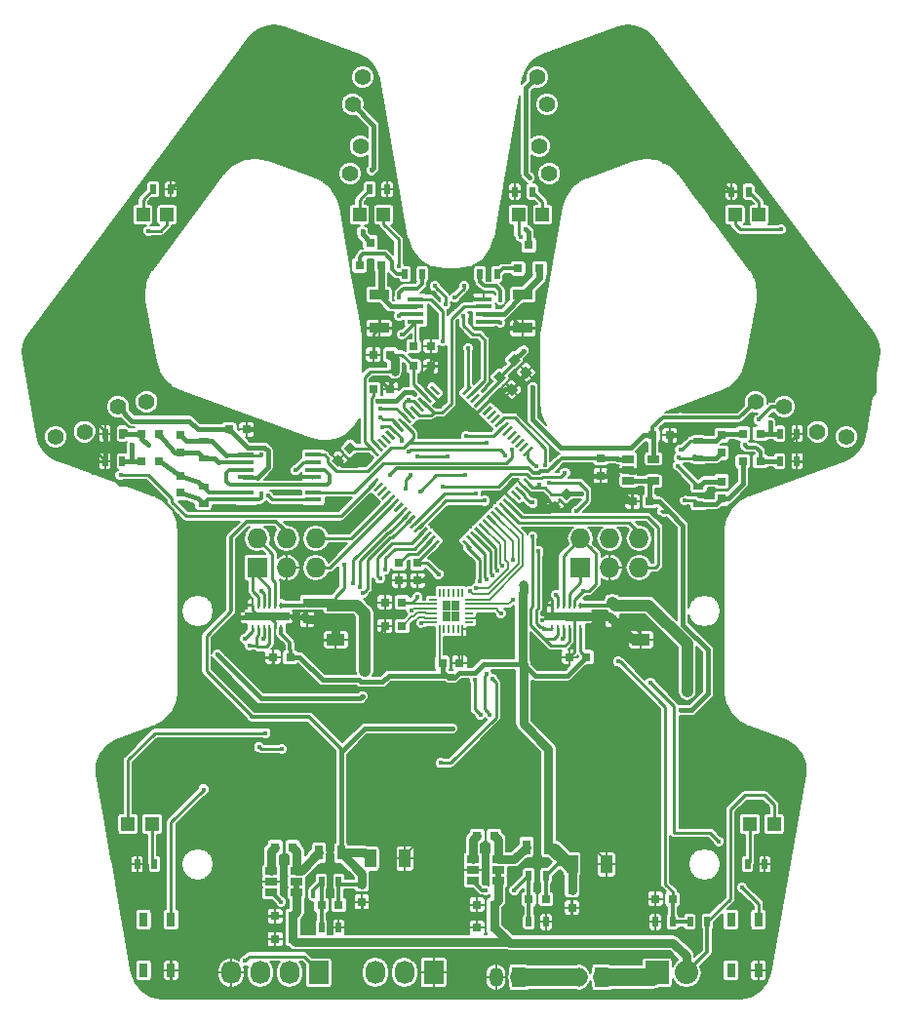
<source format=gtl>
G04 #@! TF.FileFunction,Copper,L1,Top,Signal*
%FSLAX46Y46*%
G04 Gerber Fmt 4.6, Leading zero omitted, Abs format (unit mm)*
G04 Created by KiCad (PCBNEW 4.0.4-stable) date *
%MOMM*%
%LPD*%
G01*
G04 APERTURE LIST*
%ADD10C,0.100000*%
%ADD11C,1.400000*%
%ADD12R,0.800000X0.750000*%
%ADD13R,0.750000X0.800000*%
%ADD14R,1.000000X1.600000*%
%ADD15R,1.198880X1.198880*%
%ADD16R,1.060000X0.650000*%
%ADD17R,0.200000X0.700000*%
%ADD18R,0.700000X0.200000*%
%ADD19R,0.800000X0.875000*%
%ADD20R,0.280000X0.600000*%
%ADD21R,4.000000X0.700000*%
%ADD22R,1.450000X0.450000*%
%ADD23R,0.700000X1.300000*%
%ADD24R,1.200000X1.700000*%
%ADD25O,1.200000X1.700000*%
%ADD26R,2.032000X2.032000*%
%ADD27O,2.032000X2.032000*%
%ADD28R,1.727200X2.032000*%
%ADD29O,1.727200X2.032000*%
%ADD30R,1.727200X1.727200*%
%ADD31O,1.727200X1.727200*%
%ADD32R,0.800100X0.800100*%
%ADD33R,0.500000X0.900000*%
%ADD34R,0.900000X0.500000*%
%ADD35R,0.800000X1.200000*%
%ADD36R,1.600000X1.000000*%
%ADD37R,1.700000X0.900000*%
%ADD38C,0.400000*%
%ADD39C,0.800000*%
%ADD40C,0.600000*%
%ADD41C,0.400000*%
%ADD42C,0.250000*%
%ADD43C,1.000000*%
%ADD44C,0.800000*%
%ADD45C,0.300000*%
%ADD46C,0.200000*%
%ADD47C,0.500000*%
%ADD48C,0.180000*%
%ADD49C,0.600000*%
%ADD50C,1.500000*%
%ADD51C,0.210000*%
G04 APERTURE END LIST*
D10*
D11*
X114169827Y-60871239D03*
X116671239Y-60430173D03*
X139759044Y-38027775D03*
X140627775Y-35640956D03*
X139959044Y-32027775D03*
X140827775Y-29640956D03*
D10*
G36*
X158548008Y-65321662D02*
X159078338Y-65851992D01*
X158512652Y-66417678D01*
X157982322Y-65887348D01*
X158548008Y-65321662D01*
X158548008Y-65321662D01*
G37*
G36*
X157487348Y-66382322D02*
X158017678Y-66912652D01*
X157451992Y-67478338D01*
X156921662Y-66948008D01*
X157487348Y-66382322D01*
X157487348Y-66382322D01*
G37*
G36*
X155447324Y-61679200D02*
X155624101Y-61855977D01*
X154916994Y-62563084D01*
X154740217Y-62386307D01*
X155447324Y-61679200D01*
X155447324Y-61679200D01*
G37*
G36*
X155093771Y-61325646D02*
X155270548Y-61502423D01*
X154563441Y-62209530D01*
X154386664Y-62032753D01*
X155093771Y-61325646D01*
X155093771Y-61325646D01*
G37*
G36*
X154740217Y-60972093D02*
X154916994Y-61148870D01*
X154209887Y-61855977D01*
X154033110Y-61679200D01*
X154740217Y-60972093D01*
X154740217Y-60972093D01*
G37*
G36*
X154386664Y-60618540D02*
X154563441Y-60795317D01*
X153856334Y-61502424D01*
X153679557Y-61325647D01*
X154386664Y-60618540D01*
X154386664Y-60618540D01*
G37*
G36*
X154033111Y-60264986D02*
X154209888Y-60441763D01*
X153502781Y-61148870D01*
X153326004Y-60972093D01*
X154033111Y-60264986D01*
X154033111Y-60264986D01*
G37*
G36*
X153679557Y-59911433D02*
X153856334Y-60088210D01*
X153149227Y-60795317D01*
X152972450Y-60618540D01*
X153679557Y-59911433D01*
X153679557Y-59911433D01*
G37*
G36*
X153326004Y-59557879D02*
X153502781Y-59734656D01*
X152795674Y-60441763D01*
X152618897Y-60264986D01*
X153326004Y-59557879D01*
X153326004Y-59557879D01*
G37*
G36*
X152972450Y-59204326D02*
X153149227Y-59381103D01*
X152442120Y-60088210D01*
X152265343Y-59911433D01*
X152972450Y-59204326D01*
X152972450Y-59204326D01*
G37*
G36*
X152618897Y-58850773D02*
X152795674Y-59027550D01*
X152088567Y-59734657D01*
X151911790Y-59557880D01*
X152618897Y-58850773D01*
X152618897Y-58850773D01*
G37*
G36*
X152265344Y-58497219D02*
X152442121Y-58673996D01*
X151735014Y-59381103D01*
X151558237Y-59204326D01*
X152265344Y-58497219D01*
X152265344Y-58497219D01*
G37*
G36*
X151911790Y-58143666D02*
X152088567Y-58320443D01*
X151381460Y-59027550D01*
X151204683Y-58850773D01*
X151911790Y-58143666D01*
X151911790Y-58143666D01*
G37*
G36*
X151558237Y-57790112D02*
X151735014Y-57966889D01*
X151027907Y-58673996D01*
X150851130Y-58497219D01*
X151558237Y-57790112D01*
X151558237Y-57790112D01*
G37*
G36*
X151204683Y-57436559D02*
X151381460Y-57613336D01*
X150674353Y-58320443D01*
X150497576Y-58143666D01*
X151204683Y-57436559D01*
X151204683Y-57436559D01*
G37*
G36*
X150851130Y-57083006D02*
X151027907Y-57259783D01*
X150320800Y-57966890D01*
X150144023Y-57790113D01*
X150851130Y-57083006D01*
X150851130Y-57083006D01*
G37*
G36*
X150497577Y-56729452D02*
X150674354Y-56906229D01*
X149967247Y-57613336D01*
X149790470Y-57436559D01*
X150497577Y-56729452D01*
X150497577Y-56729452D01*
G37*
G36*
X150144023Y-56375899D02*
X150320800Y-56552676D01*
X149613693Y-57259783D01*
X149436916Y-57083006D01*
X150144023Y-56375899D01*
X150144023Y-56375899D01*
G37*
G36*
X146679200Y-56552676D02*
X146855977Y-56375899D01*
X147563084Y-57083006D01*
X147386307Y-57259783D01*
X146679200Y-56552676D01*
X146679200Y-56552676D01*
G37*
G36*
X146325646Y-56906229D02*
X146502423Y-56729452D01*
X147209530Y-57436559D01*
X147032753Y-57613336D01*
X146325646Y-56906229D01*
X146325646Y-56906229D01*
G37*
G36*
X145972093Y-57259783D02*
X146148870Y-57083006D01*
X146855977Y-57790113D01*
X146679200Y-57966890D01*
X145972093Y-57259783D01*
X145972093Y-57259783D01*
G37*
G36*
X145618540Y-57613336D02*
X145795317Y-57436559D01*
X146502424Y-58143666D01*
X146325647Y-58320443D01*
X145618540Y-57613336D01*
X145618540Y-57613336D01*
G37*
G36*
X145264986Y-57966889D02*
X145441763Y-57790112D01*
X146148870Y-58497219D01*
X145972093Y-58673996D01*
X145264986Y-57966889D01*
X145264986Y-57966889D01*
G37*
G36*
X144911433Y-58320443D02*
X145088210Y-58143666D01*
X145795317Y-58850773D01*
X145618540Y-59027550D01*
X144911433Y-58320443D01*
X144911433Y-58320443D01*
G37*
G36*
X144557879Y-58673996D02*
X144734656Y-58497219D01*
X145441763Y-59204326D01*
X145264986Y-59381103D01*
X144557879Y-58673996D01*
X144557879Y-58673996D01*
G37*
G36*
X144204326Y-59027550D02*
X144381103Y-58850773D01*
X145088210Y-59557880D01*
X144911433Y-59734657D01*
X144204326Y-59027550D01*
X144204326Y-59027550D01*
G37*
G36*
X143850773Y-59381103D02*
X144027550Y-59204326D01*
X144734657Y-59911433D01*
X144557880Y-60088210D01*
X143850773Y-59381103D01*
X143850773Y-59381103D01*
G37*
G36*
X143497219Y-59734656D02*
X143673996Y-59557879D01*
X144381103Y-60264986D01*
X144204326Y-60441763D01*
X143497219Y-59734656D01*
X143497219Y-59734656D01*
G37*
G36*
X143143666Y-60088210D02*
X143320443Y-59911433D01*
X144027550Y-60618540D01*
X143850773Y-60795317D01*
X143143666Y-60088210D01*
X143143666Y-60088210D01*
G37*
G36*
X142790112Y-60441763D02*
X142966889Y-60264986D01*
X143673996Y-60972093D01*
X143497219Y-61148870D01*
X142790112Y-60441763D01*
X142790112Y-60441763D01*
G37*
G36*
X142436559Y-60795317D02*
X142613336Y-60618540D01*
X143320443Y-61325647D01*
X143143666Y-61502424D01*
X142436559Y-60795317D01*
X142436559Y-60795317D01*
G37*
G36*
X142083006Y-61148870D02*
X142259783Y-60972093D01*
X142966890Y-61679200D01*
X142790113Y-61855977D01*
X142083006Y-61148870D01*
X142083006Y-61148870D01*
G37*
G36*
X141729452Y-61502423D02*
X141906229Y-61325646D01*
X142613336Y-62032753D01*
X142436559Y-62209530D01*
X141729452Y-61502423D01*
X141729452Y-61502423D01*
G37*
G36*
X141375899Y-61855977D02*
X141552676Y-61679200D01*
X142259783Y-62386307D01*
X142083006Y-62563084D01*
X141375899Y-61855977D01*
X141375899Y-61855977D01*
G37*
G36*
X142083006Y-64436916D02*
X142259783Y-64613693D01*
X141552676Y-65320800D01*
X141375899Y-65144023D01*
X142083006Y-64436916D01*
X142083006Y-64436916D01*
G37*
G36*
X142436559Y-64790470D02*
X142613336Y-64967247D01*
X141906229Y-65674354D01*
X141729452Y-65497577D01*
X142436559Y-64790470D01*
X142436559Y-64790470D01*
G37*
G36*
X142790113Y-65144023D02*
X142966890Y-65320800D01*
X142259783Y-66027907D01*
X142083006Y-65851130D01*
X142790113Y-65144023D01*
X142790113Y-65144023D01*
G37*
G36*
X143143666Y-65497576D02*
X143320443Y-65674353D01*
X142613336Y-66381460D01*
X142436559Y-66204683D01*
X143143666Y-65497576D01*
X143143666Y-65497576D01*
G37*
G36*
X143497219Y-65851130D02*
X143673996Y-66027907D01*
X142966889Y-66735014D01*
X142790112Y-66558237D01*
X143497219Y-65851130D01*
X143497219Y-65851130D01*
G37*
G36*
X143850773Y-66204683D02*
X144027550Y-66381460D01*
X143320443Y-67088567D01*
X143143666Y-66911790D01*
X143850773Y-66204683D01*
X143850773Y-66204683D01*
G37*
G36*
X144204326Y-66558237D02*
X144381103Y-66735014D01*
X143673996Y-67442121D01*
X143497219Y-67265344D01*
X144204326Y-66558237D01*
X144204326Y-66558237D01*
G37*
G36*
X144557880Y-66911790D02*
X144734657Y-67088567D01*
X144027550Y-67795674D01*
X143850773Y-67618897D01*
X144557880Y-66911790D01*
X144557880Y-66911790D01*
G37*
G36*
X144911433Y-67265343D02*
X145088210Y-67442120D01*
X144381103Y-68149227D01*
X144204326Y-67972450D01*
X144911433Y-67265343D01*
X144911433Y-67265343D01*
G37*
G36*
X145264986Y-67618897D02*
X145441763Y-67795674D01*
X144734656Y-68502781D01*
X144557879Y-68326004D01*
X145264986Y-67618897D01*
X145264986Y-67618897D01*
G37*
G36*
X145618540Y-67972450D02*
X145795317Y-68149227D01*
X145088210Y-68856334D01*
X144911433Y-68679557D01*
X145618540Y-67972450D01*
X145618540Y-67972450D01*
G37*
G36*
X145972093Y-68326004D02*
X146148870Y-68502781D01*
X145441763Y-69209888D01*
X145264986Y-69033111D01*
X145972093Y-68326004D01*
X145972093Y-68326004D01*
G37*
G36*
X146325647Y-68679557D02*
X146502424Y-68856334D01*
X145795317Y-69563441D01*
X145618540Y-69386664D01*
X146325647Y-68679557D01*
X146325647Y-68679557D01*
G37*
G36*
X146679200Y-69033110D02*
X146855977Y-69209887D01*
X146148870Y-69916994D01*
X145972093Y-69740217D01*
X146679200Y-69033110D01*
X146679200Y-69033110D01*
G37*
G36*
X147032753Y-69386664D02*
X147209530Y-69563441D01*
X146502423Y-70270548D01*
X146325646Y-70093771D01*
X147032753Y-69386664D01*
X147032753Y-69386664D01*
G37*
G36*
X147386307Y-69740217D02*
X147563084Y-69916994D01*
X146855977Y-70624101D01*
X146679200Y-70447324D01*
X147386307Y-69740217D01*
X147386307Y-69740217D01*
G37*
G36*
X149436916Y-69916994D02*
X149613693Y-69740217D01*
X150320800Y-70447324D01*
X150144023Y-70624101D01*
X149436916Y-69916994D01*
X149436916Y-69916994D01*
G37*
G36*
X149790470Y-69563441D02*
X149967247Y-69386664D01*
X150674354Y-70093771D01*
X150497577Y-70270548D01*
X149790470Y-69563441D01*
X149790470Y-69563441D01*
G37*
G36*
X150144023Y-69209887D02*
X150320800Y-69033110D01*
X151027907Y-69740217D01*
X150851130Y-69916994D01*
X150144023Y-69209887D01*
X150144023Y-69209887D01*
G37*
G36*
X150497576Y-68856334D02*
X150674353Y-68679557D01*
X151381460Y-69386664D01*
X151204683Y-69563441D01*
X150497576Y-68856334D01*
X150497576Y-68856334D01*
G37*
G36*
X150851130Y-68502781D02*
X151027907Y-68326004D01*
X151735014Y-69033111D01*
X151558237Y-69209888D01*
X150851130Y-68502781D01*
X150851130Y-68502781D01*
G37*
G36*
X151204683Y-68149227D02*
X151381460Y-67972450D01*
X152088567Y-68679557D01*
X151911790Y-68856334D01*
X151204683Y-68149227D01*
X151204683Y-68149227D01*
G37*
G36*
X151558237Y-67795674D02*
X151735014Y-67618897D01*
X152442121Y-68326004D01*
X152265344Y-68502781D01*
X151558237Y-67795674D01*
X151558237Y-67795674D01*
G37*
G36*
X151911790Y-67442120D02*
X152088567Y-67265343D01*
X152795674Y-67972450D01*
X152618897Y-68149227D01*
X151911790Y-67442120D01*
X151911790Y-67442120D01*
G37*
G36*
X152265343Y-67088567D02*
X152442120Y-66911790D01*
X153149227Y-67618897D01*
X152972450Y-67795674D01*
X152265343Y-67088567D01*
X152265343Y-67088567D01*
G37*
G36*
X152618897Y-66735014D02*
X152795674Y-66558237D01*
X153502781Y-67265344D01*
X153326004Y-67442121D01*
X152618897Y-66735014D01*
X152618897Y-66735014D01*
G37*
G36*
X152972450Y-66381460D02*
X153149227Y-66204683D01*
X153856334Y-66911790D01*
X153679557Y-67088567D01*
X152972450Y-66381460D01*
X152972450Y-66381460D01*
G37*
G36*
X153326004Y-66027907D02*
X153502781Y-65851130D01*
X154209888Y-66558237D01*
X154033111Y-66735014D01*
X153326004Y-66027907D01*
X153326004Y-66027907D01*
G37*
G36*
X153679557Y-65674353D02*
X153856334Y-65497576D01*
X154563441Y-66204683D01*
X154386664Y-66381460D01*
X153679557Y-65674353D01*
X153679557Y-65674353D01*
G37*
G36*
X154033110Y-65320800D02*
X154209887Y-65144023D01*
X154916994Y-65851130D01*
X154740217Y-66027907D01*
X154033110Y-65320800D01*
X154033110Y-65320800D01*
G37*
G36*
X154386664Y-64967247D02*
X154563441Y-64790470D01*
X155270548Y-65497577D01*
X155093771Y-65674354D01*
X154386664Y-64967247D01*
X154386664Y-64967247D01*
G37*
G36*
X154740217Y-64613693D02*
X154916994Y-64436916D01*
X155624101Y-65144023D01*
X155447324Y-65320800D01*
X154740217Y-64613693D01*
X154740217Y-64613693D01*
G37*
D12*
X145250000Y-53000000D03*
X146750000Y-53000000D03*
X134750000Y-104500000D03*
X133250000Y-104500000D03*
X152250000Y-103500000D03*
X150750000Y-103500000D03*
X134750000Y-102500000D03*
X133250000Y-102500000D03*
X152250000Y-101500000D03*
X150750000Y-101500000D03*
X134750000Y-96500000D03*
X133250000Y-96500000D03*
X152250000Y-95500000D03*
X150750000Y-95500000D03*
X138750000Y-101500000D03*
X137250000Y-101500000D03*
X156750000Y-101000000D03*
X155250000Y-101000000D03*
D13*
X159000000Y-100250000D03*
X159000000Y-101750000D03*
X140750000Y-99750000D03*
X140750000Y-101250000D03*
D14*
X159000000Y-98000000D03*
X162000000Y-98000000D03*
X141500000Y-97500000D03*
X144500000Y-97500000D03*
D12*
X165750000Y-66500000D03*
X164250000Y-66500000D03*
D13*
X161500000Y-62750000D03*
X161500000Y-64250000D03*
D12*
X166000000Y-60750000D03*
X167500000Y-60750000D03*
X129250000Y-60250000D03*
X130750000Y-60250000D03*
X141750000Y-56750000D03*
X143250000Y-56750000D03*
D13*
X144000000Y-71850000D03*
X144000000Y-73350000D03*
D12*
X167750000Y-101000000D03*
X166250000Y-101000000D03*
D13*
X145600000Y-71850000D03*
X145600000Y-73350000D03*
D10*
G36*
X139748008Y-61321662D02*
X140278338Y-61851992D01*
X139712652Y-62417678D01*
X139182322Y-61887348D01*
X139748008Y-61321662D01*
X139748008Y-61321662D01*
G37*
G36*
X138687348Y-62382322D02*
X139217678Y-62912652D01*
X138651992Y-63478338D01*
X138121662Y-62948008D01*
X138687348Y-62382322D01*
X138687348Y-62382322D01*
G37*
D12*
X145250000Y-54750000D03*
X146750000Y-54750000D03*
X143250000Y-53750000D03*
X141750000Y-53750000D03*
D10*
G36*
X153421662Y-54201992D02*
X153951992Y-53671662D01*
X154517678Y-54237348D01*
X153987348Y-54767678D01*
X153421662Y-54201992D01*
X153421662Y-54201992D01*
G37*
G36*
X154482322Y-55262652D02*
X155012652Y-54732322D01*
X155578338Y-55298008D01*
X155048008Y-55828338D01*
X154482322Y-55262652D01*
X154482322Y-55262652D01*
G37*
G36*
X152171662Y-55701992D02*
X152701992Y-55171662D01*
X153267678Y-55737348D01*
X152737348Y-56267678D01*
X152171662Y-55701992D01*
X152171662Y-55701992D01*
G37*
G36*
X153232322Y-56762652D02*
X153762652Y-56232322D01*
X154328338Y-56798008D01*
X153798008Y-57328338D01*
X153232322Y-56762652D01*
X153232322Y-56762652D01*
G37*
D12*
X144250000Y-77300000D03*
X142750000Y-77300000D03*
X144250000Y-75250000D03*
X142750000Y-75250000D03*
X147750000Y-80500000D03*
X149250000Y-80500000D03*
X160250000Y-80000000D03*
X158750000Y-80000000D03*
D13*
X162500000Y-75250000D03*
X162500000Y-76750000D03*
D12*
X134550000Y-80000000D03*
X133050000Y-80000000D03*
X123150000Y-60600000D03*
X121650000Y-60600000D03*
D13*
X125000000Y-60750000D03*
X125000000Y-62250000D03*
X125000000Y-65750000D03*
X125000000Y-64250000D03*
D12*
X173850000Y-60600000D03*
X175350000Y-60600000D03*
D13*
X172000000Y-62250000D03*
X172000000Y-60750000D03*
D12*
X173850000Y-63000000D03*
X175350000Y-63000000D03*
D13*
X172000000Y-64750000D03*
X172000000Y-66250000D03*
D15*
X176549020Y-94500000D03*
X174450980Y-94500000D03*
X123849020Y-41600000D03*
X121750980Y-41600000D03*
X142649020Y-41600000D03*
X140550980Y-41600000D03*
X154350980Y-41600000D03*
X156449020Y-41600000D03*
X173150980Y-41600000D03*
X175249020Y-41600000D03*
X120450980Y-94500000D03*
X122549020Y-94500000D03*
D11*
X119569827Y-58271239D03*
X122071239Y-57830173D03*
X156172225Y-35640956D03*
X157040956Y-38027775D03*
X174928761Y-57830173D03*
X177430173Y-58271239D03*
X155972225Y-29640956D03*
X156840956Y-32027775D03*
X180328761Y-60430173D03*
X182830173Y-60871239D03*
D16*
X132900000Y-98550000D03*
X132900000Y-99500000D03*
X132900000Y-100450000D03*
X135100000Y-100450000D03*
X135100000Y-98550000D03*
X135100000Y-99500000D03*
X150400000Y-97550000D03*
X150400000Y-98500000D03*
X150400000Y-99450000D03*
X152600000Y-99450000D03*
X152600000Y-97550000D03*
X152600000Y-98500000D03*
X163900000Y-62800000D03*
X163900000Y-63750000D03*
X163900000Y-64700000D03*
X166100000Y-64700000D03*
X166100000Y-62800000D03*
D17*
X149500000Y-74400000D03*
X149100000Y-74400000D03*
X148700000Y-74400000D03*
X148300000Y-74400000D03*
X147900000Y-74400000D03*
X147500000Y-74400000D03*
D18*
X146900000Y-75000000D03*
X146900000Y-75400000D03*
X146900000Y-75800000D03*
X146900000Y-76200000D03*
X146900000Y-76600000D03*
X146900000Y-77000000D03*
D17*
X147500000Y-77600000D03*
X147900000Y-77600000D03*
X148300000Y-77600000D03*
X148700000Y-77600000D03*
X149100000Y-77600000D03*
X149500000Y-77600000D03*
D18*
X150100000Y-77000000D03*
X150100000Y-76600000D03*
X150100000Y-76200000D03*
X150100000Y-75800000D03*
X150100000Y-75400000D03*
X150100000Y-75000000D03*
D19*
X148100000Y-76435000D03*
X148900000Y-76435000D03*
X148100000Y-75565000D03*
X148900000Y-75565000D03*
D20*
X159750000Y-77500000D03*
X159250000Y-77500000D03*
X158750000Y-77500000D03*
X158250000Y-77500000D03*
X157750000Y-77500000D03*
X157250000Y-77500000D03*
X159750000Y-75500000D03*
X159250000Y-75500000D03*
X158750000Y-75500000D03*
X158250000Y-75500000D03*
X157750000Y-75500000D03*
X157250000Y-75500000D03*
D21*
X158500000Y-76500000D03*
D20*
X133750000Y-77500000D03*
X133250000Y-77500000D03*
X132750000Y-77500000D03*
X132250000Y-77500000D03*
X131750000Y-77500000D03*
X131250000Y-77500000D03*
X133750000Y-75500000D03*
X133250000Y-75500000D03*
X132750000Y-75500000D03*
X132250000Y-75500000D03*
X131750000Y-75500000D03*
X131250000Y-75500000D03*
D21*
X132500000Y-76500000D03*
D22*
X151350000Y-50875000D03*
X151350000Y-50225000D03*
X151350000Y-49575000D03*
X151350000Y-48925000D03*
X145450000Y-48925000D03*
X145450000Y-49575000D03*
X145450000Y-50225000D03*
X145450000Y-50875000D03*
D23*
X137050000Y-97000000D03*
X138950000Y-97000000D03*
X155050000Y-96500000D03*
X156950000Y-96500000D03*
D24*
X161600000Y-107800000D03*
D25*
X159600000Y-107800000D03*
D24*
X154400000Y-107800000D03*
D25*
X152400000Y-107800000D03*
D26*
X166400000Y-107400000D03*
D27*
X168940000Y-107400000D03*
D28*
X147000000Y-107400000D03*
D29*
X144460000Y-107400000D03*
X141920000Y-107400000D03*
D30*
X159750000Y-72250000D03*
D31*
X159750000Y-69710000D03*
X162290000Y-72250000D03*
X162290000Y-69710000D03*
X164830000Y-72250000D03*
X164830000Y-69710000D03*
D30*
X131670000Y-72250000D03*
D31*
X131670000Y-69710000D03*
X134210000Y-72250000D03*
X134210000Y-69710000D03*
X136750000Y-72250000D03*
X136750000Y-69710000D03*
D32*
X154300000Y-46250760D03*
X156200000Y-46250760D03*
X155250000Y-44251780D03*
X140550000Y-46000760D03*
X142450000Y-46000760D03*
X141500000Y-44001780D03*
D33*
X174250000Y-98000000D03*
X175750000Y-98000000D03*
X138750000Y-99500000D03*
X137250000Y-99500000D03*
X137250000Y-103500000D03*
X138750000Y-103500000D03*
X156750000Y-99000000D03*
X155250000Y-99000000D03*
X155250000Y-103000000D03*
X156750000Y-103000000D03*
X122650000Y-39400000D03*
X124150000Y-39400000D03*
X141450000Y-39400000D03*
X142950000Y-39400000D03*
X155550000Y-39600000D03*
X154050000Y-39600000D03*
X174350000Y-39600000D03*
X172850000Y-39600000D03*
X122750000Y-98000000D03*
X121250000Y-98000000D03*
X170750000Y-103000000D03*
X169250000Y-103000000D03*
X167750000Y-103000000D03*
X166250000Y-103000000D03*
X119950000Y-60600000D03*
X118450000Y-60600000D03*
D34*
X127000000Y-61250000D03*
X127000000Y-62750000D03*
D33*
X119950000Y-63000000D03*
X118450000Y-63000000D03*
D34*
X127000000Y-66750000D03*
X127000000Y-65250000D03*
D33*
X177050000Y-60600000D03*
X178550000Y-60600000D03*
D34*
X170000000Y-62750000D03*
X170000000Y-61250000D03*
D33*
X177050000Y-63000000D03*
X178550000Y-63000000D03*
D34*
X170000000Y-65250000D03*
X170000000Y-66750000D03*
D33*
X151000000Y-46750000D03*
X152500000Y-46750000D03*
D35*
X124200000Y-107200000D03*
X121800000Y-107200000D03*
X124200000Y-102800000D03*
X121800000Y-102800000D03*
X175200000Y-107200000D03*
X172800000Y-107200000D03*
X175200000Y-102800000D03*
X172800000Y-102800000D03*
D36*
X165000000Y-75500000D03*
X165000000Y-78500000D03*
D13*
X136000000Y-75250000D03*
X136000000Y-76750000D03*
D36*
X138500000Y-75500000D03*
X138500000Y-78500000D03*
D12*
X123150000Y-63000000D03*
X121650000Y-63000000D03*
D37*
X154750000Y-48550000D03*
X154750000Y-51450000D03*
D33*
X146000000Y-46750000D03*
X144500000Y-46750000D03*
D37*
X142250000Y-48550000D03*
X142250000Y-51450000D03*
D28*
X137000000Y-107400000D03*
D29*
X134460000Y-107400000D03*
X131920000Y-107400000D03*
X129380000Y-107400000D03*
D22*
X130650000Y-62450000D03*
X130650000Y-63100000D03*
X130650000Y-63750000D03*
X130650000Y-64400000D03*
X130650000Y-65050000D03*
X130650000Y-65700000D03*
X130650000Y-66350000D03*
X136550000Y-66350000D03*
X136550000Y-65700000D03*
X136550000Y-65050000D03*
X136550000Y-64400000D03*
X136550000Y-63750000D03*
X136550000Y-63100000D03*
X136550000Y-62450000D03*
D38*
X140800000Y-83400000D03*
X128200000Y-79800000D03*
X144200000Y-52000000D03*
X148200000Y-62600000D03*
X145600000Y-62600000D03*
X145000000Y-64200000D03*
X144600000Y-65400000D03*
X139200000Y-72000000D03*
D39*
X141000000Y-81250000D03*
X169000000Y-83000000D03*
D38*
X135200000Y-64400000D03*
X133948267Y-64499990D03*
X138750000Y-67000000D03*
X139500000Y-66250000D03*
X138250000Y-66250000D03*
X137750000Y-67250000D03*
X128250000Y-67000000D03*
X129250000Y-67250000D03*
X131500000Y-67250000D03*
X132750000Y-67000000D03*
X136000000Y-67250000D03*
X134750000Y-67000000D03*
X133750000Y-67000000D03*
X133750000Y-65750000D03*
X135000000Y-65750000D03*
X134250000Y-64000000D03*
X129000000Y-79750000D03*
X129000000Y-79000000D03*
X129000000Y-78250000D03*
X129000000Y-77500000D03*
X161500000Y-76500000D03*
X165750000Y-77250000D03*
X165250000Y-76750000D03*
X164500000Y-76750000D03*
X163750000Y-76750000D03*
X166500000Y-80500000D03*
X165500000Y-80500000D03*
X164500000Y-80500000D03*
X167500000Y-80250000D03*
X167500000Y-79500000D03*
X167500000Y-78750000D03*
X166500000Y-78250000D03*
X166500000Y-79000000D03*
X166500000Y-79750000D03*
X165750000Y-79750000D03*
X165000000Y-79750000D03*
X164000000Y-79750000D03*
X125000000Y-75000000D03*
X125000000Y-73750000D03*
X125000000Y-72500000D03*
X125000000Y-71250000D03*
X125000000Y-70250000D03*
X125000000Y-69000000D03*
X124750000Y-67750000D03*
X123750000Y-66500000D03*
X122250000Y-65750000D03*
X120250000Y-65000000D03*
X171750000Y-74750000D03*
X171750000Y-73500000D03*
X171750000Y-71750000D03*
X171750000Y-70500000D03*
X171750000Y-69000000D03*
X172250000Y-67500000D03*
X173500000Y-66250000D03*
X175500000Y-65500000D03*
X172250000Y-57250000D03*
X173500000Y-56250000D03*
X174500000Y-54500000D03*
X174750000Y-52000000D03*
X175250000Y-50000000D03*
X175500000Y-47500000D03*
X174000000Y-45250000D03*
X172500000Y-43250000D03*
X171000000Y-41250000D03*
X169000000Y-39000000D03*
X167000000Y-37000000D03*
X184250000Y-60500000D03*
X184500000Y-59250000D03*
X184750000Y-57500000D03*
X185250000Y-55750000D03*
X185250000Y-53750000D03*
X184750000Y-52000000D03*
X183250000Y-49500000D03*
X182000000Y-48000000D03*
X180500000Y-46000000D03*
X179000000Y-44000000D03*
X177250000Y-41750000D03*
X176000000Y-40000000D03*
X174750000Y-38250000D03*
X173500000Y-36500000D03*
X172250000Y-35000000D03*
X171000000Y-33500000D03*
X169500000Y-31500000D03*
X167750000Y-29500000D03*
X164250000Y-28000000D03*
X161500000Y-28000000D03*
X158750000Y-28000000D03*
X130400000Y-59400000D03*
X129400000Y-59200000D03*
X127000000Y-58400000D03*
X125200000Y-57800000D03*
X123200000Y-57200000D03*
X123000000Y-55500000D03*
X122500000Y-53750000D03*
X122000000Y-52000000D03*
X121750000Y-50000000D03*
X121500000Y-47750000D03*
X122500000Y-45750000D03*
X124000000Y-44000000D03*
X125250000Y-42250000D03*
X126500000Y-40750000D03*
X127750000Y-39250000D03*
X113000000Y-60000000D03*
X113000000Y-58000000D03*
X112500000Y-56000000D03*
X112000000Y-53500000D03*
X113000000Y-51500000D03*
X115500000Y-48000000D03*
X117000000Y-45500000D03*
X118500000Y-43500000D03*
X120000000Y-41500000D03*
X121500000Y-39500000D03*
X123000000Y-37500000D03*
X125000000Y-35000000D03*
X127000000Y-33000000D03*
X129000000Y-31000000D03*
X131000000Y-28500000D03*
X134500000Y-28500000D03*
X138000000Y-28500000D03*
X138000000Y-31000000D03*
X134500000Y-31000000D03*
X131000000Y-31000000D03*
X167500000Y-61374968D03*
X165000000Y-63925010D03*
X166800000Y-61374968D03*
X165800000Y-63925010D03*
X166600000Y-63925010D03*
X159837966Y-63925010D03*
X159991557Y-63925010D03*
X164378102Y-63925010D03*
X162160769Y-63925010D03*
X168531667Y-65863333D03*
X160471239Y-64328761D03*
X141912018Y-55800000D03*
X141912018Y-52600000D03*
X141912018Y-50250000D03*
X141912018Y-52689926D03*
X139600000Y-102400000D03*
X140400000Y-102400000D03*
X140400000Y-103000000D03*
X139600000Y-103000000D03*
X139600000Y-103800000D03*
X140400000Y-103800000D03*
X141200000Y-103800000D03*
X141200000Y-103200000D03*
X141200000Y-102400000D03*
X145200000Y-99800000D03*
X144400000Y-99800000D03*
X143400000Y-99800000D03*
X143400000Y-99200000D03*
X144400000Y-99200000D03*
X154750000Y-50500000D03*
X154000000Y-50500000D03*
X143000000Y-50250000D03*
X142250000Y-50250000D03*
X150500000Y-59000000D03*
X150000000Y-58500000D03*
X148750000Y-58750000D03*
X149250000Y-58500000D03*
X149250000Y-57750000D03*
X148000000Y-57750000D03*
X148000000Y-57750000D03*
X147500000Y-58250000D03*
X168250000Y-58500000D03*
X169000000Y-58500000D03*
X169500000Y-58500000D03*
X170250000Y-58500000D03*
X171000000Y-58500000D03*
X117050000Y-59000000D03*
X117000000Y-58250000D03*
X116250000Y-58250000D03*
X116250000Y-59000000D03*
X118750000Y-62000000D03*
X118450000Y-61500000D03*
X117750000Y-61500000D03*
X117500210Y-63300016D03*
X117750000Y-62250000D03*
X119000000Y-64250000D03*
X118250000Y-64000000D03*
X117500000Y-64000000D03*
X179250000Y-59750000D03*
X179250000Y-61250000D03*
X178000000Y-61250000D03*
X177250000Y-64500000D03*
X177750000Y-64000000D03*
X178500000Y-64000000D03*
X179250000Y-64000000D03*
X180250000Y-63250000D03*
X179500000Y-63250000D03*
X138000000Y-37800000D03*
X134600000Y-36600000D03*
X131200000Y-36400000D03*
X138000000Y-34800000D03*
X134600000Y-34800000D03*
X131200000Y-34800000D03*
X138000000Y-33000000D03*
X134600000Y-33000000D03*
X131200000Y-33000000D03*
X158800000Y-37800000D03*
X161600000Y-36000000D03*
X164400000Y-36000000D03*
X164200000Y-29600000D03*
X161600000Y-29600000D03*
X158800000Y-29600000D03*
X164400000Y-32600000D03*
X161600000Y-32400000D03*
X158800000Y-32400000D03*
X155824272Y-67224272D03*
X145400000Y-77600000D03*
X145400000Y-78200000D03*
X146000000Y-78200000D03*
X146200890Y-77601921D03*
X145351846Y-76995716D03*
X146600000Y-72800000D03*
X147400000Y-71000000D03*
X147800000Y-70600000D03*
X148200000Y-71000000D03*
X147800000Y-71400000D03*
X147400000Y-71800000D03*
X147000000Y-71400000D03*
X134600000Y-87200000D03*
X134000000Y-87200000D03*
X135200000Y-87200000D03*
X135800000Y-87200000D03*
X136400000Y-87200000D03*
X137000000Y-87200000D03*
X135000000Y-85800000D03*
X134600000Y-86200000D03*
X134000000Y-86600000D03*
X133800000Y-88800000D03*
X134600000Y-88800000D03*
X135400000Y-88800000D03*
X136400000Y-88800000D03*
X137200000Y-88800000D03*
X138000000Y-88800000D03*
X139800000Y-88800000D03*
X140600000Y-88800000D03*
X141400000Y-88800000D03*
X142200000Y-88800000D03*
X143000000Y-88800000D03*
X143800000Y-88800000D03*
X144600000Y-88800000D03*
X145400000Y-88800000D03*
X152800000Y-53600000D03*
X152000000Y-53600000D03*
X152000000Y-52800000D03*
X152800000Y-52800000D03*
X153400000Y-52800000D03*
X153400000Y-52200000D03*
X152750000Y-52200000D03*
X152000000Y-52200000D03*
X153200000Y-58400000D03*
X154800000Y-57400000D03*
X154400000Y-57800000D03*
X153800000Y-58000000D03*
X153000000Y-57800000D03*
X152600000Y-57400000D03*
X146800000Y-55800000D03*
X146000000Y-56000000D03*
X168400000Y-65200000D03*
X167000000Y-65400000D03*
X166400000Y-65600000D03*
X160400000Y-64000000D03*
X162400000Y-64600000D03*
X162200000Y-65650022D03*
X162750000Y-64000000D03*
X156400000Y-76800000D03*
X156400000Y-76200000D03*
X156600000Y-75800000D03*
X156600000Y-75200000D03*
X133600000Y-60800000D03*
X132800000Y-60800000D03*
X132200000Y-60400000D03*
X131800000Y-60000000D03*
X131800000Y-60800000D03*
X164800000Y-65600000D03*
X164000000Y-65600000D03*
X163200000Y-65600000D03*
X156200000Y-69800000D03*
X156800000Y-69800000D03*
X157400000Y-69800000D03*
X157400000Y-69000000D03*
X156600000Y-69000000D03*
X156000000Y-69000000D03*
X158600000Y-67200000D03*
X156400000Y-67200000D03*
X171000000Y-60000000D03*
X170200000Y-60000000D03*
X169600000Y-60000000D03*
X168600000Y-60800000D03*
X169000000Y-60000000D03*
X168400000Y-60000000D03*
X143200000Y-78200000D03*
X142600000Y-78200000D03*
X142000000Y-78200000D03*
X146600000Y-81000000D03*
X146400000Y-82200022D03*
X145800000Y-82200021D03*
X146000000Y-81000000D03*
X145200000Y-82200022D03*
X145400000Y-81000000D03*
X144600000Y-82200021D03*
X144800000Y-81000000D03*
X144000000Y-82200022D03*
X144200000Y-81000000D03*
X143400000Y-82200021D03*
X143600000Y-81000000D03*
X143000000Y-81000000D03*
X142400000Y-81000000D03*
X147600000Y-82200000D03*
X147000000Y-82200000D03*
X137400000Y-82800000D03*
X135703842Y-81703842D03*
X138000000Y-82600000D03*
X139400000Y-80800000D03*
X137450530Y-79550676D03*
X139400000Y-80200000D03*
X140000000Y-80200000D03*
X140000000Y-80800000D03*
X139600000Y-81400000D03*
X139000000Y-81400000D03*
X139200000Y-82600022D03*
X134600000Y-81600000D03*
X133800000Y-82400000D03*
X134400000Y-82600000D03*
X135000000Y-82200000D03*
X141200000Y-82800000D03*
X140400000Y-82800000D03*
X139800000Y-82600000D03*
X138600000Y-82600000D03*
X148000000Y-84400000D03*
X147200000Y-84400000D03*
X146400000Y-84400000D03*
X145600000Y-84400000D03*
X144800000Y-84400000D03*
X144000000Y-84400000D03*
X143000000Y-84400000D03*
X142200000Y-84200000D03*
X141400000Y-84200000D03*
X140600000Y-84200000D03*
X139800000Y-84200000D03*
X139000000Y-84200000D03*
X138200000Y-84200000D03*
X137400000Y-84200000D03*
X146200000Y-87200000D03*
X145400000Y-87200000D03*
X144600000Y-87200000D03*
X143800000Y-87200000D03*
X143000000Y-87200000D03*
X142200000Y-87200000D03*
X141400000Y-87200000D03*
X148600000Y-85200000D03*
X147800000Y-85200000D03*
X147000000Y-85200000D03*
X146200000Y-85200000D03*
X145400000Y-85200000D03*
X144600000Y-85200000D03*
X143800000Y-85200000D03*
X143000000Y-85200000D03*
X142200000Y-85200000D03*
X141400000Y-85200000D03*
X142600000Y-92600000D03*
X143200000Y-92000000D03*
X143600000Y-91600000D03*
X144000000Y-91200000D03*
X144400000Y-90800000D03*
X144800000Y-90400000D03*
X145200000Y-90000000D03*
X145800000Y-89400000D03*
X148200000Y-91400000D03*
X147800000Y-91800000D03*
X147400000Y-92200000D03*
X147000000Y-92600000D03*
X146600000Y-93000000D03*
X146200000Y-93400000D03*
X145800000Y-93800000D03*
X145400000Y-94200000D03*
X145000000Y-94600000D03*
X144200000Y-56200000D03*
X144400000Y-55600000D03*
X142200000Y-55800000D03*
X145000000Y-74200000D03*
X144400000Y-74200000D03*
X143800000Y-74200000D03*
X157400000Y-73400000D03*
X157600000Y-72800000D03*
X156800000Y-73000000D03*
X156800000Y-73400000D03*
X156800000Y-74000000D03*
X156800000Y-74600000D03*
X162000000Y-77600000D03*
X161400000Y-77400000D03*
X160600000Y-77400000D03*
X160600000Y-78200000D03*
X161200000Y-78200000D03*
X162000000Y-78200000D03*
X162800000Y-78400000D03*
X163000000Y-79200000D03*
X162200000Y-79200000D03*
X161400000Y-79200000D03*
X153000000Y-79800000D03*
X153000000Y-79200000D03*
X153000000Y-78600000D03*
X153000000Y-78000000D03*
X153000000Y-77400000D03*
X153000000Y-76800000D03*
X153800000Y-76800000D03*
X153800000Y-77400000D03*
X153800000Y-78000000D03*
X153800000Y-78600000D03*
X153800000Y-79200000D03*
X153800000Y-79800000D03*
X158200000Y-80800000D03*
X157600000Y-80800000D03*
X157000000Y-80800000D03*
X156400000Y-80600000D03*
X155800000Y-80600000D03*
X155800000Y-80000000D03*
X160200000Y-85200000D03*
X161000000Y-85200000D03*
X161800000Y-85200000D03*
X162600000Y-85200000D03*
X163400000Y-85200000D03*
X163400000Y-86000000D03*
X162600000Y-86000000D03*
X161800000Y-86000000D03*
X161000000Y-86000000D03*
X160200000Y-86000000D03*
X159400000Y-86000000D03*
X158600000Y-86000000D03*
X157800000Y-86000000D03*
X157000000Y-86000000D03*
X157000000Y-85200000D03*
X157800000Y-85200000D03*
X158600000Y-85200000D03*
X159400000Y-85200000D03*
X161400000Y-81000000D03*
X162200000Y-81000000D03*
X163000000Y-81000000D03*
X163600000Y-81800000D03*
X162800000Y-81800000D03*
X162000000Y-81800000D03*
X161200000Y-81800000D03*
X160400000Y-81800000D03*
X161000000Y-76500000D03*
X158500000Y-76500000D03*
X130800000Y-74800000D03*
X130200000Y-74800000D03*
X129400000Y-77000000D03*
X129800000Y-76600000D03*
X130400000Y-75400000D03*
X130400000Y-76000000D03*
X130400000Y-76600000D03*
X132500000Y-76500000D03*
X134600000Y-76500000D03*
X135000000Y-76800000D03*
X135000000Y-76200000D03*
X131000000Y-79800000D03*
X131000000Y-80400000D03*
X131000000Y-81000000D03*
X131800000Y-81000000D03*
X131800000Y-80400000D03*
X131800000Y-79800000D03*
X132400000Y-81800000D03*
X133000000Y-81800000D03*
X133600000Y-81800000D03*
X133600000Y-81200000D03*
X133000000Y-81200000D03*
X132400000Y-81200000D03*
X135400000Y-81400000D03*
X135000000Y-81000000D03*
X136200000Y-79600000D03*
X136800000Y-79600000D03*
X136800000Y-79000000D03*
X136200000Y-79000000D03*
X135600000Y-79000000D03*
X131763933Y-104586087D03*
X131750020Y-104000000D03*
X131750020Y-103400000D03*
X131750020Y-101045976D03*
X131750020Y-101600000D03*
X131750020Y-99251179D03*
X131750020Y-99851179D03*
X131750020Y-98651179D03*
X131750020Y-102800000D03*
X131750020Y-100451179D03*
X131750020Y-102200000D03*
X156800000Y-79400000D03*
X157600000Y-79600000D03*
X163400000Y-95800000D03*
X162600000Y-95800000D03*
X161800000Y-95800000D03*
X161000000Y-95800000D03*
X160200000Y-95800000D03*
X163200000Y-99400000D03*
X163200000Y-98800000D03*
X163200000Y-98200000D03*
X163200000Y-97600000D03*
X163200000Y-97000000D03*
X163400000Y-96400000D03*
X162600000Y-96400000D03*
X161800000Y-96400000D03*
X161000000Y-96400000D03*
X162400000Y-99600000D03*
X162400000Y-100200000D03*
X161800000Y-100200000D03*
X161200000Y-100200000D03*
X160600000Y-100200000D03*
X160600000Y-99600000D03*
X161200000Y-99600000D03*
X161800000Y-99600000D03*
X159400000Y-104000000D03*
X158600000Y-104000000D03*
X157800000Y-104000000D03*
X157800000Y-103400000D03*
X158600000Y-103400000D03*
X159400000Y-103400000D03*
X159400000Y-102800000D03*
X158600000Y-102800000D03*
X157800000Y-102800000D03*
X149600000Y-101000000D03*
X149600000Y-101800000D03*
X149600000Y-102400000D03*
X149600000Y-103000000D03*
X149600000Y-103600000D03*
X149000000Y-103600000D03*
X149000000Y-103000000D03*
X149000000Y-102400000D03*
X149000000Y-101600000D03*
X149000000Y-101000000D03*
X149000000Y-100400000D03*
X149000000Y-99800000D03*
X149000000Y-99200000D03*
X149000000Y-98600000D03*
X149000000Y-98000000D03*
X149000000Y-97400000D03*
X146800000Y-96200000D03*
X146800000Y-96800000D03*
X146800000Y-97400000D03*
X146800000Y-98000000D03*
X146800000Y-98600000D03*
X146800000Y-99200000D03*
X145200000Y-99200000D03*
X146000000Y-99200000D03*
X146000000Y-98600000D03*
X146000000Y-98000000D03*
X146000000Y-97400000D03*
X146000000Y-96800000D03*
X146000000Y-96200000D03*
X132200000Y-104600000D03*
X132200000Y-104000000D03*
X132200000Y-103400000D03*
X132200000Y-102800000D03*
X132200000Y-102200000D03*
X132200000Y-101600000D03*
X149400000Y-106200000D03*
X149400000Y-107000000D03*
X149400000Y-107800000D03*
X149400000Y-108600000D03*
X149400000Y-109400000D03*
X150200000Y-109400000D03*
X150200000Y-108600000D03*
X150200000Y-107800000D03*
X150200000Y-107000000D03*
X150200000Y-106200000D03*
X146200000Y-54000000D03*
X146600000Y-53800000D03*
X147800000Y-54200000D03*
X147800000Y-54800000D03*
X143400000Y-52600000D03*
X142800000Y-52600000D03*
X142200000Y-52600000D03*
X148600000Y-49800000D03*
X149475000Y-48925000D03*
X150000000Y-49000000D03*
X150000000Y-48400000D03*
X149500000Y-79200000D03*
X150000000Y-79200000D03*
X150000000Y-78600000D03*
X149400000Y-78600000D03*
X149000000Y-79000000D03*
X149000000Y-79600000D03*
X133296169Y-64306458D03*
X140478894Y-63078893D03*
X140878894Y-62678894D03*
X140212689Y-63345099D03*
X141400000Y-62800000D03*
X140800000Y-63200000D03*
X167038796Y-67375021D03*
X168400000Y-84600000D03*
X148600000Y-86200000D03*
X133750000Y-101250000D03*
X136500000Y-100750000D03*
X155890925Y-63451552D03*
X156121674Y-65001574D03*
X159800000Y-65800000D03*
D40*
X143600000Y-55200000D03*
D38*
X147400000Y-72800000D03*
X145600000Y-74800000D03*
D39*
X154800000Y-73800000D03*
D38*
X154000000Y-100250000D03*
X151500000Y-100250000D03*
X138000000Y-64800000D03*
X143200000Y-64200000D03*
X168400000Y-59200000D03*
X145350521Y-57205383D03*
X142111999Y-57799999D03*
X130824998Y-61799998D03*
X155600000Y-59400000D03*
X154800000Y-53400000D03*
X155600000Y-56600000D03*
X156679928Y-63325010D03*
X157000000Y-64875033D03*
X159400000Y-67325020D03*
X163000000Y-80400000D03*
X168400000Y-62000000D03*
X153789309Y-62024971D03*
X176200000Y-59600000D03*
X142400000Y-58400000D03*
X132000000Y-62400000D03*
X168800000Y-66400000D03*
X158400000Y-64000000D03*
X147800000Y-65200000D03*
X135000000Y-63800000D03*
X174000000Y-61600000D03*
X175200000Y-59400000D03*
X132000000Y-65800000D03*
X142400000Y-59200000D03*
X168253843Y-62711365D03*
X153200880Y-62458390D03*
X144200000Y-61200000D03*
X144800000Y-62200000D03*
X142500040Y-60018407D03*
X132600000Y-66000000D03*
X168200000Y-63400000D03*
X151600000Y-61400000D03*
X155340946Y-38400000D03*
X155008227Y-42874718D03*
X141599980Y-37731663D03*
X140800000Y-43000000D03*
X130600997Y-106379897D03*
X149690329Y-64183982D03*
X145800000Y-65600000D03*
X149800000Y-60800000D03*
X150688685Y-65800282D03*
X155582564Y-69546154D03*
X151429770Y-66430946D03*
X156107584Y-70837061D03*
X156600000Y-77600000D03*
X158200000Y-78400000D03*
X140556364Y-73930369D03*
X131000000Y-79000000D03*
X140874980Y-74438796D03*
X132200000Y-78400000D03*
X130600000Y-78400000D03*
X145948670Y-77057496D03*
X150669684Y-74012173D03*
X151877242Y-85000020D03*
X151595522Y-81453033D03*
X152087096Y-72902801D03*
X152084979Y-81877305D03*
X147600000Y-89200000D03*
X152519968Y-72487305D03*
X152944919Y-72063713D03*
X152825042Y-76211252D03*
X153856598Y-71578897D03*
X153842265Y-75042359D03*
X145099030Y-75920382D03*
X150112898Y-74235787D03*
X142800000Y-72400000D03*
X151043542Y-85000020D03*
X150560984Y-81999971D03*
X131828755Y-87828755D03*
X133800000Y-88000000D03*
X151000000Y-73400000D03*
X160000000Y-74250000D03*
X157600000Y-74600000D03*
X132000000Y-74250000D03*
X152800000Y-49000000D03*
X152800000Y-51000000D03*
X144800000Y-57677972D03*
X147800000Y-52600000D03*
X144000000Y-48800000D03*
X144000000Y-50400000D03*
X122200000Y-61600000D03*
X120800000Y-61600000D03*
X122250000Y-43000000D03*
X119800000Y-64200000D03*
X147091025Y-47800031D03*
X143937000Y-46050921D03*
X148000000Y-49400000D03*
X150000000Y-53200000D03*
X154567940Y-43557875D03*
X149640163Y-47800031D03*
X149600000Y-50400000D03*
X148820889Y-48801266D03*
X177141266Y-42883744D03*
X155600000Y-66600000D03*
X132400000Y-86600000D03*
X142325020Y-73200000D03*
X140000000Y-73600000D03*
X127000000Y-91500000D03*
X171750000Y-96000000D03*
X173750000Y-100000000D03*
X165800000Y-82200000D03*
X151612822Y-73270332D03*
D41*
X131999999Y-83599999D02*
X140600001Y-83599999D01*
X128200000Y-79800000D02*
X131999999Y-83599999D01*
X140600001Y-83599999D02*
X140800000Y-83400000D01*
D42*
X170750000Y-103000000D02*
X172750000Y-101000000D01*
X176549020Y-92799020D02*
X176549020Y-94500000D01*
X175750000Y-92000000D02*
X176549020Y-92799020D01*
X174000000Y-92000000D02*
X175750000Y-92000000D01*
X172750000Y-93250000D02*
X174000000Y-92000000D01*
X172750000Y-101000000D02*
X172750000Y-93250000D01*
D43*
X165667194Y-75500000D02*
X162750000Y-75500000D01*
X169000000Y-78832806D02*
X165667194Y-75500000D01*
X169000000Y-83000000D02*
X169000000Y-78832806D01*
D44*
X168940000Y-105963160D02*
X168940000Y-107400000D01*
X167776842Y-104800002D02*
X168940000Y-105963160D01*
X153550002Y-104800002D02*
X167776842Y-104800002D01*
X153500000Y-104750000D02*
X153550002Y-104800002D01*
D42*
X144200000Y-52000000D02*
X144325000Y-52000000D01*
X144325000Y-52000000D02*
X145450000Y-50875000D01*
X145600000Y-62600000D02*
X148200000Y-62600000D01*
X144600000Y-64600000D02*
X145000000Y-64200000D01*
X144600000Y-65400000D02*
X144600000Y-64600000D01*
X139200000Y-74050000D02*
X139200000Y-72000000D01*
X138500000Y-75500000D02*
X138500000Y-74750000D01*
X138500000Y-74750000D02*
X139200000Y-74050000D01*
D43*
X141000000Y-81250000D02*
X141000000Y-76200000D01*
X141000000Y-76200000D02*
X140300000Y-75500000D01*
X140300000Y-75500000D02*
X138500000Y-75500000D01*
D44*
X136000000Y-75250000D02*
X138250000Y-75250000D01*
X138250000Y-75250000D02*
X138500000Y-75500000D01*
D45*
X133750000Y-75500000D02*
X135750000Y-75500000D01*
X135750000Y-75500000D02*
X136000000Y-75250000D01*
X159750000Y-75500000D02*
X162250000Y-75500000D01*
X162250000Y-75500000D02*
X162500000Y-75250000D01*
X135750000Y-75500000D02*
X136000000Y-75250000D01*
X170750000Y-103000000D02*
X170750000Y-105590000D01*
X170750000Y-105590000D02*
X168940000Y-107400000D01*
D46*
X145250000Y-53000000D02*
X145450000Y-52800000D01*
X145450000Y-52800000D02*
X145450000Y-50875000D01*
D47*
X165000000Y-75500000D02*
X162750000Y-75500000D01*
X162750000Y-75500000D02*
X162500000Y-75250000D01*
D43*
X162750000Y-75500000D02*
X162500000Y-75250000D01*
D47*
X152600000Y-99450000D02*
X152600000Y-98500000D01*
X135100000Y-99500000D02*
X135100000Y-100450000D01*
D44*
X134750000Y-104500000D02*
X134750000Y-102500000D01*
X134750000Y-102500000D02*
X135100000Y-102150000D01*
X135100000Y-102150000D02*
X135100000Y-100450000D01*
X153500000Y-104750000D02*
X135000000Y-104750000D01*
X135000000Y-104750000D02*
X134750000Y-104500000D01*
X152250000Y-103500000D02*
X153500000Y-104750000D01*
X152250000Y-101500000D02*
X152600000Y-101150000D01*
X152600000Y-101150000D02*
X152600000Y-99450000D01*
X152250000Y-103500000D02*
X152250000Y-101500000D01*
D45*
X176750000Y-94799020D02*
X176450980Y-94500000D01*
X136550000Y-64400000D02*
X135200000Y-64400000D01*
D42*
X133948267Y-64301733D02*
X133948267Y-64499990D01*
X134250000Y-64000000D02*
X133948267Y-64301733D01*
X138250000Y-66250000D02*
X139500000Y-66250000D01*
X136000000Y-67250000D02*
X137750000Y-67250000D01*
X129250000Y-67250000D02*
X128500000Y-67250000D01*
X128500000Y-67250000D02*
X128250000Y-67000000D01*
X132750000Y-67000000D02*
X131750000Y-67000000D01*
X131750000Y-67000000D02*
X131500000Y-67250000D01*
X133750000Y-67000000D02*
X134750000Y-67000000D01*
X135000000Y-65750000D02*
X133750000Y-65750000D01*
X129000000Y-79000000D02*
X129000000Y-79750000D01*
X129000000Y-77500000D02*
X129000000Y-78250000D01*
D44*
X161000000Y-76500000D02*
X161500000Y-76500000D01*
X161500000Y-76500000D02*
X162250000Y-76500000D01*
D42*
X161400000Y-77400000D02*
X161400000Y-76600000D01*
X161400000Y-76600000D02*
X161500000Y-76500000D01*
X165750000Y-77250000D02*
X165500000Y-77250000D01*
X164500000Y-76750000D02*
X165250000Y-76750000D01*
X165000000Y-78500000D02*
X165000000Y-78000000D01*
X165000000Y-78000000D02*
X163750000Y-76750000D01*
X165500000Y-80500000D02*
X166500000Y-80500000D01*
X164000000Y-79750000D02*
X164000000Y-80000000D01*
X164000000Y-80000000D02*
X164500000Y-80500000D01*
X167500000Y-79500000D02*
X167500000Y-80250000D01*
X166500000Y-78250000D02*
X167000000Y-78250000D01*
X167000000Y-78250000D02*
X167500000Y-78750000D01*
X166500000Y-79750000D02*
X166500000Y-79000000D01*
X165000000Y-79750000D02*
X165750000Y-79750000D01*
X163000000Y-79200000D02*
X163450000Y-79200000D01*
X163450000Y-79200000D02*
X164000000Y-79750000D01*
X125000000Y-72500000D02*
X125000000Y-73750000D01*
X125000000Y-70250000D02*
X125000000Y-71250000D01*
X124750000Y-67750000D02*
X124750000Y-68750000D01*
X124750000Y-68750000D02*
X125000000Y-69000000D01*
X122250000Y-65750000D02*
X123000000Y-65750000D01*
X123000000Y-65750000D02*
X123750000Y-66500000D01*
X119000000Y-64250000D02*
X119750000Y-65000000D01*
X119750000Y-65000000D02*
X120250000Y-65000000D01*
X171750000Y-74750000D02*
X172000000Y-74750000D01*
X171750000Y-71750000D02*
X171750000Y-73500000D01*
X171750000Y-69000000D02*
X171750000Y-70500000D01*
X173500000Y-66250000D02*
X172250000Y-67500000D01*
X177250000Y-64500000D02*
X176500000Y-64500000D01*
X176500000Y-64500000D02*
X175500000Y-65500000D01*
X172250000Y-57250000D02*
X171000000Y-58500000D01*
X174500000Y-54500000D02*
X174500000Y-55250000D01*
X174500000Y-55250000D02*
X173500000Y-56250000D01*
X175250000Y-50000000D02*
X175250000Y-51500000D01*
X175250000Y-51500000D02*
X174750000Y-52000000D01*
X174000000Y-45250000D02*
X175500000Y-46750000D01*
X175500000Y-46750000D02*
X175500000Y-47500000D01*
X171000000Y-41250000D02*
X171000000Y-41750000D01*
X171000000Y-41750000D02*
X172500000Y-43250000D01*
X168250000Y-37000000D02*
X169000000Y-37750000D01*
X169000000Y-37750000D02*
X169000000Y-39000000D01*
X167000000Y-37000000D02*
X168250000Y-37000000D01*
X184500000Y-59250000D02*
X184500000Y-60250000D01*
X184500000Y-60250000D02*
X184250000Y-60500000D01*
X185250000Y-55750000D02*
X185250000Y-57000000D01*
X185250000Y-57000000D02*
X184750000Y-57500000D01*
X184750000Y-52000000D02*
X184750000Y-53250000D01*
X184750000Y-53250000D02*
X185250000Y-53750000D01*
X182000000Y-48000000D02*
X182000000Y-48250000D01*
X182000000Y-48250000D02*
X183250000Y-49500000D01*
X179000000Y-44500000D02*
X180500000Y-46000000D01*
X179000000Y-44000000D02*
X179000000Y-44500000D01*
X176000000Y-40000000D02*
X176000000Y-40500000D01*
X176000000Y-40500000D02*
X177250000Y-41750000D01*
X173500000Y-36500000D02*
X173500000Y-37000000D01*
X173500000Y-37000000D02*
X174750000Y-38250000D01*
X171000000Y-33500000D02*
X171000000Y-33750000D01*
X171000000Y-33750000D02*
X172250000Y-35000000D01*
X167750000Y-29500000D02*
X169500000Y-31250000D01*
X169500000Y-31250000D02*
X169500000Y-31500000D01*
X161500000Y-28000000D02*
X164250000Y-28000000D01*
X158800000Y-29600000D02*
X158800000Y-28050000D01*
X158800000Y-28050000D02*
X158750000Y-28000000D01*
X131200000Y-36400000D02*
X129100000Y-36400000D01*
D41*
X129600000Y-59400000D02*
X129400000Y-59200000D01*
X130400000Y-59400000D02*
X129600000Y-59400000D01*
X125800000Y-58400000D02*
X125200000Y-57800000D01*
X127000000Y-58400000D02*
X125800000Y-58400000D01*
D42*
X123000000Y-57000000D02*
X123200000Y-57200000D01*
X123000000Y-55500000D02*
X123000000Y-57000000D01*
X122000000Y-53250000D02*
X122500000Y-53750000D01*
X122000000Y-52000000D02*
X122000000Y-53250000D01*
X121500000Y-49750000D02*
X121750000Y-50000000D01*
X121500000Y-47750000D02*
X121500000Y-49750000D01*
X122500000Y-45500000D02*
X122500000Y-45750000D01*
X124000000Y-44000000D02*
X122500000Y-45500000D01*
X125250000Y-42000000D02*
X125250000Y-42250000D01*
X126500000Y-40750000D02*
X125250000Y-42000000D01*
X127750000Y-37750000D02*
X127750000Y-39250000D01*
X129100000Y-36400000D02*
X127750000Y-37750000D01*
X113000000Y-58000000D02*
X113000000Y-60000000D01*
X112000000Y-53500000D02*
X112500000Y-54000000D01*
X112500000Y-54000000D02*
X112500000Y-56000000D01*
X115500000Y-48000000D02*
X115500000Y-49000000D01*
X115500000Y-49000000D02*
X113000000Y-51500000D01*
X118500000Y-43500000D02*
X118500000Y-44000000D01*
X118500000Y-44000000D02*
X117000000Y-45500000D01*
X121500000Y-39500000D02*
X120000000Y-41000000D01*
X120000000Y-41000000D02*
X120000000Y-41500000D01*
X125000000Y-35000000D02*
X125000000Y-35500000D01*
X125000000Y-35500000D02*
X123000000Y-37500000D01*
X129000000Y-31000000D02*
X127000000Y-33000000D01*
X134500000Y-28500000D02*
X131000000Y-28500000D01*
X138000000Y-31000000D02*
X138000000Y-28500000D01*
X131000000Y-31000000D02*
X134500000Y-31000000D01*
D41*
X166999999Y-61574967D02*
X166800000Y-61374968D01*
X167500000Y-61525000D02*
X167450032Y-61574968D01*
X163900000Y-63750000D02*
X162335779Y-63750000D01*
X167500000Y-60750000D02*
X167500000Y-63025010D01*
X164075010Y-63925010D02*
X164095260Y-63925010D01*
X167500000Y-60750000D02*
X167500000Y-61525000D01*
X159837966Y-63925010D02*
X159991557Y-63925010D01*
X166799999Y-63725011D02*
X166600000Y-63925010D01*
X162335779Y-63750000D02*
X162160769Y-63925010D01*
X163900000Y-63750000D02*
X164075010Y-63925010D01*
X166424990Y-63750000D02*
X166600000Y-63925010D01*
X167450032Y-61574968D02*
X166999999Y-61574967D01*
X164095260Y-63925010D02*
X164378102Y-63925010D01*
X167500000Y-63025010D02*
X166799999Y-63725011D01*
X163900000Y-63750000D02*
X166424990Y-63750000D01*
X168600000Y-65800000D02*
X168595000Y-65800000D01*
X168595000Y-65800000D02*
X168531667Y-65863333D01*
X160400000Y-64400000D02*
X160471239Y-64328761D01*
X160400000Y-64600000D02*
X160400000Y-64400000D01*
D42*
X141750000Y-52851944D02*
X141912018Y-52689926D01*
X141750000Y-53750000D02*
X141750000Y-52851944D01*
X142112017Y-50449999D02*
X141912018Y-50250000D01*
X142250000Y-50587982D02*
X142112017Y-50449999D01*
X141600000Y-55800000D02*
X141912018Y-55800000D01*
X142250000Y-51450000D02*
X142250000Y-50587982D01*
X140750000Y-101250000D02*
X140750000Y-101950000D01*
X140400000Y-102400000D02*
X139600000Y-102400000D01*
X139600000Y-103000000D02*
X140400000Y-103000000D01*
X140400000Y-103800000D02*
X139600000Y-103800000D01*
X141200000Y-103200000D02*
X141200000Y-103800000D01*
X140750000Y-101950000D02*
X141200000Y-102400000D01*
X145200000Y-99200000D02*
X144400000Y-99200000D01*
X144400000Y-99800000D02*
X145200000Y-99800000D01*
X143400000Y-99200000D02*
X143400000Y-99800000D01*
X154750000Y-51450000D02*
X154000000Y-50700000D01*
X154000000Y-50700000D02*
X154000000Y-50500000D01*
X142250000Y-50250000D02*
X143000000Y-50250000D01*
X151293072Y-58232054D02*
X150868809Y-58656317D01*
X150868809Y-58656317D02*
X150156317Y-58656317D01*
X150156317Y-58656317D02*
X150000000Y-58500000D01*
X149250000Y-57750000D02*
X149250000Y-58500000D01*
X146767588Y-57171394D02*
X147500000Y-57903806D01*
X147500000Y-57903806D02*
X147500000Y-58250000D01*
X169500000Y-58500000D02*
X169000000Y-58500000D01*
X171000000Y-58500000D02*
X170250000Y-58500000D01*
X116250000Y-58250000D02*
X117000000Y-58250000D01*
X118450000Y-60600000D02*
X118450000Y-60400000D01*
X118450000Y-60400000D02*
X117050000Y-59000000D01*
X117050000Y-59000000D02*
X116250000Y-59000000D01*
X118450000Y-63000000D02*
X118450000Y-62300000D01*
X118450000Y-62300000D02*
X118750000Y-62000000D01*
D41*
X118450000Y-60600000D02*
X118450000Y-61500000D01*
X118450000Y-61500000D02*
X118450000Y-63000000D01*
D42*
X117750000Y-61500000D02*
X118450000Y-61500000D01*
X117800226Y-63000000D02*
X117700209Y-63100017D01*
X118450000Y-63000000D02*
X117800226Y-63000000D01*
X117700209Y-63100017D02*
X117500210Y-63300016D01*
X118450000Y-63000000D02*
X118450000Y-62950000D01*
X118450000Y-62950000D02*
X117750000Y-62250000D01*
X117500000Y-64000000D02*
X118250000Y-64000000D01*
X179250000Y-61250000D02*
X179250000Y-59750000D01*
X178550000Y-60600000D02*
X178550000Y-60700000D01*
X178550000Y-60700000D02*
X178000000Y-61250000D01*
X178500000Y-64000000D02*
X177750000Y-64000000D01*
X180250000Y-63250000D02*
X180000000Y-63250000D01*
X180000000Y-63250000D02*
X179250000Y-64000000D01*
X178550000Y-63000000D02*
X179250000Y-63000000D01*
X179250000Y-63000000D02*
X179500000Y-63250000D01*
X136800000Y-36600000D02*
X138000000Y-37800000D01*
X134600000Y-36600000D02*
X136800000Y-36600000D01*
X131200000Y-34800000D02*
X131200000Y-36400000D01*
X134600000Y-34800000D02*
X131200000Y-34800000D01*
X124150000Y-39400000D02*
X130550000Y-33000000D01*
X134600000Y-33000000D02*
X138000000Y-33000000D01*
X130550000Y-33000000D02*
X131200000Y-33000000D01*
X138000000Y-33000000D02*
X138000000Y-34800000D01*
X164400000Y-32600000D02*
X164400000Y-36000000D01*
X160600000Y-36000000D02*
X158800000Y-37800000D01*
X161600000Y-36000000D02*
X160600000Y-36000000D01*
X158800000Y-29600000D02*
X158800000Y-32400000D01*
X164200000Y-30950000D02*
X164200000Y-29600000D01*
X161600000Y-29600000D02*
X158800000Y-29600000D01*
X172850000Y-39600000D02*
X164200000Y-30950000D01*
X164200000Y-32400000D02*
X164400000Y-32600000D01*
X161600000Y-32400000D02*
X164200000Y-32400000D01*
X157133795Y-66594455D02*
X157469670Y-66930330D01*
X156614338Y-66074998D02*
X157133795Y-66594455D01*
X154828606Y-65232412D02*
X155671192Y-66074998D01*
X155671192Y-66074998D02*
X156614338Y-66074998D01*
D41*
X158600000Y-67200000D02*
X155848544Y-67200000D01*
X155848544Y-67200000D02*
X155824272Y-67224272D01*
D48*
X146900000Y-76600000D02*
X146253870Y-76600000D01*
X146233872Y-76619998D02*
X146233872Y-76600000D01*
X146253870Y-76600000D02*
X146233872Y-76619998D01*
D46*
X146200890Y-77601921D02*
X146002811Y-77800000D01*
X145400000Y-78200000D02*
X146000000Y-78200000D01*
X145719409Y-76555047D02*
X145351846Y-76922610D01*
X146233872Y-76600000D02*
X146233872Y-76600000D01*
X146233872Y-76600000D02*
X146193894Y-76560022D01*
X145351846Y-76922610D02*
X145351846Y-76995716D01*
X146193894Y-76560022D02*
X145999044Y-76560020D01*
X145999044Y-76560020D02*
X145994071Y-76555047D01*
X145994071Y-76555047D02*
X145719409Y-76555047D01*
X146002811Y-77800000D02*
X146000000Y-77800000D01*
D48*
X150100000Y-76600000D02*
X150800000Y-76600000D01*
D41*
X146050000Y-73350000D02*
X146600000Y-72800000D01*
X145600000Y-73350000D02*
X146050000Y-73350000D01*
D42*
X147800000Y-70600000D02*
X147400000Y-71000000D01*
X147800000Y-71400000D02*
X148200000Y-71000000D01*
X147000000Y-71400000D02*
X147400000Y-71800000D01*
X134600000Y-88800000D02*
X134600000Y-87400000D01*
X134200000Y-87400000D02*
X134000000Y-87200000D01*
X134600000Y-87400000D02*
X134200000Y-87400000D01*
X134600000Y-87200000D02*
X135200000Y-87200000D01*
X135800000Y-87200000D02*
X136400000Y-87200000D01*
X137000000Y-87200000D02*
X134600000Y-87200000D01*
X134600000Y-87200000D02*
X134000000Y-86600000D01*
X134600000Y-86200000D02*
X135000000Y-85800000D01*
X134600000Y-88800000D02*
X133800000Y-88800000D01*
X136400000Y-88800000D02*
X135400000Y-88800000D01*
X138000000Y-88800000D02*
X137200000Y-88800000D01*
X140600000Y-88800000D02*
X139800000Y-88800000D01*
X142200000Y-88800000D02*
X141400000Y-88800000D01*
X143800000Y-88800000D02*
X143000000Y-88800000D01*
X145400000Y-88800000D02*
X144600000Y-88800000D01*
D41*
X152000000Y-53600000D02*
X152800000Y-53600000D01*
X153400000Y-52800000D02*
X152800000Y-52800000D01*
X152750000Y-52200000D02*
X153400000Y-52200000D01*
X152750000Y-52200000D02*
X152000000Y-52200000D01*
X154750000Y-51450000D02*
X153500000Y-51450000D01*
X153500000Y-51450000D02*
X152750000Y-52200000D01*
X154800000Y-57400000D02*
X154200000Y-57400000D01*
X154200000Y-57400000D02*
X153200000Y-58400000D01*
X153800000Y-58000000D02*
X154200000Y-58000000D01*
X154200000Y-58000000D02*
X154400000Y-57800000D01*
X153000000Y-57800000D02*
X153600000Y-57800000D01*
X153600000Y-57800000D02*
X153800000Y-58000000D01*
X153780330Y-56780330D02*
X153219670Y-56780330D01*
X153219670Y-56780330D02*
X152600000Y-57400000D01*
X146750000Y-54750000D02*
X146750000Y-55250000D01*
X146750000Y-55250000D02*
X146000000Y-56000000D01*
X167600000Y-65400000D02*
X168200000Y-65400000D01*
X168200000Y-65400000D02*
X168400000Y-65200000D01*
X167000000Y-65400000D02*
X167600000Y-65400000D01*
X167000000Y-65400000D02*
X166800000Y-65600000D01*
X161500000Y-64250000D02*
X160650000Y-64250000D01*
X160650000Y-64250000D02*
X160400000Y-64000000D01*
X156600000Y-75800000D02*
X156600000Y-76000000D01*
X156600000Y-76000000D02*
X156400000Y-76200000D01*
X156800000Y-74600000D02*
X156800000Y-75000000D01*
X156800000Y-75000000D02*
X156600000Y-75200000D01*
X132800000Y-60800000D02*
X133600000Y-60800000D01*
X131800000Y-60000000D02*
X131800000Y-60800000D01*
X132050000Y-60250000D02*
X132200000Y-60400000D01*
X130750000Y-60250000D02*
X132050000Y-60250000D01*
X164000000Y-65600000D02*
X164800000Y-65600000D01*
X164250000Y-66500000D02*
X164100000Y-66500000D01*
X164100000Y-66500000D02*
X163200000Y-65600000D01*
X156800000Y-69800000D02*
X156200000Y-69800000D01*
X157400000Y-69000000D02*
X157400000Y-69800000D01*
X156000000Y-69000000D02*
X156600000Y-69000000D01*
X157469670Y-66930330D02*
X156669670Y-66930330D01*
X156669670Y-66930330D02*
X156400000Y-67200000D01*
X169600000Y-60000000D02*
X170200000Y-60000000D01*
X169000000Y-60000000D02*
X169000000Y-60400000D01*
X169000000Y-60400000D02*
X168600000Y-60800000D01*
X168600000Y-60450000D02*
X168600000Y-60200000D01*
X168600000Y-60200000D02*
X168400000Y-60000000D01*
X167500000Y-60750000D02*
X168300000Y-60750000D01*
X168300000Y-60750000D02*
X168600000Y-60450000D01*
D42*
X142600000Y-78200000D02*
X143200000Y-78200000D01*
X142750000Y-77300000D02*
X142750000Y-77450000D01*
X142750000Y-77450000D02*
X142000000Y-78200000D01*
X146400022Y-82200000D02*
X146400000Y-82200022D01*
X147000000Y-82200000D02*
X146400022Y-82200000D01*
X146000000Y-81000000D02*
X146600000Y-81000000D01*
X145200000Y-82200022D02*
X145517158Y-82200021D01*
X145517158Y-82200021D02*
X145800000Y-82200021D01*
X144800000Y-81000000D02*
X145400000Y-81000000D01*
X144317158Y-82200021D02*
X144600000Y-82200021D01*
X144000000Y-82200022D02*
X144317158Y-82200021D01*
X143600000Y-81000000D02*
X144200000Y-81000000D01*
X143599999Y-82400020D02*
X143400000Y-82200021D01*
X144000000Y-82800021D02*
X143599999Y-82400020D01*
X144000000Y-84400000D02*
X144000000Y-82800021D01*
X142400000Y-81000000D02*
X143000000Y-81000000D01*
X147600000Y-82200000D02*
X147000000Y-82200000D01*
X137400000Y-82800000D02*
X137600000Y-82600000D01*
X135000000Y-81000000D02*
X135703842Y-81703842D01*
X138600000Y-82600000D02*
X138000000Y-82600000D01*
X139400000Y-80800000D02*
X139600000Y-81000000D01*
X139000000Y-81100146D02*
X137650529Y-79750675D01*
X137401206Y-79600000D02*
X137450530Y-79550676D01*
X136800000Y-79600000D02*
X137401206Y-79600000D01*
X137650529Y-79750675D02*
X137450530Y-79550676D01*
X139000000Y-81400000D02*
X139000000Y-81100146D01*
X140000000Y-80200000D02*
X139400000Y-80200000D01*
X139600000Y-81400000D02*
X139600000Y-81200000D01*
X139600000Y-81200000D02*
X140000000Y-80800000D01*
X139199978Y-82600000D02*
X139200000Y-82600022D01*
X138600000Y-82600000D02*
X139199978Y-82600000D01*
X133800000Y-82400000D02*
X134600000Y-81600000D01*
X135000000Y-82200000D02*
X134800000Y-82200000D01*
X134800000Y-82200000D02*
X134400000Y-82600000D01*
X139800000Y-82600000D02*
X140200000Y-82600000D01*
X140200000Y-82600000D02*
X140400000Y-82800000D01*
X147200000Y-84400000D02*
X148000000Y-84400000D01*
X145600000Y-84400000D02*
X146400000Y-84400000D01*
X144000000Y-84400000D02*
X144800000Y-84400000D01*
X142400000Y-84400000D02*
X143000000Y-84400000D01*
X142200000Y-84200000D02*
X142400000Y-84400000D01*
X140600000Y-84200000D02*
X141400000Y-84200000D01*
X139000000Y-84200000D02*
X139800000Y-84200000D01*
X137400000Y-84200000D02*
X138200000Y-84200000D01*
X145400000Y-87200000D02*
X144600000Y-87200000D01*
X143800000Y-87200000D02*
X143000000Y-87200000D01*
X142200000Y-87200000D02*
X141400000Y-87200000D01*
X146200000Y-89000000D02*
X146200000Y-87200000D01*
X147800000Y-85200000D02*
X148600000Y-85200000D01*
X146200000Y-85200000D02*
X147000000Y-85200000D01*
X144600000Y-85200000D02*
X145400000Y-85200000D01*
X143000000Y-85200000D02*
X143800000Y-85200000D01*
X141400000Y-85200000D02*
X142200000Y-85200000D01*
X144600000Y-94600000D02*
X142600000Y-92600000D01*
X143200000Y-92000000D02*
X143600000Y-91600000D01*
X144000000Y-91200000D02*
X144400000Y-90800000D01*
X144800000Y-90400000D02*
X145200000Y-90000000D01*
X145800000Y-89400000D02*
X146200000Y-89000000D01*
X145000000Y-94600000D02*
X144600000Y-94600000D01*
X146000000Y-96200000D02*
X146000000Y-95600000D01*
X147800000Y-91800000D02*
X148200000Y-91400000D01*
X147000000Y-92600000D02*
X147400000Y-92200000D01*
X146200000Y-93400000D02*
X146600000Y-93000000D01*
X145400000Y-94200000D02*
X145800000Y-93800000D01*
X146000000Y-95600000D02*
X145000000Y-94600000D01*
X144200000Y-56200000D02*
X144000001Y-55999999D01*
X144000001Y-55999999D02*
X144074990Y-55925010D01*
X143800000Y-55925010D02*
X144074990Y-55925010D01*
X144074990Y-55925010D02*
X144400000Y-55600000D01*
X143250000Y-56750000D02*
X143250000Y-56350000D01*
X143250000Y-56350000D02*
X143674990Y-55925010D01*
X143674990Y-55925010D02*
X143800000Y-55925010D01*
X143250000Y-56750000D02*
X143150000Y-56750000D01*
X143150000Y-56750000D02*
X142200000Y-55800000D01*
X144400000Y-74200000D02*
X145000000Y-74200000D01*
X144000000Y-73350000D02*
X144000000Y-74000000D01*
X144000000Y-74000000D02*
X143800000Y-74200000D01*
X157250000Y-75500000D02*
X157250000Y-75050000D01*
X157000000Y-72800000D02*
X157600000Y-72800000D01*
X156800000Y-73000000D02*
X157000000Y-72800000D01*
X156800000Y-74000000D02*
X156800000Y-73400000D01*
X157250000Y-75050000D02*
X156800000Y-74600000D01*
X161400000Y-81000000D02*
X161400000Y-79200000D01*
X160600000Y-77400000D02*
X161400000Y-77400000D01*
X161200000Y-78200000D02*
X160600000Y-78200000D01*
X162600000Y-78200000D02*
X162000000Y-78200000D01*
X162800000Y-78400000D02*
X162600000Y-78200000D01*
X162200000Y-79200000D02*
X163000000Y-79200000D01*
X153000000Y-79200000D02*
X153000000Y-79800000D01*
X153000000Y-78000000D02*
X153000000Y-78600000D01*
X153000000Y-76800000D02*
X153000000Y-77400000D01*
X153800000Y-77400000D02*
X153800000Y-76800000D01*
X153800000Y-78600000D02*
X153800000Y-78000000D01*
X153800000Y-79800000D02*
X153800000Y-79200000D01*
X158200000Y-80800000D02*
X158000000Y-80800000D01*
X157000000Y-80800000D02*
X157600000Y-80800000D01*
X156800000Y-79400000D02*
X156400000Y-79400000D01*
X155800000Y-80600000D02*
X156400000Y-80600000D01*
X156400000Y-79400000D02*
X155800000Y-80000000D01*
X159400000Y-85200000D02*
X159400000Y-82800000D01*
X160200000Y-85200000D02*
X161000000Y-85200000D01*
X161800000Y-85200000D02*
X162600000Y-85200000D01*
X163400000Y-85200000D02*
X163400000Y-86000000D01*
X162600000Y-86000000D02*
X161800000Y-86000000D01*
X161000000Y-86000000D02*
X160200000Y-86000000D01*
X159400000Y-86000000D02*
X158600000Y-86000000D01*
X157800000Y-86000000D02*
X157000000Y-86000000D01*
X157000000Y-85200000D02*
X157800000Y-85200000D01*
X158600000Y-85200000D02*
X159400000Y-85200000D01*
X161400000Y-81000000D02*
X160800000Y-81000000D01*
X163000000Y-81000000D02*
X162200000Y-81000000D01*
X162800000Y-81800000D02*
X163600000Y-81800000D01*
X161200000Y-81800000D02*
X162000000Y-81800000D01*
X159400000Y-82800000D02*
X160400000Y-81800000D01*
D44*
X158500000Y-76500000D02*
X160600000Y-76500000D01*
D42*
X160600000Y-76500000D02*
X161000000Y-76500000D01*
X130200000Y-74800000D02*
X130800000Y-74800000D01*
X130400000Y-76000000D02*
X130400000Y-75400000D01*
X132500000Y-76500000D02*
X130500000Y-76500000D01*
X130500000Y-76500000D02*
X130400000Y-76600000D01*
X132500000Y-76500000D02*
X134600000Y-76500000D01*
X134600000Y-76500000D02*
X134750000Y-76500000D01*
X135000000Y-76800000D02*
X134900000Y-76800000D01*
X134900000Y-76800000D02*
X134600000Y-76500000D01*
X134750000Y-76500000D02*
X135000000Y-76250000D01*
X135000000Y-76250000D02*
X135000000Y-76200000D01*
X131000000Y-79800000D02*
X131200000Y-79600000D01*
X131000000Y-81000000D02*
X131000000Y-80400000D01*
X131800000Y-80400000D02*
X131800000Y-81000000D01*
X133050000Y-80000000D02*
X132000000Y-80000000D01*
X132000000Y-80000000D02*
X131800000Y-79800000D01*
X132400000Y-81800000D02*
X132200000Y-81600000D01*
X133600000Y-81800000D02*
X133000000Y-81800000D01*
X133000000Y-81200000D02*
X133600000Y-81200000D01*
X133050000Y-80000000D02*
X133050000Y-80550000D01*
X133050000Y-80550000D02*
X132400000Y-81200000D01*
X135000000Y-81000000D02*
X135400000Y-81400000D01*
X136200000Y-79000000D02*
X136800000Y-79000000D01*
X138500000Y-78500000D02*
X136100000Y-78500000D01*
X136100000Y-78500000D02*
X135600000Y-79000000D01*
D46*
X132200000Y-104600000D02*
X131777846Y-104600000D01*
X131777846Y-104600000D02*
X131763933Y-104586087D01*
X131750020Y-103400000D02*
X131750020Y-104000000D01*
X131750020Y-98651179D02*
X131750020Y-99251179D01*
X131750020Y-102200000D02*
X131750020Y-102800000D01*
X131750020Y-99851179D02*
X131750020Y-100451179D01*
X131750020Y-101045976D02*
X131750020Y-101600000D01*
X156800000Y-79400000D02*
X157000000Y-79400000D01*
X158750000Y-80000000D02*
X158000000Y-80000000D01*
X158000000Y-80000000D02*
X157600000Y-79600000D01*
X161800000Y-95800000D02*
X162600000Y-95800000D01*
X160200000Y-95800000D02*
X161000000Y-95800000D01*
X163200000Y-98800000D02*
X163200000Y-99400000D01*
X163200000Y-97600000D02*
X163200000Y-98200000D01*
X163400000Y-96400000D02*
X163400000Y-96800000D01*
X163400000Y-96800000D02*
X163200000Y-97000000D01*
X161800000Y-96400000D02*
X162600000Y-96400000D01*
X162000000Y-98000000D02*
X162000000Y-97700000D01*
X162000000Y-97700000D02*
X161000000Y-96700000D01*
X161000000Y-96700000D02*
X161000000Y-96400000D01*
X162400000Y-99600000D02*
X162400000Y-99400000D01*
X161800000Y-100200000D02*
X162400000Y-100200000D01*
X160600000Y-100200000D02*
X161200000Y-100200000D01*
X161200000Y-99600000D02*
X160600000Y-99600000D01*
X162000000Y-98000000D02*
X162000000Y-99400000D01*
X162000000Y-99400000D02*
X161800000Y-99600000D01*
X158600000Y-104000000D02*
X159400000Y-104000000D01*
X157800000Y-103400000D02*
X157800000Y-104000000D01*
X159400000Y-103400000D02*
X158600000Y-103400000D01*
X158600000Y-102800000D02*
X159400000Y-102800000D01*
X156750000Y-103000000D02*
X157600000Y-103000000D01*
X157600000Y-103000000D02*
X157800000Y-102800000D01*
X149600000Y-102400000D02*
X149600000Y-101800000D01*
X149600000Y-103600000D02*
X149600000Y-103000000D01*
X149000000Y-103000000D02*
X149000000Y-103600000D01*
X149000000Y-101600000D02*
X149000000Y-102400000D01*
X149000000Y-100400000D02*
X149000000Y-101000000D01*
X149000000Y-99200000D02*
X149000000Y-99800000D01*
X149000000Y-98000000D02*
X149000000Y-98600000D01*
X150400000Y-98500000D02*
X149670000Y-98500000D01*
X149670000Y-98500000D02*
X149000000Y-97830000D01*
X149000000Y-97830000D02*
X149000000Y-97400000D01*
X146800000Y-96800000D02*
X146800000Y-96200000D01*
X146800000Y-98000000D02*
X146800000Y-97400000D01*
X146800000Y-99200000D02*
X146800000Y-98600000D01*
X146000000Y-99200000D02*
X145200000Y-99200000D01*
X146000000Y-98000000D02*
X146000000Y-98600000D01*
X146000000Y-96800000D02*
X146000000Y-97400000D01*
X144500000Y-97500000D02*
X144500000Y-97200000D01*
X144500000Y-97200000D02*
X145500000Y-96200000D01*
X145500000Y-96200000D02*
X146000000Y-96200000D01*
X132200000Y-103400000D02*
X132200000Y-104000000D01*
X132200000Y-102200000D02*
X132200000Y-102800000D01*
X132400000Y-101800000D02*
X132200000Y-101600000D01*
X132400000Y-102250000D02*
X132400000Y-101800000D01*
X133250000Y-102500000D02*
X132650000Y-102500000D01*
X132650000Y-102500000D02*
X132400000Y-102250000D01*
X149400000Y-107000000D02*
X149400000Y-106200000D01*
X149400000Y-108600000D02*
X149400000Y-107800000D01*
X150200000Y-109400000D02*
X149400000Y-109400000D01*
X150200000Y-107800000D02*
X150200000Y-108600000D01*
X150200000Y-106200000D02*
X150200000Y-107000000D01*
D42*
X157116117Y-67283883D02*
X157469670Y-66930330D01*
X157024967Y-67375033D02*
X157116117Y-67283883D01*
X154849907Y-67375033D02*
X157024967Y-67375033D01*
X153767946Y-66293072D02*
X154849907Y-67375033D01*
X147800000Y-54200000D02*
X147000000Y-54200000D01*
X147000000Y-54200000D02*
X146600000Y-53800000D01*
X146750000Y-54750000D02*
X147750000Y-54750000D01*
X147750000Y-54750000D02*
X147800000Y-54800000D01*
X142200000Y-52600000D02*
X142800000Y-52600000D01*
X141750000Y-53750000D02*
X141750000Y-51950000D01*
X141750000Y-51950000D02*
X142250000Y-51450000D01*
D45*
X148800000Y-49600000D02*
X148600000Y-49800000D01*
X151350000Y-48925000D02*
X150525000Y-48925000D01*
X150525000Y-48925000D02*
X150000000Y-48400000D01*
X149475000Y-48925000D02*
X148800000Y-49600000D01*
X151350000Y-48925000D02*
X149475000Y-48925000D01*
D44*
X165000000Y-78500000D02*
X164250000Y-78500000D01*
X164250000Y-78500000D02*
X162500000Y-76750000D01*
X162250000Y-76500000D02*
X162500000Y-76750000D01*
X137175000Y-76750000D02*
X138050000Y-76750000D01*
X138500000Y-77200000D02*
X138500000Y-78500000D01*
X138050000Y-76750000D02*
X138500000Y-77200000D01*
X136000000Y-76750000D02*
X137175000Y-76750000D01*
X137175000Y-76750000D02*
X137225000Y-76800000D01*
X135750000Y-76500000D02*
X136000000Y-76750000D01*
D48*
X149500000Y-77600000D02*
X149500000Y-79200000D01*
X149500000Y-79200000D02*
X149500000Y-80250000D01*
D46*
X150000000Y-79200000D02*
X149500000Y-79200000D01*
X149400000Y-78600000D02*
X150000000Y-78600000D01*
X149000000Y-79675000D02*
X149000000Y-79600000D01*
X149250000Y-80500000D02*
X149250000Y-79925000D01*
X149250000Y-79925000D02*
X149000000Y-79675000D01*
D41*
X133296169Y-61796169D02*
X133296169Y-64023616D01*
X131750000Y-60250000D02*
X133296169Y-61796169D01*
X133296169Y-64023616D02*
X133296169Y-64306458D01*
X130750000Y-60250000D02*
X131750000Y-60250000D01*
D42*
X157250000Y-75500000D02*
X157250000Y-76150000D01*
X157250000Y-76150000D02*
X157200000Y-76200000D01*
X157200000Y-76200000D02*
X158500000Y-76500000D01*
X159250000Y-77500000D02*
X159250000Y-76850000D01*
X159250000Y-76850000D02*
X159200000Y-76800000D01*
X159200000Y-76800000D02*
X158500000Y-76500000D01*
X159250000Y-77500000D02*
X159250000Y-79500000D01*
X159250000Y-79500000D02*
X158750000Y-80000000D01*
X146767588Y-57171394D02*
X146200000Y-56603806D01*
X146200000Y-55300000D02*
X146750000Y-54750000D01*
X146200000Y-56603806D02*
X146200000Y-55300000D01*
X145600000Y-73350000D02*
X144000000Y-73350000D01*
X153780330Y-56780330D02*
X155030330Y-55530330D01*
X155030330Y-55530330D02*
X155030330Y-55280330D01*
X151293072Y-58232054D02*
X152744796Y-56780330D01*
X152744796Y-56780330D02*
X153780330Y-56780330D01*
D41*
X164250000Y-66500000D02*
X163500000Y-66500000D01*
X162750000Y-65750000D02*
X162750000Y-64000000D01*
X163500000Y-66500000D02*
X162750000Y-65750000D01*
X161500000Y-64250000D02*
X162500000Y-64250000D01*
X163000000Y-63750000D02*
X163900000Y-63750000D01*
X162500000Y-64250000D02*
X162750000Y-64000000D01*
X162750000Y-64000000D02*
X163000000Y-63750000D01*
D42*
X132750000Y-76500000D02*
X133250000Y-77000000D01*
X133250000Y-77000000D02*
X133250000Y-77500000D01*
X132750000Y-76500000D02*
X132500000Y-76500000D01*
X131250000Y-75500000D02*
X131250000Y-76000000D01*
X131250000Y-76000000D02*
X131750000Y-76500000D01*
X131750000Y-76500000D02*
X132500000Y-76500000D01*
D48*
X149500000Y-80250000D02*
X149250000Y-80500000D01*
D42*
X136425000Y-64400000D02*
X136450000Y-64425000D01*
D41*
X140478894Y-63078893D02*
X140678895Y-62878893D01*
X139084439Y-63345099D02*
X139929847Y-63345099D01*
X138669670Y-62930330D02*
X139084439Y-63345099D01*
X139929847Y-63345099D02*
X140212689Y-63345099D01*
X140678895Y-62878893D02*
X140878894Y-62678894D01*
X140800000Y-63200000D02*
X141000000Y-63200000D01*
X141000000Y-63200000D02*
X141400000Y-62800000D01*
D44*
X135100000Y-98550000D02*
X135100000Y-96850000D01*
X135100000Y-96850000D02*
X134750000Y-96500000D01*
X137050000Y-97000000D02*
X135500000Y-98550000D01*
X135500000Y-98550000D02*
X135100000Y-98550000D01*
X132900000Y-98550000D02*
X132900000Y-96850000D01*
X132900000Y-96850000D02*
X133250000Y-96500000D01*
X152600000Y-97550000D02*
X152600000Y-95850000D01*
X152600000Y-95850000D02*
X152250000Y-95500000D01*
X152600000Y-97550000D02*
X154000000Y-97550000D01*
X154000000Y-97550000D02*
X155050000Y-96500000D01*
X150400000Y-95850000D02*
X150750000Y-95500000D01*
X150400000Y-97550000D02*
X150400000Y-95850000D01*
D45*
X129400000Y-69600000D02*
X129400000Y-76000000D01*
X130749987Y-68250013D02*
X129400000Y-69600000D01*
X134790000Y-69710000D02*
X133330013Y-68250013D01*
X133330013Y-68250013D02*
X130749987Y-68250013D01*
D42*
X166988795Y-67325020D02*
X167038796Y-67375021D01*
X166755954Y-67325020D02*
X166988795Y-67325020D01*
X167321638Y-67375021D02*
X167038796Y-67375021D01*
X167374979Y-67375021D02*
X167321638Y-67375021D01*
X167400000Y-67350000D02*
X167374979Y-67375021D01*
X131250000Y-85200000D02*
X127250000Y-81200000D01*
X127250000Y-78150000D02*
X129400000Y-76000000D01*
X127250000Y-81200000D02*
X127250000Y-78150000D01*
D41*
X168630000Y-68580000D02*
X167400000Y-67350000D01*
X170800000Y-79360000D02*
X168630000Y-77190000D01*
X168630000Y-77190000D02*
X168630000Y-68580000D01*
X170800000Y-83200000D02*
X170800000Y-79360000D01*
X167400000Y-67350000D02*
X166550000Y-66500000D01*
X170800000Y-83200000D02*
X169400000Y-84600000D01*
X169400000Y-84600000D02*
X168400000Y-84600000D01*
X166550000Y-66500000D02*
X165750000Y-66500000D01*
X141000000Y-86200000D02*
X148600000Y-86200000D01*
X138950000Y-88250000D02*
X141000000Y-86200000D01*
X138950000Y-97000000D02*
X138950000Y-88250000D01*
D45*
X136200000Y-85200000D02*
X138950000Y-87950000D01*
X138950000Y-87950000D02*
X138950000Y-97000000D01*
X131200000Y-85200000D02*
X131250000Y-85200000D01*
X131250000Y-85200000D02*
X136200000Y-85200000D01*
D42*
X165750000Y-66500000D02*
X165775000Y-66500000D01*
D41*
X163900000Y-64700000D02*
X166100000Y-64700000D01*
X165750000Y-66500000D02*
X165750000Y-65050000D01*
X165750000Y-65050000D02*
X166100000Y-64700000D01*
D45*
X138750000Y-99500000D02*
X139000000Y-99750000D01*
X139000000Y-99750000D02*
X140750000Y-99750000D01*
X138750000Y-101500000D02*
X138750000Y-99500000D01*
D44*
X138950000Y-97000000D02*
X140750000Y-98800000D01*
X140750000Y-98800000D02*
X140750000Y-99750000D01*
X141500000Y-97500000D02*
X141000000Y-97000000D01*
X141000000Y-97000000D02*
X138950000Y-97000000D01*
D45*
X137250000Y-103500000D02*
X137250000Y-101500000D01*
X137250000Y-101500000D02*
X137250000Y-99500000D01*
X132900000Y-100450000D02*
X132950000Y-100450000D01*
X132950000Y-100450000D02*
X133750000Y-101250000D01*
X136500000Y-100750000D02*
X136500000Y-100250000D01*
X136500000Y-100250000D02*
X137250000Y-99500000D01*
D42*
X155820127Y-65303121D02*
X155921675Y-65201573D01*
X157900000Y-65869670D02*
X158530330Y-65869670D01*
X155182159Y-62121142D02*
X155182159Y-62742786D01*
X155921675Y-65201573D02*
X156121674Y-65001574D01*
X155606422Y-65303121D02*
X155820127Y-65303121D01*
X155690926Y-63251553D02*
X155890925Y-63451552D01*
X157217635Y-65869670D02*
X157900000Y-65869670D01*
X156651086Y-65303121D02*
X157217635Y-65869670D01*
X155182159Y-64878858D02*
X155606422Y-65303121D01*
X155182159Y-62742786D02*
X155690926Y-63251553D01*
X155606422Y-65303121D02*
X156651086Y-65303121D01*
D44*
X154800000Y-80600000D02*
X154699977Y-80499977D01*
X154800000Y-74365685D02*
X154800000Y-73800000D01*
X154699977Y-74465708D02*
X154800000Y-74365685D01*
X154699977Y-80499977D02*
X154699977Y-74465708D01*
D41*
X146888002Y-81600002D02*
X146888006Y-81599998D01*
X146888006Y-81599998D02*
X148599998Y-81599998D01*
X139688006Y-81999998D02*
X140488002Y-81999998D01*
X143111994Y-81600002D02*
X146888002Y-81600002D01*
X139688002Y-82000002D02*
X139688006Y-81999998D01*
X137349999Y-81999999D02*
X138711995Y-81999999D01*
X138711995Y-81999999D02*
X138711998Y-82000002D01*
X135350000Y-80000000D02*
X137349999Y-81999999D01*
X142561986Y-82150010D02*
X143111994Y-81600002D01*
X134550000Y-80000000D02*
X135350000Y-80000000D01*
X138711998Y-82000002D02*
X139688002Y-82000002D01*
X140488002Y-81999998D02*
X140638014Y-82150010D01*
X148599998Y-81599998D02*
X148800000Y-81800000D01*
X140638014Y-82150010D02*
X142561986Y-82150010D01*
D42*
X146414035Y-57524948D02*
X145989772Y-57100685D01*
X145989772Y-57100685D02*
X145989772Y-57047295D01*
X145989772Y-57047295D02*
X145250000Y-56307523D01*
X145250000Y-56307523D02*
X145250000Y-55375000D01*
X145250000Y-55375000D02*
X145250000Y-54750000D01*
D45*
X143175736Y-55200000D02*
X143600000Y-55200000D01*
D42*
X141528234Y-55200000D02*
X143175736Y-55200000D01*
X141000000Y-61303301D02*
X141000000Y-55728234D01*
X141000000Y-55728234D02*
X141528234Y-55200000D01*
X141817841Y-62121142D02*
X141000000Y-61303301D01*
D41*
X160250000Y-80000000D02*
X160225000Y-80000000D01*
X160225000Y-80000000D02*
X158624999Y-81600001D01*
X158624999Y-81600001D02*
X155800001Y-81600001D01*
X155800001Y-81600001D02*
X154800000Y-80600000D01*
X150544052Y-81399969D02*
X151344021Y-80600000D01*
X148800000Y-81800000D02*
X149200031Y-81399969D01*
X149200031Y-81399969D02*
X150544052Y-81399969D01*
X151344021Y-80600000D02*
X154800000Y-80600000D01*
X159800000Y-65800000D02*
X158600000Y-65800000D01*
X158600000Y-65800000D02*
X158530330Y-65869670D01*
D42*
X139730330Y-61869670D02*
X141566369Y-61869670D01*
X141566369Y-61869670D02*
X141817841Y-62121142D01*
D41*
X148275000Y-81800000D02*
X148800000Y-81800000D01*
D44*
X154800000Y-85800000D02*
X154800000Y-80600000D01*
D41*
X147750000Y-80500000D02*
X147750000Y-81275000D01*
X147750000Y-81275000D02*
X148275000Y-81800000D01*
D44*
X143600000Y-55200000D02*
X143600000Y-54100000D01*
X143600000Y-54100000D02*
X143250000Y-53750000D01*
D42*
X145600000Y-71850000D02*
X146450000Y-71850000D01*
X146450000Y-71850000D02*
X147400000Y-72800000D01*
X144250000Y-75250000D02*
X145150000Y-75250000D01*
X145150000Y-75250000D02*
X145600000Y-74800000D01*
D44*
X156950000Y-96500000D02*
X156950000Y-87950000D01*
X156950000Y-87950000D02*
X154800000Y-85800000D01*
D42*
X159750000Y-77500000D02*
X159750000Y-79500000D01*
X159750000Y-79500000D02*
X160250000Y-80000000D01*
X143250000Y-53750000D02*
X144250000Y-53750000D01*
X144250000Y-53750000D02*
X145250000Y-54750000D01*
X147121142Y-70182159D02*
X145600000Y-71703301D01*
X145600000Y-71703301D02*
X145600000Y-71850000D01*
D45*
X133750000Y-77500000D02*
X133750000Y-78000000D01*
X134500000Y-78750000D02*
X134550000Y-80000000D01*
X133750000Y-78000000D02*
X134500000Y-78750000D01*
X156750000Y-101000000D02*
X156750000Y-99000000D01*
X156750000Y-99000000D02*
X157750000Y-98000000D01*
X157750000Y-98000000D02*
X159000000Y-98000000D01*
D48*
X146900000Y-75400000D02*
X144400000Y-75400000D01*
X144400000Y-75400000D02*
X144250000Y-75250000D01*
X147500000Y-77600000D02*
X147500000Y-80250000D01*
X147500000Y-80250000D02*
X147750000Y-80500000D01*
D44*
X159000000Y-100250000D02*
X159000000Y-98550000D01*
X159000000Y-98550000D02*
X156950000Y-96500000D01*
X156950000Y-96500000D02*
X157500000Y-96500000D01*
X157500000Y-96500000D02*
X159000000Y-98000000D01*
D45*
X155250000Y-103000000D02*
X155250000Y-101000000D01*
X155250000Y-101000000D02*
X155250000Y-99000000D01*
X150400000Y-99450000D02*
X151200000Y-100250000D01*
X154000000Y-100250000D02*
X155250000Y-99000000D01*
X151200000Y-100250000D02*
X151500000Y-100250000D01*
X132600000Y-65050000D02*
X130650000Y-65050000D01*
X132600000Y-65050000D02*
X132575000Y-65075000D01*
X136550000Y-65050000D02*
X132600000Y-65050000D01*
X138000000Y-64800000D02*
X137750000Y-65050000D01*
X137750000Y-65050000D02*
X136550000Y-65050000D01*
X156943931Y-63875011D02*
X156281468Y-63875011D01*
X161500000Y-62750000D02*
X158068942Y-62750000D01*
X158068942Y-62750000D02*
X156943931Y-63875011D01*
X143766019Y-63633981D02*
X143399999Y-64000001D01*
X153519265Y-63633981D02*
X143766019Y-63633981D01*
X155626924Y-64001553D02*
X155248357Y-63622986D01*
X143399999Y-64000001D02*
X143200000Y-64200000D01*
X153530260Y-63622986D02*
X153519265Y-63633981D01*
X156281468Y-63875011D02*
X156154926Y-64001553D01*
X155248357Y-63622986D02*
X153530260Y-63622986D01*
X156154926Y-64001553D02*
X155626924Y-64001553D01*
X138000000Y-64179998D02*
X138000000Y-64800000D01*
D41*
X162920000Y-62750000D02*
X161500000Y-62750000D01*
X162970000Y-62800000D02*
X162920000Y-62750000D01*
X163900000Y-62800000D02*
X162970000Y-62800000D01*
D45*
X130550000Y-65075000D02*
X129325000Y-65075000D01*
X129225000Y-63775000D02*
X130550000Y-63775000D01*
X129000000Y-64000000D02*
X129225000Y-63775000D01*
X129000000Y-64750000D02*
X129000000Y-64000000D01*
X129325000Y-65075000D02*
X129000000Y-64750000D01*
X136550000Y-63750000D02*
X137570002Y-63750000D01*
X137570002Y-63750000D02*
X138000000Y-64179998D01*
X131700000Y-64425000D02*
X130550000Y-64425000D01*
D41*
X132600002Y-62111998D02*
X132600002Y-63524998D01*
X132600002Y-63524998D02*
X131700000Y-64425000D01*
X130824998Y-61799998D02*
X132288002Y-61799998D01*
X132288002Y-61799998D02*
X132600002Y-62111998D01*
X122250000Y-59500000D02*
X120798588Y-59500000D01*
X129250000Y-60250000D02*
X126500000Y-60250000D01*
X125750000Y-59500000D02*
X126500000Y-60250000D01*
X122250000Y-59500000D02*
X125750000Y-59500000D01*
X120798588Y-59500000D02*
X119569827Y-58271239D01*
D45*
X168400000Y-59200000D02*
X173558934Y-59200000D01*
X166000000Y-60750000D02*
X166000000Y-60075000D01*
X166875000Y-59200000D02*
X166000000Y-60075000D01*
X168400000Y-59200000D02*
X166875000Y-59200000D01*
X173558934Y-59200000D02*
X174928761Y-57830173D01*
D41*
X145150522Y-57005384D02*
X145350521Y-57205383D01*
X144489618Y-57005384D02*
X145150522Y-57005384D01*
X143695003Y-57799999D02*
X144489618Y-57005384D01*
X142111999Y-57799999D02*
X143695003Y-57799999D01*
X130824998Y-61799998D02*
X131000002Y-61799998D01*
X154800000Y-53400000D02*
X154789340Y-53400000D01*
X154789340Y-53400000D02*
X153969670Y-54219670D01*
X158000000Y-61800000D02*
X155600000Y-59400000D01*
X155600000Y-59400000D02*
X155600000Y-56600000D01*
X158200000Y-61800000D02*
X158000000Y-61800000D01*
X158400000Y-61800000D02*
X158200000Y-61800000D01*
X164150000Y-61800000D02*
X158400000Y-61800000D01*
X166000000Y-60750000D02*
X165200000Y-60750000D01*
X165200000Y-60750000D02*
X164150000Y-61800000D01*
X129275000Y-60250000D02*
X130824998Y-61799998D01*
X129250000Y-60250000D02*
X129275000Y-60250000D01*
D42*
X152719670Y-55719670D02*
X153969670Y-54469670D01*
X153969670Y-54469670D02*
X153969670Y-54219670D01*
X150939518Y-57878501D02*
X152719670Y-56098349D01*
X152719670Y-56098349D02*
X152719670Y-55719670D01*
D41*
X166100000Y-62800000D02*
X166100000Y-60850000D01*
X166100000Y-60850000D02*
X166000000Y-60750000D01*
D45*
X129250000Y-60250000D02*
X129250000Y-60500000D01*
D42*
X141750000Y-57375000D02*
X141750000Y-56750000D01*
X141586998Y-57538002D02*
X141750000Y-57375000D01*
X141586998Y-61183192D02*
X141586998Y-57538002D01*
X142171394Y-61767588D02*
X141586998Y-61183192D01*
X144000000Y-71825000D02*
X144000000Y-71850000D01*
X144774989Y-71050011D02*
X144000000Y-71825000D01*
X145546183Y-71050011D02*
X144774989Y-71050011D01*
X146767588Y-69828606D02*
X145546183Y-71050011D01*
X159652035Y-64875033D02*
X157282842Y-64875033D01*
X159400000Y-67325020D02*
X160325001Y-66400019D01*
X157282842Y-64875033D02*
X157000000Y-64875033D01*
X152707285Y-59646268D02*
X153131548Y-59222005D01*
X160325001Y-66400019D02*
X160325001Y-65547999D01*
X160325001Y-65547999D02*
X159652035Y-64875033D01*
X156679928Y-63042168D02*
X156679928Y-63325010D01*
X154022005Y-59222005D02*
X156679928Y-61879928D01*
X153131548Y-59222005D02*
X154022005Y-59222005D01*
X156679928Y-61879928D02*
X156679928Y-63042168D01*
X163177004Y-80400000D02*
X167100000Y-84322996D01*
X167100000Y-84322996D02*
X167100000Y-99725000D01*
X163000000Y-80400000D02*
X163177004Y-80400000D01*
X167100000Y-99725000D02*
X167750000Y-100375000D01*
X167750000Y-100375000D02*
X167750000Y-101000000D01*
D45*
X167750000Y-103000000D02*
X169250000Y-103000000D01*
X167750000Y-101000000D02*
X167750000Y-103000000D01*
D42*
X140042135Y-65700000D02*
X142583165Y-63158970D01*
X153789309Y-62307813D02*
X153789309Y-62024971D01*
X153789309Y-62692171D02*
X153789309Y-62307813D01*
X136550000Y-65700000D02*
X140042135Y-65700000D01*
X142583165Y-63158970D02*
X153322510Y-63158970D01*
X153322510Y-63158970D02*
X153789309Y-62692171D01*
X169300000Y-61250000D02*
X168550000Y-62000000D01*
X169300000Y-61250000D02*
X170000000Y-61250000D01*
X168550000Y-62000000D02*
X168400000Y-62000000D01*
D41*
X173850000Y-60600000D02*
X172150000Y-60600000D01*
X172150000Y-60600000D02*
X172000000Y-60750000D01*
X170000000Y-61250000D02*
X171500000Y-61250000D01*
X171500000Y-61250000D02*
X172000000Y-60750000D01*
X177050000Y-60600000D02*
X176200000Y-60600000D01*
X176200000Y-60600000D02*
X175350000Y-60600000D01*
X176200000Y-59600000D02*
X176200000Y-60600000D01*
D42*
X144222005Y-58868452D02*
X144646268Y-59292715D01*
X143753553Y-58400000D02*
X144222005Y-58868452D01*
X142400000Y-58400000D02*
X143753553Y-58400000D01*
X130550000Y-62475000D02*
X131925000Y-62475000D01*
X131925000Y-62475000D02*
X132000000Y-62400000D01*
D41*
X127000000Y-61250000D02*
X125500000Y-61250000D01*
X125500000Y-61250000D02*
X125000000Y-60750000D01*
D45*
X130550000Y-62475000D02*
X128975000Y-62475000D01*
D41*
X127750000Y-61250000D02*
X127000000Y-61250000D01*
X128975000Y-62475000D02*
X127750000Y-61250000D01*
D42*
X153727015Y-64097997D02*
X155051602Y-64097997D01*
X152625012Y-65200000D02*
X153727015Y-64097997D01*
X158200001Y-64199999D02*
X158400000Y-64000000D01*
X156351681Y-64476564D02*
X156478223Y-64350022D01*
X158049977Y-64350023D02*
X158200001Y-64199999D01*
X156478223Y-64350022D02*
X158049977Y-64350023D01*
X155051602Y-64097997D02*
X155430169Y-64476564D01*
X147800000Y-65200000D02*
X152625012Y-65200000D01*
X155430169Y-64476564D02*
X156351681Y-64476564D01*
X168800000Y-66400000D02*
X169650000Y-66400000D01*
X169650000Y-66400000D02*
X170000000Y-66750000D01*
X136550000Y-63100000D02*
X135700000Y-63100000D01*
X135700000Y-63100000D02*
X135000000Y-63800000D01*
D41*
X172000000Y-66250000D02*
X172550000Y-66250000D01*
X173850000Y-64950000D02*
X173850000Y-63000000D01*
X172550000Y-66250000D02*
X173850000Y-64950000D01*
X170000000Y-66750000D02*
X171500000Y-66750000D01*
X171500000Y-66750000D02*
X172000000Y-66250000D01*
D45*
X175000000Y-61800000D02*
X175350000Y-62150000D01*
X175350000Y-62150000D02*
X175350000Y-63000000D01*
X174200000Y-61800000D02*
X175000000Y-61800000D01*
X174000000Y-61600000D02*
X174200000Y-61800000D01*
X177430173Y-58271239D02*
X176328761Y-58271239D01*
X176328761Y-58271239D02*
X175200000Y-59400000D01*
D41*
X177050000Y-63000000D02*
X175350000Y-63000000D01*
D45*
X130650000Y-66350000D02*
X127400000Y-66350000D01*
X127400000Y-66350000D02*
X127000000Y-66750000D01*
X130650000Y-66350000D02*
X131850000Y-66350000D01*
X131850000Y-66350000D02*
X132000000Y-66200000D01*
X132000000Y-66200000D02*
X132000000Y-65800000D01*
D42*
X143514898Y-59575558D02*
X143939161Y-59999821D01*
X142400000Y-59200000D02*
X142599999Y-59399999D01*
X143339339Y-59399999D02*
X143514898Y-59575558D01*
X142599999Y-59399999D02*
X143339339Y-59399999D01*
D41*
X125000000Y-65750000D02*
X126500000Y-66250000D01*
X126500000Y-66250000D02*
X127000000Y-66750000D01*
D42*
X170000000Y-62750000D02*
X168292478Y-62750000D01*
X168292478Y-62750000D02*
X168253843Y-62711365D01*
X142589335Y-59929112D02*
X142500040Y-60018407D01*
X143161345Y-59929112D02*
X142589335Y-59929112D01*
X143585608Y-60353375D02*
X143161345Y-59929112D01*
X152742491Y-62000001D02*
X153000881Y-62258391D01*
X144999999Y-62000001D02*
X152742491Y-62000001D01*
X144800000Y-62200000D02*
X144999999Y-62000001D01*
X153000881Y-62258391D02*
X153200880Y-62458390D01*
X144200000Y-61200000D02*
X144200000Y-60967767D01*
X144200000Y-60967767D02*
X143585608Y-60353375D01*
D41*
X170000000Y-62750000D02*
X169800000Y-62750000D01*
X169800000Y-62750000D02*
X169650000Y-62600000D01*
X170000000Y-62750000D02*
X171500000Y-62750000D01*
X171500000Y-62750000D02*
X172000000Y-62250000D01*
D42*
X132600000Y-66000000D02*
X132950000Y-66350000D01*
X132950000Y-66350000D02*
X136550000Y-66350000D01*
D45*
X170000000Y-65250000D02*
X170000000Y-65200000D01*
X170000000Y-65200000D02*
X168200000Y-63400000D01*
D42*
X144377002Y-61800000D02*
X144777002Y-61400000D01*
X138584127Y-63870109D02*
X141235616Y-63870109D01*
X141235616Y-63870109D02*
X143305725Y-61800000D01*
X143305725Y-61800000D02*
X144377002Y-61800000D01*
X144777002Y-61400000D02*
X145200000Y-60977002D01*
X144777002Y-61400000D02*
X151600000Y-61400000D01*
X136550000Y-62450000D02*
X137525000Y-62450000D01*
X137525000Y-62450000D02*
X137796652Y-62721652D01*
X137796652Y-62721652D02*
X137796652Y-63082634D01*
X137796652Y-63082634D02*
X138584127Y-63870109D01*
X145200000Y-60977002D02*
X145200000Y-60553553D01*
X145200000Y-60553553D02*
X144292715Y-59646268D01*
X144725001Y-60078554D02*
X144292715Y-59646268D01*
D41*
X172000000Y-64750000D02*
X170500000Y-64750000D01*
X170500000Y-64750000D02*
X170000000Y-65250000D01*
D42*
X174250000Y-98000000D02*
X174450980Y-97799020D01*
X174450980Y-97799020D02*
X174450980Y-94500000D01*
X122650000Y-39400000D02*
X121750980Y-40299020D01*
X121750980Y-40299020D02*
X121750980Y-41600000D01*
X141450000Y-39400000D02*
X140550980Y-40299020D01*
X140550980Y-40299020D02*
X140550980Y-41600000D01*
X155550000Y-39600000D02*
X156449020Y-40499020D01*
X156449020Y-40499020D02*
X156449020Y-41600000D01*
X174350000Y-39600000D02*
X175249020Y-40499020D01*
X175249020Y-40499020D02*
X175249020Y-41600000D01*
X122750000Y-98000000D02*
X122549020Y-97799020D01*
X122549020Y-97799020D02*
X122549020Y-94500000D01*
D41*
X155140947Y-38200001D02*
X155340946Y-38400000D01*
X155000031Y-38059085D02*
X155140947Y-38200001D01*
X155972225Y-29640956D02*
X155000031Y-30613150D01*
X155000031Y-30613150D02*
X155000031Y-38059085D01*
X155250000Y-44251780D02*
X155250000Y-43116491D01*
X155208226Y-43074717D02*
X155008227Y-42874718D01*
X155250000Y-43116491D02*
X155208226Y-43074717D01*
X141799979Y-37531664D02*
X141599980Y-37731663D01*
X141799980Y-33868711D02*
X141799979Y-37531664D01*
X139959044Y-32027775D02*
X141799980Y-33868711D01*
X141500000Y-44001780D02*
X140800000Y-43301780D01*
X140800000Y-43301780D02*
X140800000Y-43000000D01*
D42*
X130800996Y-106179898D02*
X130600997Y-106379897D01*
X130991724Y-105989170D02*
X130800996Y-106179898D01*
X137000000Y-107400000D02*
X137000000Y-107247600D01*
X135741570Y-105989170D02*
X130991724Y-105989170D01*
X137000000Y-107247600D02*
X135741570Y-105989170D01*
X149407487Y-64183982D02*
X149690329Y-64183982D01*
X147216018Y-64183982D02*
X149407487Y-64183982D01*
X145800000Y-65600000D02*
X147216018Y-64183982D01*
X152200000Y-60800000D02*
X149800000Y-60800000D01*
X152575916Y-60424084D02*
X152200000Y-60800000D01*
X153060839Y-59999821D02*
X152636576Y-60424084D01*
X152636576Y-60424084D02*
X152575916Y-60424084D01*
X155549991Y-75636594D02*
X155549991Y-71200000D01*
X155424987Y-75761598D02*
X155549991Y-75636594D01*
X155424987Y-77238400D02*
X155424987Y-75761598D01*
X156586587Y-78400000D02*
X155424987Y-77238400D01*
X156600000Y-78400000D02*
X156586587Y-78400000D01*
X150405843Y-65800282D02*
X150688685Y-65800282D01*
X145353375Y-68414392D02*
X147967485Y-65800282D01*
X147967485Y-65800282D02*
X150405843Y-65800282D01*
X155582564Y-69546154D02*
X155582564Y-71167427D01*
X155549991Y-71200000D02*
X155549991Y-71126993D01*
X155582564Y-71167427D02*
X155549991Y-71200000D01*
X156600000Y-78400000D02*
X157400000Y-78400000D01*
X157750000Y-78050000D02*
X157400000Y-78400000D01*
X157750000Y-78050000D02*
X157750000Y-77500000D01*
X158750000Y-77500000D02*
X158750000Y-78650000D01*
X157200000Y-79000000D02*
X156600000Y-78400000D01*
X158400000Y-79000000D02*
X157200000Y-79000000D01*
X158750000Y-78650000D02*
X158400000Y-79000000D01*
X156107584Y-71119903D02*
X156107584Y-70837061D01*
X156074989Y-71152498D02*
X156107584Y-71119903D01*
X156074989Y-75748007D02*
X156074989Y-71152498D01*
X155874998Y-75947998D02*
X156074989Y-75748007D01*
X155874999Y-77052001D02*
X155874998Y-75947998D01*
X156222999Y-77400001D02*
X155874999Y-77052001D01*
X156400001Y-77400001D02*
X156222999Y-77400001D01*
X156600000Y-77600000D02*
X156400001Y-77400001D01*
X145706928Y-68767946D02*
X148043928Y-66430946D01*
X148043928Y-66430946D02*
X151146928Y-66430946D01*
X151146928Y-66430946D02*
X151429770Y-66430946D01*
X158250000Y-77500000D02*
X158250000Y-78350000D01*
X156600000Y-77600000D02*
X157150000Y-77600000D01*
X158250000Y-78350000D02*
X158200000Y-78400000D01*
X157150000Y-77600000D02*
X157250000Y-77500000D01*
X140556364Y-73647527D02*
X140556364Y-73930369D01*
X143153553Y-69200000D02*
X143036410Y-69200000D01*
X140556364Y-71680046D02*
X140556364Y-73647527D01*
X143036410Y-69200000D02*
X140556364Y-71680046D01*
X144646268Y-67707285D02*
X143153553Y-69200000D01*
X131600000Y-78222996D02*
X131600000Y-79000000D01*
X131750000Y-78072996D02*
X131600000Y-78222996D01*
X131750000Y-77500000D02*
X131750000Y-78072996D01*
X132750000Y-78827004D02*
X132750000Y-78050000D01*
X132750000Y-78050000D02*
X132750000Y-77500000D01*
X131600000Y-79000000D02*
X131725002Y-79125002D01*
X131725002Y-79125002D02*
X132452002Y-79125002D01*
X132452002Y-79125002D02*
X132750000Y-78827004D01*
X131000000Y-79000000D02*
X131600000Y-79000000D01*
X144999821Y-68060839D02*
X143410649Y-69650011D01*
X141276415Y-71596405D02*
X141276415Y-74037361D01*
X143222809Y-69650011D02*
X141276415Y-71596405D01*
X141074979Y-74238797D02*
X140874980Y-74438796D01*
X143410649Y-69650011D02*
X143222809Y-69650011D01*
X141276415Y-74037361D02*
X141074979Y-74238797D01*
X131250000Y-77500000D02*
X131250000Y-77750000D01*
X131250000Y-77750000D02*
X130600000Y-78400000D01*
X132250000Y-77500000D02*
X132250000Y-78350000D01*
X132250000Y-78350000D02*
X132200000Y-78400000D01*
D48*
X146900000Y-77000000D02*
X146006166Y-77000000D01*
X146006166Y-77000000D02*
X145948670Y-77057496D01*
X150952526Y-74012173D02*
X150669684Y-74012173D01*
X151721661Y-74012173D02*
X150952526Y-74012173D01*
X153180120Y-71573712D02*
X153434920Y-71828512D01*
X153434920Y-71828512D02*
X153434920Y-72298914D01*
X151646625Y-68414392D02*
X153180120Y-69947887D01*
X153180120Y-69947887D02*
X153180120Y-71573712D01*
X153434920Y-72298914D02*
X151721661Y-74012173D01*
D42*
X151395523Y-81653032D02*
X151395523Y-84518301D01*
X151595522Y-81453033D02*
X151395523Y-81653032D01*
X151677243Y-84800021D02*
X151877242Y-85000020D01*
X151395523Y-84518301D02*
X151677243Y-84800021D01*
X150585965Y-69475052D02*
X151900022Y-70789109D01*
X151900022Y-72715727D02*
X152087096Y-72902801D01*
X151900022Y-70789109D02*
X151900022Y-72715727D01*
X147600000Y-89200000D02*
X148449272Y-89200000D01*
X152402243Y-85247029D02*
X152402243Y-82194569D01*
X148449272Y-89200000D02*
X152402243Y-85247029D01*
X152402243Y-82194569D02*
X152284978Y-82077304D01*
X152284978Y-82077304D02*
X152084979Y-81877305D01*
X152350033Y-70532014D02*
X152350033Y-72317370D01*
X152350033Y-72317370D02*
X152519968Y-72487305D01*
X150939518Y-69121499D02*
X152350033Y-70532014D01*
D48*
X152765044Y-71883838D02*
X152944919Y-72063713D01*
X152765044Y-70239918D02*
X152765044Y-71883838D01*
X151293072Y-68767946D02*
X152765044Y-70239918D01*
X152625043Y-76011253D02*
X152825042Y-76211252D01*
X150100000Y-75800000D02*
X152413790Y-75800000D01*
X152413790Y-75800000D02*
X152625043Y-76011253D01*
X150100000Y-75400000D02*
X153484624Y-75400000D01*
X153642266Y-75242358D02*
X153842265Y-75042359D01*
X153484624Y-75400000D02*
X153642266Y-75242358D01*
X152000179Y-68060839D02*
X153856598Y-69917258D01*
X153856598Y-69917258D02*
X153856598Y-71296055D01*
X153856598Y-71296055D02*
X153856598Y-71578897D01*
X146890001Y-75790001D02*
X146317999Y-75790001D01*
X145239402Y-75780010D02*
X145099030Y-75920382D01*
X146317999Y-75790001D02*
X146308008Y-75780010D01*
X146900000Y-75800000D02*
X146890001Y-75790001D01*
X146308008Y-75780010D02*
X145239402Y-75780010D01*
X154346599Y-69700152D02*
X154346599Y-71924651D01*
X150379286Y-74502175D02*
X150312897Y-74435786D01*
X152353732Y-67707285D02*
X154346599Y-69700152D01*
X154346599Y-71924651D02*
X151769075Y-74502175D01*
X151769075Y-74502175D02*
X150379286Y-74502175D01*
X150312897Y-74435786D02*
X150112898Y-74235787D01*
X154726610Y-69373057D02*
X154726610Y-72082056D01*
X152707285Y-67353732D02*
X154726610Y-69373057D01*
X151808666Y-75000000D02*
X150630000Y-75000000D01*
X154726610Y-72082056D02*
X151808666Y-75000000D01*
X150630000Y-75000000D02*
X150100000Y-75000000D01*
D42*
X143232054Y-66293072D02*
X139815126Y-69710000D01*
X139815126Y-69710000D02*
X137330000Y-69710000D01*
X137330000Y-72250000D02*
X137982233Y-72250000D01*
X137982233Y-72250000D02*
X143585608Y-66646625D01*
X164466401Y-68846401D02*
X165330000Y-69710000D01*
X154360692Y-68300032D02*
X163920032Y-68300032D01*
X153060839Y-67000179D02*
X154360692Y-68300032D01*
X163920032Y-68300032D02*
X164466401Y-68846401D01*
X153414392Y-66646625D02*
X154617788Y-67850021D01*
X154617788Y-67850021D02*
X165600021Y-67850021D01*
X166500000Y-72000000D02*
X166250000Y-72250000D01*
X165600021Y-67850021D02*
X166500000Y-68750000D01*
X166500000Y-68750000D02*
X166500000Y-72000000D01*
X166250000Y-72250000D02*
X164830000Y-72250000D01*
X143600000Y-70600000D02*
X142800000Y-71400000D01*
X142800000Y-71400000D02*
X142800000Y-72400000D01*
X145289087Y-70600000D02*
X143600000Y-70600000D01*
X146414035Y-69475052D02*
X145289087Y-70600000D01*
X150560984Y-81999971D02*
X150560984Y-84517462D01*
X150560984Y-84517462D02*
X150843543Y-84800021D01*
X150843543Y-84800021D02*
X151043542Y-85000020D01*
X132000000Y-88000000D02*
X131828755Y-87828755D01*
X133800000Y-88000000D02*
X132000000Y-88000000D01*
X149878858Y-70182159D02*
X149878858Y-70458936D01*
X149878858Y-70458936D02*
X151000000Y-71580078D01*
X151000000Y-71580078D02*
X151000000Y-73400000D01*
X158250000Y-75500000D02*
X158250000Y-71210000D01*
X158250000Y-71210000D02*
X159750000Y-69710000D01*
X160500000Y-74250000D02*
X161101399Y-73648601D01*
X161101399Y-73648601D02*
X161101399Y-71061399D01*
X161101399Y-71061399D02*
X160613599Y-70573599D01*
X160613599Y-70573599D02*
X159750000Y-69710000D01*
X160000000Y-74250000D02*
X160500000Y-74250000D01*
X159250000Y-75500000D02*
X159250000Y-75000000D01*
X159250000Y-75000000D02*
X160000000Y-74250000D01*
X158750000Y-74500000D02*
X159750000Y-73500000D01*
X159750000Y-73500000D02*
X159750000Y-72250000D01*
X157750000Y-75500000D02*
X157750000Y-74750000D01*
X157750000Y-74750000D02*
X157600000Y-74600000D01*
X158750000Y-75500000D02*
X158750000Y-74500000D01*
X133000000Y-73250000D02*
X133000000Y-71040000D01*
X133000000Y-71040000D02*
X131670000Y-69710000D01*
X133250000Y-73500000D02*
X133000000Y-73250000D01*
X133250000Y-75500000D02*
X133250000Y-73500000D01*
X132250000Y-75500000D02*
X132250000Y-74500000D01*
X132250000Y-74500000D02*
X132000000Y-74250000D01*
X132750000Y-74000000D02*
X131670000Y-72920000D01*
X131670000Y-72920000D02*
X131670000Y-72250000D01*
X132750000Y-75500000D02*
X132750000Y-74000000D01*
X131750000Y-75500000D02*
X131750000Y-74750000D01*
X131750000Y-74750000D02*
X131250000Y-74250000D01*
X131250000Y-74250000D02*
X131250000Y-72670000D01*
X131250000Y-72670000D02*
X131670000Y-72250000D01*
X131750000Y-72750000D02*
X132250000Y-72250000D01*
D45*
X151350000Y-50875000D02*
X152675000Y-50875000D01*
X151000000Y-47400000D02*
X151000000Y-46750000D01*
X151400000Y-47800000D02*
X151000000Y-47400000D01*
X152400000Y-47800000D02*
X151400000Y-47800000D01*
X152800000Y-48200000D02*
X152400000Y-47800000D01*
X152800000Y-49000000D02*
X152800000Y-48200000D01*
X152675000Y-50875000D02*
X152800000Y-51000000D01*
D41*
X151350000Y-50225000D02*
X153075000Y-50225000D01*
X153075000Y-50225000D02*
X154750000Y-48550000D01*
D49*
X156200000Y-46250760D02*
X156200000Y-47100000D01*
X156200000Y-47100000D02*
X154750000Y-48550000D01*
D42*
X149625000Y-49575000D02*
X150375000Y-49575000D01*
X148525001Y-50674999D02*
X149625000Y-49575000D01*
X150375000Y-49575000D02*
X151350000Y-49575000D01*
X148525001Y-58002001D02*
X148525001Y-50674999D01*
X147727004Y-58800000D02*
X148525001Y-58002001D01*
X147000000Y-58800000D02*
X147727004Y-58800000D01*
X147000000Y-58800000D02*
X146981981Y-58800000D01*
X146981981Y-58800000D02*
X146060482Y-57878501D01*
X145353375Y-58585608D02*
X145767767Y-59000000D01*
X146800000Y-59000000D02*
X147000000Y-58800000D01*
X145767767Y-59000000D02*
X146800000Y-59000000D01*
X144600000Y-57800000D02*
X144722028Y-57677972D01*
X144722028Y-57677972D02*
X144800000Y-57677972D01*
X144400000Y-58000000D02*
X144400000Y-58339340D01*
X144400000Y-58339340D02*
X144999821Y-58939161D01*
X144600000Y-57800000D02*
X144400000Y-58000000D01*
X145274874Y-57800000D02*
X144600000Y-57800000D01*
X145706928Y-58232054D02*
X145274874Y-57800000D01*
X146725000Y-48925000D02*
X145450000Y-48925000D01*
X147800000Y-50000000D02*
X146725000Y-48925000D01*
X147800000Y-52600000D02*
X147800000Y-50000000D01*
D49*
X142450000Y-48350000D02*
X142250000Y-48550000D01*
X142450000Y-46000760D02*
X142450000Y-48350000D01*
D41*
X145450000Y-49575000D02*
X143275000Y-49575000D01*
X143275000Y-49575000D02*
X142250000Y-48550000D01*
D45*
X144400000Y-48000000D02*
X144000000Y-48400000D01*
X145450000Y-50225000D02*
X144175000Y-50225000D01*
X146000000Y-47600000D02*
X146000000Y-46750000D01*
X145600000Y-48000000D02*
X146000000Y-47600000D01*
X144400000Y-48000000D02*
X145600000Y-48000000D01*
X144000000Y-48800000D02*
X144000000Y-48400000D01*
X144175000Y-50225000D02*
X144000000Y-50400000D01*
D50*
X161600000Y-107800000D02*
X166000000Y-107800000D01*
X166000000Y-107800000D02*
X166400000Y-107400000D01*
X154400000Y-107800000D02*
X159600000Y-107800000D01*
D45*
X154300000Y-46250760D02*
X152999240Y-46250760D01*
X152999240Y-46250760D02*
X152500000Y-46750000D01*
X143386999Y-45636999D02*
X143386999Y-46314922D01*
X140550000Y-46000760D02*
X140550000Y-45300710D01*
X143822077Y-46750000D02*
X143950000Y-46750000D01*
X143950000Y-46750000D02*
X144500000Y-46750000D01*
X140850710Y-45000000D02*
X142750000Y-45000000D01*
X142750000Y-45000000D02*
X143386999Y-45636999D01*
X143386999Y-46314922D02*
X143822077Y-46750000D01*
X140550000Y-45300710D02*
X140850710Y-45000000D01*
D48*
X145547368Y-76165036D02*
X145202406Y-76509998D01*
X144275000Y-77300000D02*
X144250000Y-77300000D01*
X145202406Y-76509998D02*
X145065002Y-76509998D01*
X146155618Y-76165036D02*
X145547368Y-76165036D01*
X146160593Y-76170011D02*
X146155618Y-76165036D01*
X146340011Y-76170011D02*
X146160593Y-76170011D01*
X146900000Y-76200000D02*
X146370000Y-76200000D01*
X145065002Y-76509998D02*
X144275000Y-77300000D01*
X146370000Y-76200000D02*
X146340011Y-76170011D01*
D41*
X127000000Y-62750000D02*
X127950000Y-62750000D01*
D45*
X128300000Y-63100000D02*
X130650000Y-63100000D01*
D41*
X127950000Y-62750000D02*
X128300000Y-63100000D01*
X125000000Y-62250000D02*
X126500000Y-62250000D01*
X126500000Y-62250000D02*
X127000000Y-62750000D01*
X125000000Y-62250000D02*
X124500000Y-62250000D01*
X124500000Y-62250000D02*
X123150000Y-60600000D01*
D45*
X123150000Y-60600000D02*
X123150000Y-60850000D01*
D41*
X121650000Y-60600000D02*
X121650000Y-61050000D01*
X121650000Y-61050000D02*
X122200000Y-61600000D01*
X119950000Y-60600000D02*
X121650000Y-60600000D01*
X120171239Y-60378761D02*
X119950000Y-60600000D01*
D45*
X130650000Y-65700000D02*
X127450000Y-65700000D01*
X127450000Y-65700000D02*
X127000000Y-65250000D01*
D41*
X125000000Y-64250000D02*
X126500000Y-64750000D01*
X126500000Y-64750000D02*
X127000000Y-65250000D01*
X123150000Y-63000000D02*
X123250000Y-63000000D01*
X123250000Y-63000000D02*
X125000000Y-64250000D01*
X119950000Y-63000000D02*
X120800000Y-63000000D01*
X120800000Y-63000000D02*
X121650000Y-63000000D01*
X120800000Y-61600000D02*
X120800000Y-63000000D01*
X119950000Y-62800000D02*
X119950000Y-63000000D01*
D42*
X138921698Y-67775001D02*
X125525001Y-67775001D01*
X120082842Y-64200000D02*
X119800000Y-64200000D01*
X122227004Y-64200000D02*
X120082842Y-64200000D01*
X124275002Y-66247998D02*
X122227004Y-64200000D01*
X124275002Y-66525002D02*
X124275002Y-66247998D01*
X138973350Y-67723349D02*
X138921698Y-67775001D01*
X125525001Y-67775001D02*
X124275002Y-66525002D01*
X123849020Y-42449440D02*
X123298460Y-43000000D01*
X123298460Y-43000000D02*
X122250000Y-43000000D01*
X123849020Y-42449440D02*
X123849020Y-41600000D01*
X138971708Y-67724991D02*
X138973350Y-67723349D01*
X138973350Y-67723349D02*
X141817841Y-64878858D01*
X148000000Y-48709006D02*
X147291024Y-48000030D01*
X147291024Y-48000030D02*
X147091025Y-47800031D01*
X148000000Y-49400000D02*
X148000000Y-48709006D01*
X143937000Y-45768079D02*
X143937000Y-46050921D01*
X142649020Y-41600000D02*
X142649020Y-42449440D01*
X143937000Y-43737420D02*
X143937000Y-45768079D01*
X142649020Y-42449440D02*
X143937000Y-43737420D01*
X150000000Y-56696699D02*
X150000000Y-53200000D01*
X150000000Y-56696699D02*
X149878858Y-56817841D01*
X154350980Y-43340915D02*
X154367941Y-43357876D01*
X154367941Y-43357876D02*
X154567940Y-43557875D01*
X154350980Y-41600000D02*
X154350980Y-43340915D01*
X149640163Y-47981992D02*
X149640163Y-47800031D01*
X148820889Y-48801266D02*
X149640163Y-47981992D01*
X150232412Y-57171394D02*
X151400000Y-56003806D01*
X151400000Y-52460002D02*
X150939998Y-52000000D01*
X151400000Y-56003806D02*
X151400000Y-52460002D01*
X150939998Y-52000000D02*
X150400000Y-52000000D01*
X150400000Y-52000000D02*
X149600000Y-51200000D01*
X149600000Y-51200000D02*
X149600000Y-50400000D01*
X173150980Y-42449440D02*
X173585284Y-42883744D01*
X173585284Y-42883744D02*
X176858424Y-42883744D01*
X173150980Y-41600000D02*
X173150980Y-42449440D01*
X176858424Y-42883744D02*
X177141266Y-42883744D01*
X155400000Y-66600000D02*
X155600000Y-66600000D01*
X154899315Y-66099315D02*
X155400000Y-66600000D01*
X154475052Y-65585965D02*
X154899315Y-66010228D01*
X154899315Y-66010228D02*
X154899315Y-66099315D01*
X122800000Y-86600000D02*
X120450980Y-88949020D01*
X123400000Y-86600000D02*
X122800000Y-86600000D01*
X132400000Y-86600000D02*
X124850002Y-86600000D01*
X124850002Y-86600000D02*
X123400000Y-86600000D01*
X145031983Y-70149998D02*
X143359232Y-70149998D01*
X143359232Y-70149998D02*
X142125021Y-71384209D01*
X146060482Y-69121499D02*
X145031983Y-70149998D01*
X142125021Y-73000001D02*
X142325020Y-73200000D01*
X142125021Y-71384209D02*
X142125021Y-73000001D01*
X120450980Y-88949020D02*
X120450980Y-94500000D01*
D45*
X120250000Y-94799020D02*
X120549020Y-94500000D01*
D42*
X143046447Y-68600000D02*
X144292715Y-67353732D01*
X143046447Y-68600000D02*
X143000000Y-68600000D01*
X140000000Y-71600000D02*
X140000000Y-73600000D01*
X143000000Y-68600000D02*
X140000000Y-71600000D01*
X124200000Y-102800000D02*
X124200000Y-101400000D01*
X124200000Y-101400000D02*
X124200000Y-94300000D01*
X124200000Y-94300000D02*
X127000000Y-91500000D01*
X175200000Y-102800000D02*
X175200000Y-101450000D01*
X171000000Y-95250000D02*
X167874999Y-95250000D01*
X171750000Y-96000000D02*
X171000000Y-95250000D01*
X175200000Y-101450000D02*
X173750000Y-100000000D01*
X165999999Y-82399999D02*
X165800000Y-82200000D01*
X167874999Y-95274999D02*
X167874999Y-95250000D01*
X167874999Y-95250000D02*
X167874999Y-84274999D01*
X167874999Y-84274999D02*
X165999999Y-82399999D01*
X151450011Y-71046205D02*
X151450011Y-73107521D01*
X151450011Y-73107521D02*
X151612822Y-73270332D01*
X151450011Y-71046205D02*
X150232412Y-69828606D01*
D51*
G36*
X133976521Y-25356602D02*
X140534573Y-27743538D01*
X141165390Y-28071920D01*
X141671935Y-28536089D01*
X142041091Y-29115539D01*
X142254946Y-29793806D01*
X144687222Y-43587927D01*
X144698821Y-43617753D01*
X144703688Y-43649379D01*
X145060028Y-44628442D01*
X145092921Y-44682648D01*
X145123418Y-44738233D01*
X145793153Y-45536342D01*
X145842595Y-45576020D01*
X145890242Y-45617808D01*
X146792524Y-46138780D01*
X146852576Y-46159167D01*
X146911656Y-46182141D01*
X147937721Y-46363055D01*
X147969713Y-46362357D01*
X148001100Y-46368600D01*
X149001100Y-46368600D01*
X149032487Y-46362357D01*
X149064478Y-46363055D01*
X150090544Y-46182141D01*
X150149636Y-46159162D01*
X150209676Y-46138779D01*
X151111958Y-45617808D01*
X151159613Y-45576013D01*
X151209047Y-45536341D01*
X151878782Y-44738233D01*
X151909283Y-44682642D01*
X151942172Y-44628441D01*
X152298512Y-43649379D01*
X152303379Y-43617753D01*
X152314978Y-43587927D01*
X152771200Y-41000560D01*
X153430369Y-41000560D01*
X153430369Y-42199440D01*
X153452334Y-42316172D01*
X153521322Y-42423383D01*
X153626586Y-42495307D01*
X153751540Y-42520611D01*
X153910980Y-42520611D01*
X153910980Y-43340915D01*
X153944473Y-43509296D01*
X154039853Y-43652042D01*
X154056495Y-43668684D01*
X154131090Y-43849218D01*
X154275835Y-43994216D01*
X154465051Y-44072785D01*
X154528779Y-44072841D01*
X154528779Y-44651830D01*
X154550744Y-44768562D01*
X154619732Y-44875773D01*
X154724996Y-44947697D01*
X154849950Y-44973001D01*
X155650050Y-44973001D01*
X155766782Y-44951036D01*
X155873993Y-44882048D01*
X155945917Y-44776784D01*
X155971221Y-44651830D01*
X155971221Y-43851730D01*
X155949256Y-43734998D01*
X155880268Y-43627787D01*
X155775004Y-43555863D01*
X155765000Y-43553837D01*
X155765000Y-43116491D01*
X155725798Y-42919409D01*
X155614160Y-42752331D01*
X155372387Y-42510558D01*
X155300332Y-42438377D01*
X155197563Y-42395704D01*
X155246287Y-42324394D01*
X155271591Y-42199440D01*
X155271591Y-41000560D01*
X155249626Y-40883828D01*
X155180638Y-40776617D01*
X155075374Y-40704693D01*
X154950420Y-40679389D01*
X153751540Y-40679389D01*
X153634808Y-40701354D01*
X153527597Y-40770342D01*
X153455673Y-40875606D01*
X153430369Y-41000560D01*
X152771200Y-41000560D01*
X153002948Y-39686250D01*
X153475000Y-39686250D01*
X153475000Y-40114647D01*
X153524479Y-40234098D01*
X153615903Y-40325522D01*
X153735354Y-40375000D01*
X153963750Y-40375000D01*
X154045000Y-40293750D01*
X154045000Y-39605000D01*
X154055000Y-39605000D01*
X154055000Y-40293750D01*
X154136250Y-40375000D01*
X154364646Y-40375000D01*
X154484097Y-40325522D01*
X154575521Y-40234098D01*
X154625000Y-40114647D01*
X154625000Y-39686250D01*
X154543750Y-39605000D01*
X154055000Y-39605000D01*
X154045000Y-39605000D01*
X153556250Y-39605000D01*
X153475000Y-39686250D01*
X153002948Y-39686250D01*
X153108902Y-39085353D01*
X153475000Y-39085353D01*
X153475000Y-39513750D01*
X153556250Y-39595000D01*
X154045000Y-39595000D01*
X154045000Y-38906250D01*
X154055000Y-38906250D01*
X154055000Y-39595000D01*
X154543750Y-39595000D01*
X154625000Y-39513750D01*
X154625000Y-39085353D01*
X154575521Y-38965902D01*
X154484097Y-38874478D01*
X154364646Y-38825000D01*
X154136250Y-38825000D01*
X154055000Y-38906250D01*
X154045000Y-38906250D01*
X153963750Y-38825000D01*
X153735354Y-38825000D01*
X153615903Y-38874478D01*
X153524479Y-38965902D01*
X153475000Y-39085353D01*
X153108902Y-39085353D01*
X154485031Y-31280944D01*
X154485031Y-38059085D01*
X154524233Y-38256167D01*
X154635871Y-38423245D01*
X154976755Y-38764129D01*
X155048841Y-38836341D01*
X155144196Y-38875936D01*
X155076057Y-38919782D01*
X155004133Y-39025046D01*
X154978829Y-39150000D01*
X154978829Y-40050000D01*
X155000794Y-40166732D01*
X155069782Y-40273943D01*
X155175046Y-40345867D01*
X155300000Y-40371171D01*
X155698917Y-40371171D01*
X156007135Y-40679389D01*
X155849580Y-40679389D01*
X155732848Y-40701354D01*
X155625637Y-40770342D01*
X155553713Y-40875606D01*
X155528409Y-41000560D01*
X155528409Y-42199440D01*
X155550374Y-42316172D01*
X155619362Y-42423383D01*
X155724626Y-42495307D01*
X155849580Y-42520611D01*
X157048460Y-42520611D01*
X157165192Y-42498646D01*
X157272403Y-42429658D01*
X157344327Y-42324394D01*
X157369631Y-42199440D01*
X157369631Y-41000560D01*
X157347666Y-40883828D01*
X157278678Y-40776617D01*
X157173414Y-40704693D01*
X157048460Y-40679389D01*
X156889020Y-40679389D01*
X156889020Y-40499020D01*
X156855527Y-40330639D01*
X156760147Y-40187893D01*
X156121171Y-39548917D01*
X156121171Y-39150000D01*
X156099206Y-39033268D01*
X156030218Y-38926057D01*
X155924954Y-38854133D01*
X155800000Y-38828829D01*
X155640324Y-38828829D01*
X155777287Y-38692105D01*
X155855856Y-38502889D01*
X155856035Y-38298010D01*
X155827432Y-38228785D01*
X156025780Y-38228785D01*
X156179979Y-38601975D01*
X156465254Y-38887748D01*
X156838174Y-39042598D01*
X157241966Y-39042951D01*
X157615156Y-38888752D01*
X157900929Y-38603477D01*
X158055779Y-38230557D01*
X158056132Y-37826765D01*
X157901933Y-37453575D01*
X157616658Y-37167802D01*
X157243738Y-37012952D01*
X156839946Y-37012599D01*
X156466756Y-37166798D01*
X156180983Y-37452073D01*
X156026133Y-37824993D01*
X156025780Y-38228785D01*
X155827432Y-38228785D01*
X155777796Y-38108657D01*
X155633051Y-37963659D01*
X155632836Y-37963570D01*
X155515031Y-37845765D01*
X155515031Y-36419295D01*
X155596523Y-36500929D01*
X155969443Y-36655779D01*
X156373235Y-36656132D01*
X156746425Y-36501933D01*
X157032198Y-36216658D01*
X157187048Y-35843738D01*
X157187401Y-35439946D01*
X157033202Y-35066756D01*
X156747927Y-34780983D01*
X156375007Y-34626133D01*
X155971215Y-34625780D01*
X155598025Y-34779979D01*
X155515031Y-34862828D01*
X155515031Y-32228785D01*
X155825780Y-32228785D01*
X155979979Y-32601975D01*
X156265254Y-32887748D01*
X156638174Y-33042598D01*
X157041966Y-33042951D01*
X157415156Y-32888752D01*
X157700929Y-32603477D01*
X157855779Y-32230557D01*
X157856132Y-31826765D01*
X157701933Y-31453575D01*
X157416658Y-31167802D01*
X157043738Y-31012952D01*
X156639946Y-31012599D01*
X156266756Y-31166798D01*
X155980983Y-31452073D01*
X155826133Y-31824993D01*
X155825780Y-32228785D01*
X155515031Y-32228785D01*
X155515031Y-30826470D01*
X155710286Y-30631215D01*
X155769443Y-30655779D01*
X156173235Y-30656132D01*
X156546425Y-30501933D01*
X156832198Y-30216658D01*
X156987048Y-29843738D01*
X156987401Y-29439946D01*
X156833202Y-29066756D01*
X156547927Y-28780983D01*
X156175007Y-28626133D01*
X155771215Y-28625780D01*
X155398025Y-28779979D01*
X155112252Y-29065254D01*
X154957402Y-29438174D01*
X154957049Y-29841966D01*
X154982149Y-29902712D01*
X154673655Y-30211206D01*
X154747254Y-29793803D01*
X154961109Y-29115540D01*
X155330265Y-28536089D01*
X155836810Y-28071919D01*
X156467635Y-27743535D01*
X163025679Y-25356602D01*
X163878593Y-25193496D01*
X164710080Y-25303307D01*
X165464746Y-25669250D01*
X166087095Y-26274852D01*
X185162903Y-51953303D01*
X185446026Y-52428590D01*
X185621203Y-52933625D01*
X185690774Y-53463639D01*
X185650506Y-54015398D01*
X184446566Y-60843282D01*
X184232712Y-61521543D01*
X183863555Y-62100996D01*
X183357012Y-62565163D01*
X182726192Y-62893546D01*
X174350203Y-65942157D01*
X174326227Y-65956706D01*
X174299481Y-65965139D01*
X173499253Y-66404154D01*
X173456678Y-66439878D01*
X173411145Y-66471762D01*
X172779986Y-67131101D01*
X172750128Y-67177971D01*
X172716297Y-67222058D01*
X172312589Y-68040662D01*
X172298201Y-68094354D01*
X172279193Y-68146580D01*
X172140348Y-69048700D01*
X172141571Y-69076716D01*
X172136100Y-69104223D01*
X172136100Y-82902977D01*
X172141571Y-82930484D01*
X172140348Y-82958500D01*
X172279193Y-83860620D01*
X172298201Y-83912846D01*
X172312589Y-83966538D01*
X172716297Y-84785142D01*
X172750128Y-84829229D01*
X172779986Y-84876099D01*
X173411145Y-85535438D01*
X173456678Y-85567322D01*
X173499253Y-85603046D01*
X174299481Y-86042061D01*
X174326227Y-86050494D01*
X174350203Y-86065043D01*
X177550916Y-87230008D01*
X178369827Y-87702797D01*
X178956780Y-88402344D01*
X179269130Y-89260434D01*
X179269122Y-90206028D01*
X176232121Y-107429716D01*
X175908715Y-108318286D01*
X175321719Y-109017798D01*
X174530907Y-109474408D01*
X173599679Y-109638600D01*
X123402521Y-109638600D01*
X122471294Y-109474408D01*
X121680481Y-109017798D01*
X121093485Y-108318288D01*
X120770079Y-107429716D01*
X120623778Y-106600000D01*
X121078829Y-106600000D01*
X121078829Y-107800000D01*
X121100794Y-107916732D01*
X121169782Y-108023943D01*
X121275046Y-108095867D01*
X121400000Y-108121171D01*
X122200000Y-108121171D01*
X122316732Y-108099206D01*
X122423943Y-108030218D01*
X122495867Y-107924954D01*
X122521171Y-107800000D01*
X122521171Y-107286250D01*
X123475000Y-107286250D01*
X123475000Y-107864646D01*
X123524478Y-107984097D01*
X123615902Y-108075521D01*
X123735353Y-108125000D01*
X124113750Y-108125000D01*
X124195000Y-108043750D01*
X124195000Y-107205000D01*
X124205000Y-107205000D01*
X124205000Y-108043750D01*
X124286250Y-108125000D01*
X124664647Y-108125000D01*
X124784098Y-108075521D01*
X124875522Y-107984097D01*
X124925000Y-107864646D01*
X124925000Y-107405000D01*
X128191400Y-107405000D01*
X128191400Y-107557400D01*
X128283790Y-108011877D01*
X128543068Y-108396403D01*
X128929762Y-108652437D01*
X129189125Y-108725573D01*
X129375000Y-108659739D01*
X129375000Y-107405000D01*
X129385000Y-107405000D01*
X129385000Y-108659739D01*
X129570875Y-108725573D01*
X129830238Y-108652437D01*
X130216932Y-108396403D01*
X130476210Y-108011877D01*
X130568600Y-107557400D01*
X130568600Y-107405000D01*
X129385000Y-107405000D01*
X129375000Y-107405000D01*
X128191400Y-107405000D01*
X124925000Y-107405000D01*
X124925000Y-107286250D01*
X124881350Y-107242600D01*
X128191400Y-107242600D01*
X128191400Y-107395000D01*
X129375000Y-107395000D01*
X129375000Y-106140261D01*
X129385000Y-106140261D01*
X129385000Y-107395000D01*
X130568600Y-107395000D01*
X130568600Y-107242600D01*
X130497878Y-106894712D01*
X130498108Y-106894807D01*
X130702987Y-106894986D01*
X130815609Y-106848452D01*
X130741400Y-107221524D01*
X130741400Y-107578476D01*
X130831116Y-108029507D01*
X131086604Y-108411872D01*
X131468969Y-108667360D01*
X131920000Y-108757076D01*
X132371031Y-108667360D01*
X132753396Y-108411872D01*
X133008884Y-108029507D01*
X133098600Y-107578476D01*
X133098600Y-107221524D01*
X133008884Y-106770493D01*
X132780819Y-106429170D01*
X133599181Y-106429170D01*
X133371116Y-106770493D01*
X133281400Y-107221524D01*
X133281400Y-107578476D01*
X133371116Y-108029507D01*
X133626604Y-108411872D01*
X134008969Y-108667360D01*
X134460000Y-108757076D01*
X134911031Y-108667360D01*
X135293396Y-108411872D01*
X135548884Y-108029507D01*
X135638600Y-107578476D01*
X135638600Y-107221524D01*
X135548884Y-106770493D01*
X135320819Y-106429170D01*
X135559316Y-106429170D01*
X135815229Y-106685083D01*
X135815229Y-108416000D01*
X135837194Y-108532732D01*
X135906182Y-108639943D01*
X136011446Y-108711867D01*
X136136400Y-108737171D01*
X137863600Y-108737171D01*
X137980332Y-108715206D01*
X138087543Y-108646218D01*
X138159467Y-108540954D01*
X138184771Y-108416000D01*
X138184771Y-107221524D01*
X140741400Y-107221524D01*
X140741400Y-107578476D01*
X140831116Y-108029507D01*
X141086604Y-108411872D01*
X141468969Y-108667360D01*
X141920000Y-108757076D01*
X142371031Y-108667360D01*
X142753396Y-108411872D01*
X143008884Y-108029507D01*
X143098600Y-107578476D01*
X143098600Y-107221524D01*
X143281400Y-107221524D01*
X143281400Y-107578476D01*
X143371116Y-108029507D01*
X143626604Y-108411872D01*
X144008969Y-108667360D01*
X144460000Y-108757076D01*
X144911031Y-108667360D01*
X145293396Y-108411872D01*
X145548884Y-108029507D01*
X145638600Y-107578476D01*
X145638600Y-107486250D01*
X145811400Y-107486250D01*
X145811400Y-108480646D01*
X145860878Y-108600097D01*
X145952302Y-108691521D01*
X146071753Y-108741000D01*
X146913750Y-108741000D01*
X146995000Y-108659750D01*
X146995000Y-107405000D01*
X147005000Y-107405000D01*
X147005000Y-108659750D01*
X147086250Y-108741000D01*
X147928247Y-108741000D01*
X148047698Y-108691521D01*
X148139122Y-108600097D01*
X148188600Y-108480646D01*
X148188600Y-107805000D01*
X151475000Y-107805000D01*
X151475000Y-108055000D01*
X151547325Y-108408602D01*
X151749462Y-108707610D01*
X152050638Y-108906503D01*
X152250362Y-108962816D01*
X152395000Y-108893735D01*
X152395000Y-107805000D01*
X152405000Y-107805000D01*
X152405000Y-108893735D01*
X152549638Y-108962816D01*
X152749362Y-108906503D01*
X153050538Y-108707610D01*
X153252675Y-108408602D01*
X153325000Y-108055000D01*
X153325000Y-107805000D01*
X152405000Y-107805000D01*
X152395000Y-107805000D01*
X151475000Y-107805000D01*
X148188600Y-107805000D01*
X148188600Y-107545000D01*
X151475000Y-107545000D01*
X151475000Y-107795000D01*
X152395000Y-107795000D01*
X152395000Y-106706265D01*
X152405000Y-106706265D01*
X152405000Y-107795000D01*
X153325000Y-107795000D01*
X153325000Y-107545000D01*
X153252675Y-107191398D01*
X153050538Y-106892390D01*
X152749362Y-106693497D01*
X152549638Y-106637184D01*
X152405000Y-106706265D01*
X152395000Y-106706265D01*
X152250362Y-106637184D01*
X152050638Y-106693497D01*
X151749462Y-106892390D01*
X151547325Y-107191398D01*
X151475000Y-107545000D01*
X148188600Y-107545000D01*
X148188600Y-107486250D01*
X148107350Y-107405000D01*
X147005000Y-107405000D01*
X146995000Y-107405000D01*
X145892650Y-107405000D01*
X145811400Y-107486250D01*
X145638600Y-107486250D01*
X145638600Y-107221524D01*
X145548884Y-106770493D01*
X145293396Y-106388128D01*
X145190469Y-106319354D01*
X145811400Y-106319354D01*
X145811400Y-107313750D01*
X145892650Y-107395000D01*
X146995000Y-107395000D01*
X146995000Y-106140250D01*
X147005000Y-106140250D01*
X147005000Y-107395000D01*
X148107350Y-107395000D01*
X148188600Y-107313750D01*
X148188600Y-106319354D01*
X148139122Y-106199903D01*
X148047698Y-106108479D01*
X147928247Y-106059000D01*
X147086250Y-106059000D01*
X147005000Y-106140250D01*
X146995000Y-106140250D01*
X146913750Y-106059000D01*
X146071753Y-106059000D01*
X145952302Y-106108479D01*
X145860878Y-106199903D01*
X145811400Y-106319354D01*
X145190469Y-106319354D01*
X144911031Y-106132640D01*
X144460000Y-106042924D01*
X144008969Y-106132640D01*
X143626604Y-106388128D01*
X143371116Y-106770493D01*
X143281400Y-107221524D01*
X143098600Y-107221524D01*
X143008884Y-106770493D01*
X142753396Y-106388128D01*
X142371031Y-106132640D01*
X141920000Y-106042924D01*
X141468969Y-106132640D01*
X141086604Y-106388128D01*
X140831116Y-106770493D01*
X140741400Y-107221524D01*
X138184771Y-107221524D01*
X138184771Y-106384000D01*
X138162806Y-106267268D01*
X138093818Y-106160057D01*
X137988554Y-106088133D01*
X137863600Y-106062829D01*
X136437483Y-106062829D01*
X136052697Y-105678043D01*
X135909951Y-105582663D01*
X135741570Y-105549170D01*
X130991724Y-105549170D01*
X130823343Y-105582663D01*
X130680597Y-105678043D01*
X130490188Y-105868452D01*
X130309654Y-105943047D01*
X130164656Y-106087792D01*
X130086087Y-106277008D01*
X130086052Y-106316940D01*
X129830238Y-106147563D01*
X129570875Y-106074427D01*
X129385000Y-106140261D01*
X129375000Y-106140261D01*
X129189125Y-106074427D01*
X128929762Y-106147563D01*
X128543068Y-106403597D01*
X128283790Y-106788123D01*
X128191400Y-107242600D01*
X124881350Y-107242600D01*
X124843750Y-107205000D01*
X124205000Y-107205000D01*
X124195000Y-107205000D01*
X123556250Y-107205000D01*
X123475000Y-107286250D01*
X122521171Y-107286250D01*
X122521171Y-106600000D01*
X122509007Y-106535354D01*
X123475000Y-106535354D01*
X123475000Y-107113750D01*
X123556250Y-107195000D01*
X124195000Y-107195000D01*
X124195000Y-106356250D01*
X124205000Y-106356250D01*
X124205000Y-107195000D01*
X124843750Y-107195000D01*
X124925000Y-107113750D01*
X124925000Y-106535354D01*
X124875522Y-106415903D01*
X124784098Y-106324479D01*
X124664647Y-106275000D01*
X124286250Y-106275000D01*
X124205000Y-106356250D01*
X124195000Y-106356250D01*
X124113750Y-106275000D01*
X123735353Y-106275000D01*
X123615902Y-106324479D01*
X123524478Y-106415903D01*
X123475000Y-106535354D01*
X122509007Y-106535354D01*
X122499206Y-106483268D01*
X122430218Y-106376057D01*
X122324954Y-106304133D01*
X122200000Y-106278829D01*
X121400000Y-106278829D01*
X121283268Y-106300794D01*
X121176057Y-106369782D01*
X121104133Y-106475046D01*
X121078829Y-106600000D01*
X120623778Y-106600000D01*
X120268700Y-104586250D01*
X132525000Y-104586250D01*
X132525000Y-104939647D01*
X132574479Y-105059098D01*
X132665903Y-105150522D01*
X132785354Y-105200000D01*
X133163750Y-105200000D01*
X133245000Y-105118750D01*
X133245000Y-104505000D01*
X133255000Y-104505000D01*
X133255000Y-105118750D01*
X133336250Y-105200000D01*
X133714646Y-105200000D01*
X133834097Y-105150522D01*
X133925521Y-105059098D01*
X133975000Y-104939647D01*
X133975000Y-104586250D01*
X133893750Y-104505000D01*
X133255000Y-104505000D01*
X133245000Y-104505000D01*
X132606250Y-104505000D01*
X132525000Y-104586250D01*
X120268700Y-104586250D01*
X120175971Y-104060353D01*
X132525000Y-104060353D01*
X132525000Y-104413750D01*
X132606250Y-104495000D01*
X133245000Y-104495000D01*
X133245000Y-103881250D01*
X133255000Y-103881250D01*
X133255000Y-104495000D01*
X133893750Y-104495000D01*
X133975000Y-104413750D01*
X133975000Y-104060353D01*
X133925521Y-103940902D01*
X133834097Y-103849478D01*
X133714646Y-103800000D01*
X133336250Y-103800000D01*
X133255000Y-103881250D01*
X133245000Y-103881250D01*
X133163750Y-103800000D01*
X132785354Y-103800000D01*
X132665903Y-103849478D01*
X132574479Y-103940902D01*
X132525000Y-104060353D01*
X120175971Y-104060353D01*
X119847940Y-102200000D01*
X121078829Y-102200000D01*
X121078829Y-103400000D01*
X121100794Y-103516732D01*
X121169782Y-103623943D01*
X121275046Y-103695867D01*
X121400000Y-103721171D01*
X122200000Y-103721171D01*
X122316732Y-103699206D01*
X122423943Y-103630218D01*
X122495867Y-103524954D01*
X122521171Y-103400000D01*
X122521171Y-102200000D01*
X123478829Y-102200000D01*
X123478829Y-103400000D01*
X123500794Y-103516732D01*
X123569782Y-103623943D01*
X123675046Y-103695867D01*
X123800000Y-103721171D01*
X124600000Y-103721171D01*
X124716732Y-103699206D01*
X124823943Y-103630218D01*
X124895867Y-103524954D01*
X124921171Y-103400000D01*
X124921171Y-102586250D01*
X132525000Y-102586250D01*
X132525000Y-102939647D01*
X132574479Y-103059098D01*
X132665903Y-103150522D01*
X132785354Y-103200000D01*
X133163750Y-103200000D01*
X133245000Y-103118750D01*
X133245000Y-102505000D01*
X133255000Y-102505000D01*
X133255000Y-103118750D01*
X133336250Y-103200000D01*
X133714646Y-103200000D01*
X133834097Y-103150522D01*
X133925521Y-103059098D01*
X133975000Y-102939647D01*
X133975000Y-102586250D01*
X133893750Y-102505000D01*
X133255000Y-102505000D01*
X133245000Y-102505000D01*
X132606250Y-102505000D01*
X132525000Y-102586250D01*
X124921171Y-102586250D01*
X124921171Y-102200000D01*
X124899206Y-102083268D01*
X124884461Y-102060353D01*
X132525000Y-102060353D01*
X132525000Y-102413750D01*
X132606250Y-102495000D01*
X133245000Y-102495000D01*
X133245000Y-101881250D01*
X133255000Y-101881250D01*
X133255000Y-102495000D01*
X133893750Y-102495000D01*
X133975000Y-102413750D01*
X133975000Y-102060353D01*
X133925521Y-101940902D01*
X133834097Y-101849478D01*
X133714646Y-101800000D01*
X133336250Y-101800000D01*
X133255000Y-101881250D01*
X133245000Y-101881250D01*
X133163750Y-101800000D01*
X132785354Y-101800000D01*
X132665903Y-101849478D01*
X132574479Y-101940902D01*
X132525000Y-102060353D01*
X124884461Y-102060353D01*
X124830218Y-101976057D01*
X124724954Y-101904133D01*
X124640000Y-101886929D01*
X124640000Y-99586250D01*
X132045000Y-99586250D01*
X132045000Y-99889647D01*
X132084466Y-99984924D01*
X132074133Y-100000046D01*
X132048829Y-100125000D01*
X132048829Y-100775000D01*
X132070794Y-100891732D01*
X132139782Y-100998943D01*
X132245046Y-101070867D01*
X132370000Y-101096171D01*
X132938561Y-101096171D01*
X133263450Y-101421060D01*
X133313150Y-101541343D01*
X133457895Y-101686341D01*
X133647111Y-101764910D01*
X133851990Y-101765089D01*
X134041343Y-101686850D01*
X134186341Y-101542105D01*
X134264910Y-101352889D01*
X134265089Y-101148010D01*
X134186850Y-100958657D01*
X134042105Y-100813659D01*
X133920969Y-100763359D01*
X133751171Y-100593561D01*
X133751171Y-100125000D01*
X133729206Y-100008268D01*
X133715006Y-99986200D01*
X133755000Y-99889647D01*
X133755000Y-99586250D01*
X133673750Y-99505000D01*
X132905000Y-99505000D01*
X132905000Y-99525000D01*
X132895000Y-99525000D01*
X132895000Y-99505000D01*
X132126250Y-99505000D01*
X132045000Y-99586250D01*
X124640000Y-99586250D01*
X124640000Y-97932416D01*
X125093109Y-97932416D01*
X125093113Y-98003600D01*
X125093109Y-98074784D01*
X125093118Y-98074829D01*
X125093118Y-98074832D01*
X125093119Y-98074835D01*
X125173013Y-98476630D01*
X125173032Y-98476676D01*
X125173032Y-98476725D01*
X125200220Y-98542326D01*
X125227504Y-98608208D01*
X125227539Y-98608243D01*
X125227558Y-98608289D01*
X125455223Y-98948870D01*
X125505534Y-98999162D01*
X125555826Y-99049473D01*
X125896412Y-99277144D01*
X125896460Y-99277164D01*
X125896495Y-99277199D01*
X125962261Y-99304435D01*
X126027976Y-99331670D01*
X126028026Y-99331670D01*
X126028074Y-99331690D01*
X126429918Y-99411592D01*
X126501109Y-99411587D01*
X126572292Y-99411590D01*
X126974131Y-99331678D01*
X126974160Y-99331666D01*
X126974191Y-99331666D01*
X127038440Y-99305044D01*
X127105708Y-99277184D01*
X127105731Y-99277161D01*
X127105760Y-99277149D01*
X127355320Y-99110353D01*
X132045000Y-99110353D01*
X132045000Y-99413750D01*
X132126250Y-99495000D01*
X132895000Y-99495000D01*
X132895000Y-99475000D01*
X132905000Y-99475000D01*
X132905000Y-99495000D01*
X133673750Y-99495000D01*
X133755000Y-99413750D01*
X133755000Y-99110353D01*
X133715534Y-99015076D01*
X133725867Y-98999954D01*
X133751171Y-98875000D01*
X133751171Y-98225000D01*
X133729206Y-98108268D01*
X133660218Y-98001057D01*
X133615000Y-97970161D01*
X133615000Y-97196171D01*
X133650000Y-97196171D01*
X133766732Y-97174206D01*
X133873943Y-97105218D01*
X133945867Y-96999954D01*
X133971171Y-96875000D01*
X133971171Y-96125000D01*
X134028829Y-96125000D01*
X134028829Y-96875000D01*
X134050794Y-96991732D01*
X134119782Y-97098943D01*
X134225046Y-97170867D01*
X134350000Y-97196171D01*
X134385000Y-97196171D01*
X134385000Y-97969723D01*
X134346057Y-97994782D01*
X134274133Y-98100046D01*
X134248829Y-98225000D01*
X134248829Y-98875000D01*
X134270794Y-98991732D01*
X134291738Y-99024280D01*
X134274133Y-99050046D01*
X134248829Y-99175000D01*
X134248829Y-99825000D01*
X134270794Y-99941732D01*
X134291738Y-99974280D01*
X134274133Y-100000046D01*
X134248829Y-100125000D01*
X134248829Y-100775000D01*
X134270794Y-100891732D01*
X134339782Y-100998943D01*
X134385000Y-101029839D01*
X134385000Y-101803829D01*
X134350000Y-101803829D01*
X134233268Y-101825794D01*
X134126057Y-101894782D01*
X134054133Y-102000046D01*
X134028829Y-102125000D01*
X134028829Y-102875000D01*
X134035000Y-102907796D01*
X134035000Y-104094527D01*
X134028829Y-104125000D01*
X134028829Y-104875000D01*
X134050794Y-104991732D01*
X134119782Y-105098943D01*
X134225046Y-105170867D01*
X134350000Y-105196171D01*
X134435008Y-105196171D01*
X134494418Y-105255581D01*
X134569253Y-105305584D01*
X134726381Y-105410574D01*
X135000000Y-105465000D01*
X153298620Y-105465000D01*
X153550002Y-105515002D01*
X167480680Y-105515002D01*
X168225000Y-106259322D01*
X168225000Y-106281650D01*
X167998841Y-106432765D01*
X167737171Y-106824381D01*
X167737171Y-106384000D01*
X167715206Y-106267268D01*
X167646218Y-106160057D01*
X167540954Y-106088133D01*
X167416000Y-106062829D01*
X165384000Y-106062829D01*
X165267268Y-106084794D01*
X165160057Y-106153782D01*
X165088133Y-106259046D01*
X165062829Y-106384000D01*
X165062829Y-106735000D01*
X162435973Y-106735000D01*
X162430218Y-106726057D01*
X162324954Y-106654133D01*
X162200000Y-106628829D01*
X161000000Y-106628829D01*
X160883268Y-106650794D01*
X160776057Y-106719782D01*
X160704133Y-106825046D01*
X160678829Y-106950000D01*
X160678829Y-107298513D01*
X160616068Y-107392442D01*
X160600000Y-107473222D01*
X160583932Y-107392442D01*
X160447621Y-107188438D01*
X160445350Y-107177021D01*
X160247003Y-106880173D01*
X159950155Y-106681826D01*
X159600000Y-106612176D01*
X159249845Y-106681826D01*
X159170264Y-106735000D01*
X155235973Y-106735000D01*
X155230218Y-106726057D01*
X155124954Y-106654133D01*
X155000000Y-106628829D01*
X153800000Y-106628829D01*
X153683268Y-106650794D01*
X153576057Y-106719782D01*
X153504133Y-106825046D01*
X153478829Y-106950000D01*
X153478829Y-107298513D01*
X153416068Y-107392442D01*
X153335000Y-107800000D01*
X153416068Y-108207558D01*
X153478829Y-108301487D01*
X153478829Y-108650000D01*
X153500794Y-108766732D01*
X153569782Y-108873943D01*
X153675046Y-108945867D01*
X153800000Y-108971171D01*
X155000000Y-108971171D01*
X155116732Y-108949206D01*
X155223943Y-108880218D01*
X155234341Y-108865000D01*
X159170264Y-108865000D01*
X159249845Y-108918174D01*
X159600000Y-108987824D01*
X159950155Y-108918174D01*
X160247003Y-108719827D01*
X160445350Y-108422979D01*
X160447621Y-108411562D01*
X160583932Y-108207558D01*
X160600000Y-108126778D01*
X160616068Y-108207558D01*
X160678829Y-108301487D01*
X160678829Y-108650000D01*
X160700794Y-108766732D01*
X160769782Y-108873943D01*
X160875046Y-108945867D01*
X161000000Y-108971171D01*
X162200000Y-108971171D01*
X162316732Y-108949206D01*
X162423943Y-108880218D01*
X162434341Y-108865000D01*
X166000000Y-108865000D01*
X166407558Y-108783932D01*
X166477541Y-108737171D01*
X167416000Y-108737171D01*
X167532732Y-108715206D01*
X167639943Y-108646218D01*
X167711867Y-108540954D01*
X167737171Y-108416000D01*
X167737171Y-107975619D01*
X167998841Y-108367235D01*
X168430648Y-108655760D01*
X168940000Y-108757076D01*
X169449352Y-108655760D01*
X169881159Y-108367235D01*
X170169684Y-107935428D01*
X170271000Y-107426076D01*
X170271000Y-107373924D01*
X170169684Y-106864572D01*
X170155005Y-106842604D01*
X170397609Y-106600000D01*
X172078829Y-106600000D01*
X172078829Y-107800000D01*
X172100794Y-107916732D01*
X172169782Y-108023943D01*
X172275046Y-108095867D01*
X172400000Y-108121171D01*
X173200000Y-108121171D01*
X173316732Y-108099206D01*
X173423943Y-108030218D01*
X173495867Y-107924954D01*
X173521171Y-107800000D01*
X173521171Y-107286250D01*
X174475000Y-107286250D01*
X174475000Y-107864646D01*
X174524478Y-107984097D01*
X174615902Y-108075521D01*
X174735353Y-108125000D01*
X175113750Y-108125000D01*
X175195000Y-108043750D01*
X175195000Y-107205000D01*
X175205000Y-107205000D01*
X175205000Y-108043750D01*
X175286250Y-108125000D01*
X175664647Y-108125000D01*
X175784098Y-108075521D01*
X175875522Y-107984097D01*
X175925000Y-107864646D01*
X175925000Y-107286250D01*
X175843750Y-107205000D01*
X175205000Y-107205000D01*
X175195000Y-107205000D01*
X174556250Y-107205000D01*
X174475000Y-107286250D01*
X173521171Y-107286250D01*
X173521171Y-106600000D01*
X173509007Y-106535354D01*
X174475000Y-106535354D01*
X174475000Y-107113750D01*
X174556250Y-107195000D01*
X175195000Y-107195000D01*
X175195000Y-106356250D01*
X175205000Y-106356250D01*
X175205000Y-107195000D01*
X175843750Y-107195000D01*
X175925000Y-107113750D01*
X175925000Y-106535354D01*
X175875522Y-106415903D01*
X175784098Y-106324479D01*
X175664647Y-106275000D01*
X175286250Y-106275000D01*
X175205000Y-106356250D01*
X175195000Y-106356250D01*
X175113750Y-106275000D01*
X174735353Y-106275000D01*
X174615902Y-106324479D01*
X174524478Y-106415903D01*
X174475000Y-106535354D01*
X173509007Y-106535354D01*
X173499206Y-106483268D01*
X173430218Y-106376057D01*
X173324954Y-106304133D01*
X173200000Y-106278829D01*
X172400000Y-106278829D01*
X172283268Y-106300794D01*
X172176057Y-106369782D01*
X172104133Y-106475046D01*
X172078829Y-106600000D01*
X170397609Y-106600000D01*
X171078802Y-105918807D01*
X171078805Y-105918805D01*
X171179604Y-105767948D01*
X171195200Y-105689541D01*
X171215001Y-105590000D01*
X171215000Y-105589995D01*
X171215000Y-103685973D01*
X171223943Y-103680218D01*
X171295867Y-103574954D01*
X171321171Y-103450000D01*
X171321171Y-103051083D01*
X172078829Y-102293425D01*
X172078829Y-103400000D01*
X172100794Y-103516732D01*
X172169782Y-103623943D01*
X172275046Y-103695867D01*
X172400000Y-103721171D01*
X173200000Y-103721171D01*
X173316732Y-103699206D01*
X173423943Y-103630218D01*
X173495867Y-103524954D01*
X173521171Y-103400000D01*
X173521171Y-102200000D01*
X173499206Y-102083268D01*
X173430218Y-101976057D01*
X173324954Y-101904133D01*
X173200000Y-101878829D01*
X172493425Y-101878829D01*
X173061127Y-101311127D01*
X173156507Y-101168381D01*
X173190000Y-101000000D01*
X173190000Y-100101990D01*
X173234911Y-100101990D01*
X173313150Y-100291343D01*
X173457895Y-100436341D01*
X173639493Y-100511747D01*
X174760000Y-101632254D01*
X174760000Y-101886356D01*
X174683268Y-101900794D01*
X174576057Y-101969782D01*
X174504133Y-102075046D01*
X174478829Y-102200000D01*
X174478829Y-103400000D01*
X174500794Y-103516732D01*
X174569782Y-103623943D01*
X174675046Y-103695867D01*
X174800000Y-103721171D01*
X175600000Y-103721171D01*
X175716732Y-103699206D01*
X175823943Y-103630218D01*
X175895867Y-103524954D01*
X175921171Y-103400000D01*
X175921171Y-102200000D01*
X175899206Y-102083268D01*
X175830218Y-101976057D01*
X175724954Y-101904133D01*
X175640000Y-101886929D01*
X175640000Y-101450000D01*
X175606507Y-101281619D01*
X175511127Y-101138873D01*
X174261445Y-99889191D01*
X174186850Y-99708657D01*
X174042105Y-99563659D01*
X173852889Y-99485090D01*
X173648010Y-99484911D01*
X173458657Y-99563150D01*
X173313659Y-99707895D01*
X173235090Y-99897111D01*
X173234911Y-100101990D01*
X173190000Y-100101990D01*
X173190000Y-93900560D01*
X173530369Y-93900560D01*
X173530369Y-95099440D01*
X173552334Y-95216172D01*
X173621322Y-95323383D01*
X173726586Y-95395307D01*
X173851540Y-95420611D01*
X174010980Y-95420611D01*
X174010980Y-97228829D01*
X174000000Y-97228829D01*
X173883268Y-97250794D01*
X173776057Y-97319782D01*
X173704133Y-97425046D01*
X173678829Y-97550000D01*
X173678829Y-98450000D01*
X173700794Y-98566732D01*
X173769782Y-98673943D01*
X173875046Y-98745867D01*
X174000000Y-98771171D01*
X174500000Y-98771171D01*
X174616732Y-98749206D01*
X174723943Y-98680218D01*
X174795867Y-98574954D01*
X174821171Y-98450000D01*
X174821171Y-98086250D01*
X175175000Y-98086250D01*
X175175000Y-98514647D01*
X175224479Y-98634098D01*
X175315903Y-98725522D01*
X175435354Y-98775000D01*
X175663750Y-98775000D01*
X175745000Y-98693750D01*
X175745000Y-98005000D01*
X175755000Y-98005000D01*
X175755000Y-98693750D01*
X175836250Y-98775000D01*
X176064646Y-98775000D01*
X176184097Y-98725522D01*
X176275521Y-98634098D01*
X176325000Y-98514647D01*
X176325000Y-98086250D01*
X176243750Y-98005000D01*
X175755000Y-98005000D01*
X175745000Y-98005000D01*
X175256250Y-98005000D01*
X175175000Y-98086250D01*
X174821171Y-98086250D01*
X174821171Y-98021752D01*
X174857487Y-97967401D01*
X174890980Y-97799020D01*
X174890980Y-97485353D01*
X175175000Y-97485353D01*
X175175000Y-97913750D01*
X175256250Y-97995000D01*
X175745000Y-97995000D01*
X175745000Y-97306250D01*
X175755000Y-97306250D01*
X175755000Y-97995000D01*
X176243750Y-97995000D01*
X176325000Y-97913750D01*
X176325000Y-97485353D01*
X176275521Y-97365902D01*
X176184097Y-97274478D01*
X176064646Y-97225000D01*
X175836250Y-97225000D01*
X175755000Y-97306250D01*
X175745000Y-97306250D01*
X175663750Y-97225000D01*
X175435354Y-97225000D01*
X175315903Y-97274478D01*
X175224479Y-97365902D01*
X175175000Y-97485353D01*
X174890980Y-97485353D01*
X174890980Y-95420611D01*
X175050420Y-95420611D01*
X175167152Y-95398646D01*
X175274363Y-95329658D01*
X175346287Y-95224394D01*
X175371591Y-95099440D01*
X175371591Y-93900560D01*
X175349626Y-93783828D01*
X175280638Y-93676617D01*
X175175374Y-93604693D01*
X175050420Y-93579389D01*
X173851540Y-93579389D01*
X173734808Y-93601354D01*
X173627597Y-93670342D01*
X173555673Y-93775606D01*
X173530369Y-93900560D01*
X173190000Y-93900560D01*
X173190000Y-93432254D01*
X174182254Y-92440000D01*
X175567746Y-92440000D01*
X176109020Y-92981274D01*
X176109020Y-93579389D01*
X175949580Y-93579389D01*
X175832848Y-93601354D01*
X175725637Y-93670342D01*
X175653713Y-93775606D01*
X175628409Y-93900560D01*
X175628409Y-95099440D01*
X175650374Y-95216172D01*
X175719362Y-95323383D01*
X175824626Y-95395307D01*
X175949580Y-95420611D01*
X177148460Y-95420611D01*
X177265192Y-95398646D01*
X177372403Y-95329658D01*
X177444327Y-95224394D01*
X177469631Y-95099440D01*
X177469631Y-93900560D01*
X177447666Y-93783828D01*
X177378678Y-93676617D01*
X177273414Y-93604693D01*
X177148460Y-93579389D01*
X176989020Y-93579389D01*
X176989020Y-92799020D01*
X176955527Y-92630639D01*
X176860147Y-92487893D01*
X176061127Y-91688873D01*
X175918381Y-91593493D01*
X175750000Y-91560000D01*
X174000000Y-91560000D01*
X173831619Y-91593493D01*
X173719543Y-91668380D01*
X173688873Y-91688873D01*
X172438873Y-92938873D01*
X172343493Y-93081619D01*
X172310000Y-93250000D01*
X172310000Y-100817746D01*
X170898917Y-102228829D01*
X170500000Y-102228829D01*
X170383268Y-102250794D01*
X170276057Y-102319782D01*
X170204133Y-102425046D01*
X170178829Y-102550000D01*
X170178829Y-103450000D01*
X170200794Y-103566732D01*
X170269782Y-103673943D01*
X170285000Y-103684341D01*
X170285000Y-105397391D01*
X169655000Y-106027391D01*
X169655000Y-105963160D01*
X169600574Y-105689541D01*
X169445581Y-105457579D01*
X168282423Y-104294421D01*
X168050461Y-104139428D01*
X167776842Y-104085002D01*
X153846164Y-104085002D01*
X152971171Y-103210009D01*
X152971171Y-103125000D01*
X152965000Y-103092204D01*
X152965000Y-101905473D01*
X152971171Y-101875000D01*
X152971171Y-101789992D01*
X153105582Y-101655581D01*
X153206197Y-101505000D01*
X153260574Y-101423619D01*
X153315000Y-101150000D01*
X153315000Y-100351990D01*
X153484911Y-100351990D01*
X153563150Y-100541343D01*
X153707895Y-100686341D01*
X153897111Y-100764910D01*
X154101990Y-100765089D01*
X154291343Y-100686850D01*
X154436341Y-100542105D01*
X154486641Y-100420969D01*
X154785000Y-100122610D01*
X154785000Y-100316060D01*
X154733268Y-100325794D01*
X154626057Y-100394782D01*
X154554133Y-100500046D01*
X154528829Y-100625000D01*
X154528829Y-101375000D01*
X154550794Y-101491732D01*
X154619782Y-101598943D01*
X154725046Y-101670867D01*
X154785000Y-101683008D01*
X154785000Y-102314027D01*
X154776057Y-102319782D01*
X154704133Y-102425046D01*
X154678829Y-102550000D01*
X154678829Y-103450000D01*
X154700794Y-103566732D01*
X154769782Y-103673943D01*
X154875046Y-103745867D01*
X155000000Y-103771171D01*
X155500000Y-103771171D01*
X155616732Y-103749206D01*
X155723943Y-103680218D01*
X155795867Y-103574954D01*
X155821171Y-103450000D01*
X155821171Y-103086250D01*
X156175000Y-103086250D01*
X156175000Y-103514647D01*
X156224479Y-103634098D01*
X156315903Y-103725522D01*
X156435354Y-103775000D01*
X156663750Y-103775000D01*
X156745000Y-103693750D01*
X156745000Y-103005000D01*
X156755000Y-103005000D01*
X156755000Y-103693750D01*
X156836250Y-103775000D01*
X157064646Y-103775000D01*
X157184097Y-103725522D01*
X157275521Y-103634098D01*
X157325000Y-103514647D01*
X157325000Y-103086250D01*
X165675000Y-103086250D01*
X165675000Y-103514647D01*
X165724479Y-103634098D01*
X165815903Y-103725522D01*
X165935354Y-103775000D01*
X166163750Y-103775000D01*
X166245000Y-103693750D01*
X166245000Y-103005000D01*
X166255000Y-103005000D01*
X166255000Y-103693750D01*
X166336250Y-103775000D01*
X166564646Y-103775000D01*
X166684097Y-103725522D01*
X166775521Y-103634098D01*
X166825000Y-103514647D01*
X166825000Y-103086250D01*
X166743750Y-103005000D01*
X166255000Y-103005000D01*
X166245000Y-103005000D01*
X165756250Y-103005000D01*
X165675000Y-103086250D01*
X157325000Y-103086250D01*
X157243750Y-103005000D01*
X156755000Y-103005000D01*
X156745000Y-103005000D01*
X156256250Y-103005000D01*
X156175000Y-103086250D01*
X155821171Y-103086250D01*
X155821171Y-102550000D01*
X155809007Y-102485353D01*
X156175000Y-102485353D01*
X156175000Y-102913750D01*
X156256250Y-102995000D01*
X156745000Y-102995000D01*
X156745000Y-102306250D01*
X156755000Y-102306250D01*
X156755000Y-102995000D01*
X157243750Y-102995000D01*
X157325000Y-102913750D01*
X157325000Y-102485353D01*
X165675000Y-102485353D01*
X165675000Y-102913750D01*
X165756250Y-102995000D01*
X166245000Y-102995000D01*
X166245000Y-102306250D01*
X166255000Y-102306250D01*
X166255000Y-102995000D01*
X166743750Y-102995000D01*
X166825000Y-102913750D01*
X166825000Y-102485353D01*
X166775521Y-102365902D01*
X166684097Y-102274478D01*
X166564646Y-102225000D01*
X166336250Y-102225000D01*
X166255000Y-102306250D01*
X166245000Y-102306250D01*
X166163750Y-102225000D01*
X165935354Y-102225000D01*
X165815903Y-102274478D01*
X165724479Y-102365902D01*
X165675000Y-102485353D01*
X157325000Y-102485353D01*
X157275521Y-102365902D01*
X157184097Y-102274478D01*
X157064646Y-102225000D01*
X156836250Y-102225000D01*
X156755000Y-102306250D01*
X156745000Y-102306250D01*
X156663750Y-102225000D01*
X156435354Y-102225000D01*
X156315903Y-102274478D01*
X156224479Y-102365902D01*
X156175000Y-102485353D01*
X155809007Y-102485353D01*
X155799206Y-102433268D01*
X155730218Y-102326057D01*
X155715000Y-102315659D01*
X155715000Y-101836250D01*
X158300000Y-101836250D01*
X158300000Y-102214646D01*
X158349478Y-102334097D01*
X158440902Y-102425521D01*
X158560353Y-102475000D01*
X158913750Y-102475000D01*
X158995000Y-102393750D01*
X158995000Y-101755000D01*
X159005000Y-101755000D01*
X159005000Y-102393750D01*
X159086250Y-102475000D01*
X159439647Y-102475000D01*
X159559098Y-102425521D01*
X159650522Y-102334097D01*
X159700000Y-102214646D01*
X159700000Y-101836250D01*
X159618750Y-101755000D01*
X159005000Y-101755000D01*
X158995000Y-101755000D01*
X158381250Y-101755000D01*
X158300000Y-101836250D01*
X155715000Y-101836250D01*
X155715000Y-101683940D01*
X155766732Y-101674206D01*
X155873943Y-101605218D01*
X155945867Y-101499954D01*
X155971171Y-101375000D01*
X155971171Y-100625000D01*
X155949206Y-100508268D01*
X155880218Y-100401057D01*
X155774954Y-100329133D01*
X155715000Y-100316992D01*
X155715000Y-99685973D01*
X155723943Y-99680218D01*
X155795867Y-99574954D01*
X155821171Y-99450000D01*
X155821171Y-98550000D01*
X155799206Y-98433268D01*
X155730218Y-98326057D01*
X155624954Y-98254133D01*
X155500000Y-98228829D01*
X155000000Y-98228829D01*
X154883268Y-98250794D01*
X154776057Y-98319782D01*
X154704133Y-98425046D01*
X154678829Y-98550000D01*
X154678829Y-98913561D01*
X153828940Y-99763450D01*
X153708657Y-99813150D01*
X153563659Y-99957895D01*
X153485090Y-100147111D01*
X153484911Y-100351990D01*
X153315000Y-100351990D01*
X153315000Y-100030277D01*
X153353943Y-100005218D01*
X153425867Y-99899954D01*
X153451171Y-99775000D01*
X153451171Y-99125000D01*
X153429206Y-99008268D01*
X153408262Y-98975720D01*
X153425867Y-98949954D01*
X153451171Y-98825000D01*
X153451171Y-98265000D01*
X154000000Y-98265000D01*
X154273619Y-98210574D01*
X154505581Y-98055581D01*
X155089992Y-97471171D01*
X155400000Y-97471171D01*
X155516732Y-97449206D01*
X155623943Y-97380218D01*
X155695867Y-97274954D01*
X155721171Y-97150000D01*
X155721171Y-96720343D01*
X155764999Y-96500000D01*
X155721171Y-96279658D01*
X155721171Y-95850000D01*
X155699206Y-95733268D01*
X155630218Y-95626057D01*
X155524954Y-95554133D01*
X155400000Y-95528829D01*
X154700000Y-95528829D01*
X154583268Y-95550794D01*
X154476057Y-95619782D01*
X154404133Y-95725046D01*
X154378829Y-95850000D01*
X154378829Y-96160008D01*
X153703838Y-96835000D01*
X153315000Y-96835000D01*
X153315000Y-95850000D01*
X153260574Y-95576381D01*
X153171705Y-95443380D01*
X153105582Y-95344419D01*
X152971171Y-95210008D01*
X152971171Y-95125000D01*
X152949206Y-95008268D01*
X152880218Y-94901057D01*
X152774954Y-94829133D01*
X152650000Y-94803829D01*
X152344660Y-94803829D01*
X152250000Y-94785000D01*
X152155340Y-94803829D01*
X151850000Y-94803829D01*
X151733268Y-94825794D01*
X151626057Y-94894782D01*
X151554133Y-95000046D01*
X151528829Y-95125000D01*
X151528829Y-95875000D01*
X151550794Y-95991732D01*
X151619782Y-96098943D01*
X151725046Y-96170867D01*
X151850000Y-96196171D01*
X151885000Y-96196171D01*
X151885000Y-96969723D01*
X151846057Y-96994782D01*
X151774133Y-97100046D01*
X151748829Y-97225000D01*
X151748829Y-97875000D01*
X151770794Y-97991732D01*
X151791738Y-98024280D01*
X151774133Y-98050046D01*
X151748829Y-98175000D01*
X151748829Y-98825000D01*
X151770794Y-98941732D01*
X151791738Y-98974280D01*
X151774133Y-99000046D01*
X151748829Y-99125000D01*
X151748829Y-99775000D01*
X151753052Y-99797443D01*
X151602889Y-99735090D01*
X151398010Y-99734911D01*
X151358745Y-99751135D01*
X151251171Y-99643561D01*
X151251171Y-99125000D01*
X151229206Y-99008268D01*
X151215006Y-98986200D01*
X151255000Y-98889647D01*
X151255000Y-98586250D01*
X151173750Y-98505000D01*
X150405000Y-98505000D01*
X150405000Y-98525000D01*
X150395000Y-98525000D01*
X150395000Y-98505000D01*
X149626250Y-98505000D01*
X149545000Y-98586250D01*
X149545000Y-98889647D01*
X149584466Y-98984924D01*
X149574133Y-99000046D01*
X149548829Y-99125000D01*
X149548829Y-99775000D01*
X149570794Y-99891732D01*
X149639782Y-99998943D01*
X149745046Y-100070867D01*
X149870000Y-100096171D01*
X150388561Y-100096171D01*
X150871195Y-100578805D01*
X151022052Y-100679604D01*
X151200000Y-100715001D01*
X151200005Y-100715000D01*
X151276914Y-100715000D01*
X151397111Y-100764910D01*
X151601990Y-100765089D01*
X151791343Y-100686850D01*
X151885000Y-100593356D01*
X151885000Y-100803829D01*
X151850000Y-100803829D01*
X151733268Y-100825794D01*
X151626057Y-100894782D01*
X151554133Y-101000046D01*
X151528829Y-101125000D01*
X151528829Y-101875000D01*
X151535000Y-101907796D01*
X151535000Y-103094527D01*
X151528829Y-103125000D01*
X151528829Y-103875000D01*
X151550794Y-103991732D01*
X151578636Y-104035000D01*
X151435503Y-104035000D01*
X151475000Y-103939647D01*
X151475000Y-103586250D01*
X151393750Y-103505000D01*
X150755000Y-103505000D01*
X150755000Y-103525000D01*
X150745000Y-103525000D01*
X150745000Y-103505000D01*
X150106250Y-103505000D01*
X150025000Y-103586250D01*
X150025000Y-103939647D01*
X150064497Y-104035000D01*
X139316569Y-104035000D01*
X139325000Y-104014647D01*
X139325000Y-103586250D01*
X139243750Y-103505000D01*
X138755000Y-103505000D01*
X138755000Y-103525000D01*
X138745000Y-103525000D01*
X138745000Y-103505000D01*
X138256250Y-103505000D01*
X138175000Y-103586250D01*
X138175000Y-104014647D01*
X138183431Y-104035000D01*
X137803958Y-104035000D01*
X137821171Y-103950000D01*
X137821171Y-103050000D01*
X137809007Y-102985353D01*
X138175000Y-102985353D01*
X138175000Y-103413750D01*
X138256250Y-103495000D01*
X138745000Y-103495000D01*
X138745000Y-102806250D01*
X138755000Y-102806250D01*
X138755000Y-103495000D01*
X139243750Y-103495000D01*
X139325000Y-103413750D01*
X139325000Y-103060353D01*
X150025000Y-103060353D01*
X150025000Y-103413750D01*
X150106250Y-103495000D01*
X150745000Y-103495000D01*
X150745000Y-102881250D01*
X150755000Y-102881250D01*
X150755000Y-103495000D01*
X151393750Y-103495000D01*
X151475000Y-103413750D01*
X151475000Y-103060353D01*
X151425521Y-102940902D01*
X151334097Y-102849478D01*
X151214646Y-102800000D01*
X150836250Y-102800000D01*
X150755000Y-102881250D01*
X150745000Y-102881250D01*
X150663750Y-102800000D01*
X150285354Y-102800000D01*
X150165903Y-102849478D01*
X150074479Y-102940902D01*
X150025000Y-103060353D01*
X139325000Y-103060353D01*
X139325000Y-102985353D01*
X139275521Y-102865902D01*
X139184097Y-102774478D01*
X139064646Y-102725000D01*
X138836250Y-102725000D01*
X138755000Y-102806250D01*
X138745000Y-102806250D01*
X138663750Y-102725000D01*
X138435354Y-102725000D01*
X138315903Y-102774478D01*
X138224479Y-102865902D01*
X138175000Y-102985353D01*
X137809007Y-102985353D01*
X137799206Y-102933268D01*
X137730218Y-102826057D01*
X137715000Y-102815659D01*
X137715000Y-102183940D01*
X137766732Y-102174206D01*
X137873943Y-102105218D01*
X137945867Y-101999954D01*
X137971171Y-101875000D01*
X137971171Y-101125000D01*
X137949206Y-101008268D01*
X137880218Y-100901057D01*
X137774954Y-100829133D01*
X137715000Y-100816992D01*
X137715000Y-100185973D01*
X137723943Y-100180218D01*
X137795867Y-100074954D01*
X137821171Y-99950000D01*
X137821171Y-99050000D01*
X137799206Y-98933268D01*
X137730218Y-98826057D01*
X137624954Y-98754133D01*
X137500000Y-98728829D01*
X137000000Y-98728829D01*
X136883268Y-98750794D01*
X136776057Y-98819782D01*
X136704133Y-98925046D01*
X136678829Y-99050000D01*
X136678829Y-99413561D01*
X136171195Y-99921195D01*
X136070396Y-100072052D01*
X136035000Y-100250000D01*
X136035000Y-100526914D01*
X135985090Y-100647111D01*
X135984911Y-100851990D01*
X136063150Y-101041343D01*
X136207895Y-101186341D01*
X136397111Y-101264910D01*
X136528829Y-101265025D01*
X136528829Y-101875000D01*
X136550794Y-101991732D01*
X136619782Y-102098943D01*
X136725046Y-102170867D01*
X136785000Y-102183008D01*
X136785000Y-102814027D01*
X136776057Y-102819782D01*
X136704133Y-102925046D01*
X136678829Y-103050000D01*
X136678829Y-103950000D01*
X136694823Y-104035000D01*
X135465000Y-104035000D01*
X135465000Y-102905473D01*
X135471171Y-102875000D01*
X135471171Y-102789992D01*
X135605582Y-102655581D01*
X135706197Y-102505000D01*
X135760574Y-102423619D01*
X135815000Y-102150000D01*
X135815000Y-101030277D01*
X135853943Y-101005218D01*
X135925867Y-100899954D01*
X135951171Y-100775000D01*
X135951171Y-100125000D01*
X135929206Y-100008268D01*
X135908262Y-99975720D01*
X135925867Y-99949954D01*
X135951171Y-99825000D01*
X135951171Y-99175000D01*
X135937287Y-99101214D01*
X136005581Y-99055581D01*
X137089991Y-97971171D01*
X137400000Y-97971171D01*
X137516732Y-97949206D01*
X137623943Y-97880218D01*
X137695867Y-97774954D01*
X137721171Y-97650000D01*
X137721171Y-97220343D01*
X137764999Y-97000000D01*
X137721171Y-96779658D01*
X137721171Y-96350000D01*
X137699206Y-96233268D01*
X137630218Y-96126057D01*
X137524954Y-96054133D01*
X137400000Y-96028829D01*
X136700000Y-96028829D01*
X136583268Y-96050794D01*
X136476057Y-96119782D01*
X136404133Y-96225046D01*
X136378829Y-96350000D01*
X136378829Y-96660009D01*
X135815000Y-97223838D01*
X135815000Y-96850000D01*
X135760574Y-96576381D01*
X135659075Y-96424478D01*
X135605582Y-96344419D01*
X135471171Y-96210008D01*
X135471171Y-96125000D01*
X135449206Y-96008268D01*
X135380218Y-95901057D01*
X135274954Y-95829133D01*
X135150000Y-95803829D01*
X134844660Y-95803829D01*
X134750000Y-95785000D01*
X134655340Y-95803829D01*
X134350000Y-95803829D01*
X134233268Y-95825794D01*
X134126057Y-95894782D01*
X134054133Y-96000046D01*
X134028829Y-96125000D01*
X133971171Y-96125000D01*
X133949206Y-96008268D01*
X133880218Y-95901057D01*
X133774954Y-95829133D01*
X133650000Y-95803829D01*
X133344660Y-95803829D01*
X133250000Y-95785000D01*
X133155340Y-95803829D01*
X132850000Y-95803829D01*
X132733268Y-95825794D01*
X132626057Y-95894782D01*
X132554133Y-96000046D01*
X132528829Y-96125000D01*
X132528829Y-96210009D01*
X132394419Y-96344419D01*
X132239426Y-96576381D01*
X132185000Y-96850000D01*
X132185000Y-97969723D01*
X132146057Y-97994782D01*
X132074133Y-98100046D01*
X132048829Y-98225000D01*
X132048829Y-98875000D01*
X132070794Y-98991732D01*
X132084994Y-99013800D01*
X132045000Y-99110353D01*
X127355320Y-99110353D01*
X127446360Y-99049506D01*
X127495900Y-98999954D01*
X127547008Y-98948856D01*
X127774649Y-98608234D01*
X127774658Y-98608213D01*
X127774672Y-98608199D01*
X127801802Y-98542696D01*
X127829161Y-98476664D01*
X127829161Y-98476643D01*
X127829169Y-98476624D01*
X127909088Y-98074800D01*
X127909087Y-98003600D01*
X127909088Y-97932400D01*
X127829169Y-97530576D01*
X127829161Y-97530557D01*
X127829161Y-97530536D01*
X127801601Y-97464017D01*
X127774672Y-97399001D01*
X127774657Y-97398986D01*
X127774649Y-97398966D01*
X127547008Y-97058344D01*
X127495511Y-97006857D01*
X127446360Y-96957694D01*
X127105760Y-96730051D01*
X127105731Y-96730039D01*
X127105708Y-96730016D01*
X127038440Y-96702156D01*
X126974191Y-96675534D01*
X126974160Y-96675534D01*
X126974131Y-96675522D01*
X126572292Y-96595610D01*
X126501109Y-96595613D01*
X126429918Y-96595608D01*
X126028074Y-96675510D01*
X126028026Y-96675530D01*
X126027976Y-96675530D01*
X125962261Y-96702765D01*
X125896495Y-96730001D01*
X125896460Y-96730036D01*
X125896412Y-96730056D01*
X125555826Y-96957727D01*
X125505534Y-97008038D01*
X125455223Y-97058330D01*
X125227558Y-97398911D01*
X125227539Y-97398957D01*
X125227504Y-97398992D01*
X125200575Y-97464017D01*
X125173032Y-97530475D01*
X125173032Y-97530524D01*
X125173013Y-97530570D01*
X125093119Y-97932365D01*
X125093118Y-97932368D01*
X125093118Y-97932371D01*
X125093109Y-97932416D01*
X124640000Y-97932416D01*
X124640000Y-94482254D01*
X127110809Y-92011445D01*
X127291343Y-91936850D01*
X127436341Y-91792105D01*
X127514910Y-91602889D01*
X127515089Y-91398010D01*
X127436850Y-91208657D01*
X127292105Y-91063659D01*
X127102889Y-90985090D01*
X126898010Y-90984911D01*
X126708657Y-91063150D01*
X126563659Y-91207895D01*
X126488253Y-91389493D01*
X123888873Y-93988873D01*
X123793493Y-94131619D01*
X123760000Y-94300000D01*
X123760000Y-101886356D01*
X123683268Y-101900794D01*
X123576057Y-101969782D01*
X123504133Y-102075046D01*
X123478829Y-102200000D01*
X122521171Y-102200000D01*
X122499206Y-102083268D01*
X122430218Y-101976057D01*
X122324954Y-101904133D01*
X122200000Y-101878829D01*
X121400000Y-101878829D01*
X121283268Y-101900794D01*
X121176057Y-101969782D01*
X121104133Y-102075046D01*
X121078829Y-102200000D01*
X119847940Y-102200000D01*
X119122575Y-98086250D01*
X120675000Y-98086250D01*
X120675000Y-98514647D01*
X120724479Y-98634098D01*
X120815903Y-98725522D01*
X120935354Y-98775000D01*
X121163750Y-98775000D01*
X121245000Y-98693750D01*
X121245000Y-98005000D01*
X121255000Y-98005000D01*
X121255000Y-98693750D01*
X121336250Y-98775000D01*
X121564646Y-98775000D01*
X121684097Y-98725522D01*
X121775521Y-98634098D01*
X121825000Y-98514647D01*
X121825000Y-98086250D01*
X121743750Y-98005000D01*
X121255000Y-98005000D01*
X121245000Y-98005000D01*
X120756250Y-98005000D01*
X120675000Y-98086250D01*
X119122575Y-98086250D01*
X119016621Y-97485353D01*
X120675000Y-97485353D01*
X120675000Y-97913750D01*
X120756250Y-97995000D01*
X121245000Y-97995000D01*
X121245000Y-97306250D01*
X121255000Y-97306250D01*
X121255000Y-97995000D01*
X121743750Y-97995000D01*
X121825000Y-97913750D01*
X121825000Y-97485353D01*
X121775521Y-97365902D01*
X121684097Y-97274478D01*
X121564646Y-97225000D01*
X121336250Y-97225000D01*
X121255000Y-97306250D01*
X121245000Y-97306250D01*
X121163750Y-97225000D01*
X120935354Y-97225000D01*
X120815903Y-97274478D01*
X120724479Y-97365902D01*
X120675000Y-97485353D01*
X119016621Y-97485353D01*
X118384524Y-93900560D01*
X119530369Y-93900560D01*
X119530369Y-95099440D01*
X119552334Y-95216172D01*
X119621322Y-95323383D01*
X119726586Y-95395307D01*
X119851540Y-95420611D01*
X121050420Y-95420611D01*
X121167152Y-95398646D01*
X121274363Y-95329658D01*
X121346287Y-95224394D01*
X121371591Y-95099440D01*
X121371591Y-93900560D01*
X121628409Y-93900560D01*
X121628409Y-95099440D01*
X121650374Y-95216172D01*
X121719362Y-95323383D01*
X121824626Y-95395307D01*
X121949580Y-95420611D01*
X122109020Y-95420611D01*
X122109020Y-97799020D01*
X122142513Y-97967401D01*
X122178829Y-98021752D01*
X122178829Y-98450000D01*
X122200794Y-98566732D01*
X122269782Y-98673943D01*
X122375046Y-98745867D01*
X122500000Y-98771171D01*
X123000000Y-98771171D01*
X123116732Y-98749206D01*
X123223943Y-98680218D01*
X123295867Y-98574954D01*
X123321171Y-98450000D01*
X123321171Y-97550000D01*
X123299206Y-97433268D01*
X123230218Y-97326057D01*
X123124954Y-97254133D01*
X123000000Y-97228829D01*
X122989020Y-97228829D01*
X122989020Y-95420611D01*
X123148460Y-95420611D01*
X123265192Y-95398646D01*
X123372403Y-95329658D01*
X123444327Y-95224394D01*
X123469631Y-95099440D01*
X123469631Y-93900560D01*
X123447666Y-93783828D01*
X123378678Y-93676617D01*
X123273414Y-93604693D01*
X123148460Y-93579389D01*
X121949580Y-93579389D01*
X121832848Y-93601354D01*
X121725637Y-93670342D01*
X121653713Y-93775606D01*
X121628409Y-93900560D01*
X121371591Y-93900560D01*
X121349626Y-93783828D01*
X121280638Y-93676617D01*
X121175374Y-93604693D01*
X121050420Y-93579389D01*
X120890980Y-93579389D01*
X120890980Y-89131274D01*
X122091509Y-87930745D01*
X131313666Y-87930745D01*
X131391905Y-88120098D01*
X131536650Y-88265096D01*
X131725866Y-88343665D01*
X131737585Y-88343675D01*
X131831619Y-88406507D01*
X132000000Y-88440000D01*
X133516707Y-88440000D01*
X133697111Y-88514910D01*
X133901990Y-88515089D01*
X134091343Y-88436850D01*
X134236341Y-88292105D01*
X134314910Y-88102889D01*
X134315089Y-87898010D01*
X134236850Y-87708657D01*
X134092105Y-87563659D01*
X133902889Y-87485090D01*
X133698010Y-87484911D01*
X133516281Y-87560000D01*
X132274938Y-87560000D01*
X132265605Y-87537412D01*
X132120860Y-87392414D01*
X131931644Y-87313845D01*
X131726765Y-87313666D01*
X131537412Y-87391905D01*
X131392414Y-87536650D01*
X131313845Y-87725866D01*
X131313666Y-87930745D01*
X122091509Y-87930745D01*
X122982254Y-87040000D01*
X132116707Y-87040000D01*
X132297111Y-87114910D01*
X132501990Y-87115089D01*
X132691343Y-87036850D01*
X132836341Y-86892105D01*
X132914910Y-86702889D01*
X132915089Y-86498010D01*
X132836850Y-86308657D01*
X132692105Y-86163659D01*
X132502889Y-86085090D01*
X132298010Y-86084911D01*
X132116281Y-86160000D01*
X122800000Y-86160000D01*
X122631619Y-86193493D01*
X122488873Y-86288873D01*
X120139853Y-88637893D01*
X120044473Y-88780639D01*
X120010980Y-88949020D01*
X120010980Y-93579389D01*
X119851540Y-93579389D01*
X119734808Y-93601354D01*
X119627597Y-93670342D01*
X119555673Y-93775606D01*
X119530369Y-93900560D01*
X118384524Y-93900560D01*
X117733078Y-90206027D01*
X117733070Y-89260434D01*
X118045419Y-88402345D01*
X118632372Y-87702798D01*
X119451284Y-87230008D01*
X122651998Y-86065043D01*
X122675975Y-86050493D01*
X122702719Y-86042061D01*
X123502948Y-85603046D01*
X123545527Y-85567318D01*
X123591055Y-85535438D01*
X124222214Y-84876099D01*
X124252070Y-84829232D01*
X124285903Y-84785142D01*
X124689611Y-83966538D01*
X124703999Y-83912846D01*
X124723007Y-83860620D01*
X124861852Y-82958501D01*
X124860629Y-82930484D01*
X124866100Y-82902977D01*
X124866100Y-75932416D01*
X125093109Y-75932416D01*
X125093113Y-76003600D01*
X125093109Y-76074784D01*
X125093118Y-76074829D01*
X125093118Y-76074832D01*
X125093119Y-76074835D01*
X125173013Y-76476630D01*
X125173032Y-76476676D01*
X125173032Y-76476725D01*
X125200220Y-76542326D01*
X125227504Y-76608208D01*
X125227539Y-76608243D01*
X125227558Y-76608289D01*
X125455223Y-76948870D01*
X125505534Y-76999162D01*
X125555826Y-77049473D01*
X125896412Y-77277144D01*
X125896460Y-77277164D01*
X125896495Y-77277199D01*
X125962261Y-77304435D01*
X126027976Y-77331670D01*
X126028026Y-77331670D01*
X126028074Y-77331690D01*
X126429918Y-77411592D01*
X126501109Y-77411587D01*
X126572292Y-77411590D01*
X126974131Y-77331678D01*
X126974160Y-77331666D01*
X126974191Y-77331666D01*
X127038546Y-77305000D01*
X127105708Y-77277184D01*
X127105731Y-77277161D01*
X127105760Y-77277149D01*
X127446360Y-77049506D01*
X127495854Y-77000000D01*
X127547008Y-76948856D01*
X127774649Y-76608234D01*
X127774658Y-76608213D01*
X127774672Y-76608199D01*
X127803248Y-76539207D01*
X127829161Y-76476664D01*
X127829161Y-76476643D01*
X127829169Y-76476624D01*
X127909088Y-76074800D01*
X127909087Y-76003600D01*
X127909088Y-75932400D01*
X127829169Y-75530576D01*
X127829161Y-75530557D01*
X127829161Y-75530536D01*
X127801601Y-75464017D01*
X127774672Y-75399001D01*
X127774657Y-75398986D01*
X127774649Y-75398966D01*
X127547008Y-75058344D01*
X127495511Y-75006857D01*
X127446360Y-74957694D01*
X127105760Y-74730051D01*
X127105731Y-74730039D01*
X127105708Y-74730016D01*
X127038039Y-74701990D01*
X126974191Y-74675534D01*
X126974160Y-74675534D01*
X126974131Y-74675522D01*
X126572292Y-74595610D01*
X126501109Y-74595613D01*
X126429918Y-74595608D01*
X126028074Y-74675510D01*
X126028026Y-74675530D01*
X126027976Y-74675530D01*
X125962261Y-74702765D01*
X125896495Y-74730001D01*
X125896460Y-74730036D01*
X125896412Y-74730056D01*
X125555826Y-74957727D01*
X125505534Y-75008038D01*
X125455223Y-75058330D01*
X125227558Y-75398911D01*
X125227539Y-75398957D01*
X125227504Y-75398992D01*
X125200575Y-75464017D01*
X125173032Y-75530475D01*
X125173032Y-75530524D01*
X125173013Y-75530570D01*
X125093119Y-75932365D01*
X125093118Y-75932368D01*
X125093118Y-75932371D01*
X125093109Y-75932416D01*
X124866100Y-75932416D01*
X124866100Y-69104223D01*
X124860629Y-69076716D01*
X124861852Y-69048699D01*
X124723007Y-68146580D01*
X124703999Y-68094354D01*
X124689611Y-68040662D01*
X124285903Y-67222058D01*
X124252070Y-67177968D01*
X124222214Y-67131101D01*
X123591055Y-66471762D01*
X123545527Y-66439882D01*
X123502948Y-66404154D01*
X122702719Y-65965139D01*
X122675973Y-65956706D01*
X122651997Y-65942157D01*
X114805459Y-63086250D01*
X117875000Y-63086250D01*
X117875000Y-63514647D01*
X117924479Y-63634098D01*
X118015903Y-63725522D01*
X118135354Y-63775000D01*
X118363750Y-63775000D01*
X118445000Y-63693750D01*
X118445000Y-63005000D01*
X118455000Y-63005000D01*
X118455000Y-63693750D01*
X118536250Y-63775000D01*
X118764646Y-63775000D01*
X118884097Y-63725522D01*
X118975521Y-63634098D01*
X119025000Y-63514647D01*
X119025000Y-63086250D01*
X118943750Y-63005000D01*
X118455000Y-63005000D01*
X118445000Y-63005000D01*
X117956250Y-63005000D01*
X117875000Y-63086250D01*
X114805459Y-63086250D01*
X114276014Y-62893548D01*
X113645190Y-62565164D01*
X113558093Y-62485353D01*
X117875000Y-62485353D01*
X117875000Y-62913750D01*
X117956250Y-62995000D01*
X118445000Y-62995000D01*
X118445000Y-62306250D01*
X118455000Y-62306250D01*
X118455000Y-62995000D01*
X118943750Y-62995000D01*
X119025000Y-62913750D01*
X119025000Y-62485353D01*
X118975521Y-62365902D01*
X118884097Y-62274478D01*
X118764646Y-62225000D01*
X118536250Y-62225000D01*
X118455000Y-62306250D01*
X118445000Y-62306250D01*
X118363750Y-62225000D01*
X118135354Y-62225000D01*
X118015903Y-62274478D01*
X117924479Y-62365902D01*
X117875000Y-62485353D01*
X113558093Y-62485353D01*
X113138644Y-62100994D01*
X112769488Y-61521544D01*
X112627828Y-61072249D01*
X113154651Y-61072249D01*
X113308850Y-61445439D01*
X113594125Y-61731212D01*
X113967045Y-61886062D01*
X114370837Y-61886415D01*
X114744027Y-61732216D01*
X115029800Y-61446941D01*
X115184650Y-61074021D01*
X115185003Y-60670229D01*
X115168870Y-60631183D01*
X115656063Y-60631183D01*
X115810262Y-61004373D01*
X116095537Y-61290146D01*
X116468457Y-61444996D01*
X116872249Y-61445349D01*
X117245439Y-61291150D01*
X117531212Y-61005875D01*
X117663931Y-60686250D01*
X117875000Y-60686250D01*
X117875000Y-61114647D01*
X117924479Y-61234098D01*
X118015903Y-61325522D01*
X118135354Y-61375000D01*
X118363750Y-61375000D01*
X118445000Y-61293750D01*
X118445000Y-60605000D01*
X118455000Y-60605000D01*
X118455000Y-61293750D01*
X118536250Y-61375000D01*
X118764646Y-61375000D01*
X118884097Y-61325522D01*
X118975521Y-61234098D01*
X119025000Y-61114647D01*
X119025000Y-60686250D01*
X118943750Y-60605000D01*
X118455000Y-60605000D01*
X118445000Y-60605000D01*
X117956250Y-60605000D01*
X117875000Y-60686250D01*
X117663931Y-60686250D01*
X117686062Y-60632955D01*
X117686415Y-60229163D01*
X117626994Y-60085353D01*
X117875000Y-60085353D01*
X117875000Y-60513750D01*
X117956250Y-60595000D01*
X118445000Y-60595000D01*
X118445000Y-59906250D01*
X118455000Y-59906250D01*
X118455000Y-60595000D01*
X118943750Y-60595000D01*
X119025000Y-60513750D01*
X119025000Y-60085353D01*
X118975521Y-59965902D01*
X118884097Y-59874478D01*
X118764646Y-59825000D01*
X118536250Y-59825000D01*
X118455000Y-59906250D01*
X118445000Y-59906250D01*
X118363750Y-59825000D01*
X118135354Y-59825000D01*
X118015903Y-59874478D01*
X117924479Y-59965902D01*
X117875000Y-60085353D01*
X117626994Y-60085353D01*
X117532216Y-59855973D01*
X117246941Y-59570200D01*
X116874021Y-59415350D01*
X116470229Y-59414997D01*
X116097039Y-59569196D01*
X115811266Y-59854471D01*
X115656416Y-60227391D01*
X115656063Y-60631183D01*
X115168870Y-60631183D01*
X115030804Y-60297039D01*
X114745529Y-60011266D01*
X114372609Y-59856416D01*
X113968817Y-59856063D01*
X113595627Y-60010262D01*
X113309854Y-60295537D01*
X113155004Y-60668457D01*
X113154651Y-61072249D01*
X112627828Y-61072249D01*
X112555634Y-60843279D01*
X112137558Y-58472249D01*
X118554651Y-58472249D01*
X118708850Y-58845439D01*
X118994125Y-59131212D01*
X119367045Y-59286062D01*
X119770837Y-59286415D01*
X119831583Y-59261315D01*
X120434428Y-59864160D01*
X120601506Y-59975798D01*
X120798588Y-60015000D01*
X121012243Y-60015000D01*
X120964414Y-60085000D01*
X120582438Y-60085000D01*
X120535399Y-60014601D01*
X120450835Y-59958097D01*
X120430218Y-59926057D01*
X120324954Y-59854133D01*
X120200000Y-59828829D01*
X119700000Y-59828829D01*
X119583268Y-59850794D01*
X119476057Y-59919782D01*
X119404133Y-60025046D01*
X119378829Y-60150000D01*
X119378829Y-61050000D01*
X119400794Y-61166732D01*
X119469782Y-61273943D01*
X119575046Y-61345867D01*
X119700000Y-61371171D01*
X120200000Y-61371171D01*
X120316732Y-61349206D01*
X120357361Y-61323062D01*
X120285090Y-61497111D01*
X120284911Y-61701990D01*
X120285000Y-61702205D01*
X120285000Y-62246042D01*
X120200000Y-62228829D01*
X119700000Y-62228829D01*
X119583268Y-62250794D01*
X119476057Y-62319782D01*
X119404133Y-62425046D01*
X119378829Y-62550000D01*
X119378829Y-63450000D01*
X119400794Y-63566732D01*
X119469782Y-63673943D01*
X119565790Y-63739543D01*
X119508657Y-63763150D01*
X119363659Y-63907895D01*
X119285090Y-64097111D01*
X119284911Y-64301990D01*
X119363150Y-64491343D01*
X119507895Y-64636341D01*
X119697111Y-64714910D01*
X119901990Y-64715089D01*
X120083719Y-64640000D01*
X122044750Y-64640000D01*
X123835002Y-66430252D01*
X123835002Y-66525002D01*
X123868495Y-66693383D01*
X123963875Y-66836129D01*
X125213874Y-68086128D01*
X125356621Y-68181509D01*
X125525001Y-68215001D01*
X130127389Y-68215001D01*
X129071195Y-69271195D01*
X128970396Y-69422052D01*
X128935000Y-69600000D01*
X128935000Y-75842746D01*
X126938873Y-77838873D01*
X126843493Y-77981619D01*
X126810000Y-78150000D01*
X126810000Y-81200000D01*
X126843493Y-81368381D01*
X126938873Y-81511127D01*
X130761631Y-85333885D01*
X130770396Y-85377948D01*
X130871195Y-85528805D01*
X131022052Y-85629604D01*
X131200000Y-85665000D01*
X136007390Y-85665000D01*
X138461113Y-88118722D01*
X138435000Y-88250000D01*
X138435000Y-96081853D01*
X138376057Y-96119782D01*
X138304133Y-96225046D01*
X138278829Y-96350000D01*
X138278829Y-96779656D01*
X138235000Y-97000000D01*
X138278829Y-97220344D01*
X138278829Y-97650000D01*
X138300794Y-97766732D01*
X138369782Y-97873943D01*
X138475046Y-97945867D01*
X138600000Y-97971171D01*
X138910009Y-97971171D01*
X140035000Y-99096163D01*
X140035000Y-99285000D01*
X139321171Y-99285000D01*
X139321171Y-99050000D01*
X139299206Y-98933268D01*
X139230218Y-98826057D01*
X139124954Y-98754133D01*
X139000000Y-98728829D01*
X138500000Y-98728829D01*
X138383268Y-98750794D01*
X138276057Y-98819782D01*
X138204133Y-98925046D01*
X138178829Y-99050000D01*
X138178829Y-99950000D01*
X138200794Y-100066732D01*
X138269782Y-100173943D01*
X138285000Y-100184341D01*
X138285000Y-100816060D01*
X138233268Y-100825794D01*
X138126057Y-100894782D01*
X138054133Y-101000046D01*
X138028829Y-101125000D01*
X138028829Y-101875000D01*
X138050794Y-101991732D01*
X138119782Y-102098943D01*
X138225046Y-102170867D01*
X138350000Y-102196171D01*
X139150000Y-102196171D01*
X139266732Y-102174206D01*
X139373943Y-102105218D01*
X139445867Y-101999954D01*
X139471171Y-101875000D01*
X139471171Y-101336250D01*
X140050000Y-101336250D01*
X140050000Y-101714646D01*
X140099478Y-101834097D01*
X140190902Y-101925521D01*
X140310353Y-101975000D01*
X140663750Y-101975000D01*
X140745000Y-101893750D01*
X140745000Y-101255000D01*
X140755000Y-101255000D01*
X140755000Y-101893750D01*
X140836250Y-101975000D01*
X141189647Y-101975000D01*
X141309098Y-101925521D01*
X141400522Y-101834097D01*
X141450000Y-101714646D01*
X141450000Y-101586250D01*
X150025000Y-101586250D01*
X150025000Y-101939647D01*
X150074479Y-102059098D01*
X150165903Y-102150522D01*
X150285354Y-102200000D01*
X150663750Y-102200000D01*
X150745000Y-102118750D01*
X150745000Y-101505000D01*
X150755000Y-101505000D01*
X150755000Y-102118750D01*
X150836250Y-102200000D01*
X151214646Y-102200000D01*
X151334097Y-102150522D01*
X151425521Y-102059098D01*
X151475000Y-101939647D01*
X151475000Y-101586250D01*
X151393750Y-101505000D01*
X150755000Y-101505000D01*
X150745000Y-101505000D01*
X150106250Y-101505000D01*
X150025000Y-101586250D01*
X141450000Y-101586250D01*
X141450000Y-101336250D01*
X141368750Y-101255000D01*
X140755000Y-101255000D01*
X140745000Y-101255000D01*
X140131250Y-101255000D01*
X140050000Y-101336250D01*
X139471171Y-101336250D01*
X139471171Y-101125000D01*
X139449206Y-101008268D01*
X139380218Y-100901057D01*
X139274954Y-100829133D01*
X139215000Y-100816992D01*
X139215000Y-100785354D01*
X140050000Y-100785354D01*
X140050000Y-101163750D01*
X140131250Y-101245000D01*
X140745000Y-101245000D01*
X140745000Y-100606250D01*
X140755000Y-100606250D01*
X140755000Y-101245000D01*
X141368750Y-101245000D01*
X141450000Y-101163750D01*
X141450000Y-101060353D01*
X150025000Y-101060353D01*
X150025000Y-101413750D01*
X150106250Y-101495000D01*
X150745000Y-101495000D01*
X150745000Y-100881250D01*
X150755000Y-100881250D01*
X150755000Y-101495000D01*
X151393750Y-101495000D01*
X151475000Y-101413750D01*
X151475000Y-101060353D01*
X151425521Y-100940902D01*
X151334097Y-100849478D01*
X151214646Y-100800000D01*
X150836250Y-100800000D01*
X150755000Y-100881250D01*
X150745000Y-100881250D01*
X150663750Y-100800000D01*
X150285354Y-100800000D01*
X150165903Y-100849478D01*
X150074479Y-100940902D01*
X150025000Y-101060353D01*
X141450000Y-101060353D01*
X141450000Y-100785354D01*
X141400522Y-100665903D01*
X141309098Y-100574479D01*
X141189647Y-100525000D01*
X140836250Y-100525000D01*
X140755000Y-100606250D01*
X140745000Y-100606250D01*
X140663750Y-100525000D01*
X140310353Y-100525000D01*
X140190902Y-100574479D01*
X140099478Y-100665903D01*
X140050000Y-100785354D01*
X139215000Y-100785354D01*
X139215000Y-100215000D01*
X140066060Y-100215000D01*
X140075794Y-100266732D01*
X140144782Y-100373943D01*
X140250046Y-100445867D01*
X140375000Y-100471171D01*
X141125000Y-100471171D01*
X141241732Y-100449206D01*
X141348943Y-100380218D01*
X141420867Y-100274954D01*
X141446171Y-100150000D01*
X141446171Y-99844660D01*
X141465000Y-99750000D01*
X141465000Y-98800000D01*
X141429429Y-98621171D01*
X142000000Y-98621171D01*
X142116732Y-98599206D01*
X142223943Y-98530218D01*
X142295867Y-98424954D01*
X142321171Y-98300000D01*
X142321171Y-97586250D01*
X143675000Y-97586250D01*
X143675000Y-98364647D01*
X143724479Y-98484098D01*
X143815903Y-98575522D01*
X143935354Y-98625000D01*
X144413750Y-98625000D01*
X144495000Y-98543750D01*
X144495000Y-97505000D01*
X144505000Y-97505000D01*
X144505000Y-98543750D01*
X144586250Y-98625000D01*
X145064646Y-98625000D01*
X145184097Y-98575522D01*
X145275521Y-98484098D01*
X145325000Y-98364647D01*
X145325000Y-98110353D01*
X149545000Y-98110353D01*
X149545000Y-98413750D01*
X149626250Y-98495000D01*
X150395000Y-98495000D01*
X150395000Y-98475000D01*
X150405000Y-98475000D01*
X150405000Y-98495000D01*
X151173750Y-98495000D01*
X151255000Y-98413750D01*
X151255000Y-98110353D01*
X151215534Y-98015076D01*
X151225867Y-97999954D01*
X151251171Y-97875000D01*
X151251171Y-97225000D01*
X151229206Y-97108268D01*
X151160218Y-97001057D01*
X151115000Y-96970161D01*
X151115000Y-96196171D01*
X151150000Y-96196171D01*
X151266732Y-96174206D01*
X151373943Y-96105218D01*
X151445867Y-95999954D01*
X151471171Y-95875000D01*
X151471171Y-95125000D01*
X151449206Y-95008268D01*
X151380218Y-94901057D01*
X151274954Y-94829133D01*
X151150000Y-94803829D01*
X150844660Y-94803829D01*
X150750000Y-94785000D01*
X150655340Y-94803829D01*
X150350000Y-94803829D01*
X150233268Y-94825794D01*
X150126057Y-94894782D01*
X150054133Y-95000046D01*
X150028829Y-95125000D01*
X150028829Y-95210009D01*
X149894419Y-95344419D01*
X149739426Y-95576381D01*
X149685000Y-95850000D01*
X149685000Y-96969723D01*
X149646057Y-96994782D01*
X149574133Y-97100046D01*
X149548829Y-97225000D01*
X149548829Y-97875000D01*
X149570794Y-97991732D01*
X149584994Y-98013800D01*
X149545000Y-98110353D01*
X145325000Y-98110353D01*
X145325000Y-97586250D01*
X145243750Y-97505000D01*
X144505000Y-97505000D01*
X144495000Y-97505000D01*
X143756250Y-97505000D01*
X143675000Y-97586250D01*
X142321171Y-97586250D01*
X142321171Y-96700000D01*
X142309007Y-96635353D01*
X143675000Y-96635353D01*
X143675000Y-97413750D01*
X143756250Y-97495000D01*
X144495000Y-97495000D01*
X144495000Y-96456250D01*
X144505000Y-96456250D01*
X144505000Y-97495000D01*
X145243750Y-97495000D01*
X145325000Y-97413750D01*
X145325000Y-96635353D01*
X145275521Y-96515902D01*
X145184097Y-96424478D01*
X145064646Y-96375000D01*
X144586250Y-96375000D01*
X144505000Y-96456250D01*
X144495000Y-96456250D01*
X144413750Y-96375000D01*
X143935354Y-96375000D01*
X143815903Y-96424478D01*
X143724479Y-96515902D01*
X143675000Y-96635353D01*
X142309007Y-96635353D01*
X142299206Y-96583268D01*
X142230218Y-96476057D01*
X142124954Y-96404133D01*
X142000000Y-96378829D01*
X141332589Y-96378829D01*
X141273619Y-96339426D01*
X141000000Y-96285000D01*
X139608940Y-96285000D01*
X139599206Y-96233268D01*
X139530218Y-96126057D01*
X139465000Y-96081495D01*
X139465000Y-88463320D01*
X141213320Y-86715000D01*
X148600001Y-86715000D01*
X148701990Y-86715089D01*
X148891343Y-86636850D01*
X149036341Y-86492105D01*
X149114910Y-86302889D01*
X149115089Y-86098010D01*
X149036850Y-85908657D01*
X148892105Y-85763659D01*
X148702889Y-85685090D01*
X148600001Y-85685000D01*
X148599877Y-85685000D01*
X148498010Y-85684911D01*
X148497795Y-85685000D01*
X141000000Y-85685000D01*
X140802918Y-85724202D01*
X140635840Y-85835840D01*
X139064645Y-87407035D01*
X136528805Y-84871195D01*
X136377948Y-84770396D01*
X136200000Y-84735000D01*
X131407254Y-84735000D01*
X127690000Y-81017746D01*
X127690000Y-79914306D01*
X127763150Y-80091343D01*
X127907895Y-80236341D01*
X127908110Y-80236430D01*
X131635839Y-83964159D01*
X131802917Y-84075797D01*
X131999999Y-84114999D01*
X140600001Y-84114999D01*
X140797083Y-84075797D01*
X140964161Y-83964159D01*
X141164160Y-83764160D01*
X141236341Y-83692105D01*
X141314910Y-83502889D01*
X141315089Y-83298010D01*
X141236850Y-83108657D01*
X141092105Y-82963659D01*
X140902889Y-82885090D01*
X140800001Y-82885000D01*
X140799999Y-82885000D01*
X140698010Y-82884911D01*
X140508657Y-82963150D01*
X140386595Y-83084999D01*
X132213319Y-83084999D01*
X129214570Y-80086250D01*
X132325000Y-80086250D01*
X132325000Y-80439647D01*
X132374479Y-80559098D01*
X132465903Y-80650522D01*
X132585354Y-80700000D01*
X132963750Y-80700000D01*
X133045000Y-80618750D01*
X133045000Y-80005000D01*
X133055000Y-80005000D01*
X133055000Y-80618750D01*
X133136250Y-80700000D01*
X133514646Y-80700000D01*
X133634097Y-80650522D01*
X133725521Y-80559098D01*
X133775000Y-80439647D01*
X133775000Y-80086250D01*
X133693750Y-80005000D01*
X133055000Y-80005000D01*
X133045000Y-80005000D01*
X132406250Y-80005000D01*
X132325000Y-80086250D01*
X129214570Y-80086250D01*
X128564160Y-79435840D01*
X128492105Y-79363659D01*
X128302889Y-79285090D01*
X128200001Y-79285000D01*
X128199999Y-79285000D01*
X128098010Y-79284911D01*
X127908657Y-79363150D01*
X127763659Y-79507895D01*
X127690000Y-79685286D01*
X127690000Y-78332254D01*
X129622255Y-76399999D01*
X129728805Y-76328805D01*
X129829604Y-76177948D01*
X129865000Y-76000000D01*
X129865000Y-75135353D01*
X130785000Y-75135353D01*
X130785000Y-75413750D01*
X130866250Y-75495000D01*
X131245000Y-75495000D01*
X131245000Y-74956250D01*
X131163750Y-74875000D01*
X131045354Y-74875000D01*
X130925903Y-74924478D01*
X130834479Y-75015902D01*
X130785000Y-75135353D01*
X129865000Y-75135353D01*
X129865000Y-69792610D01*
X130942597Y-68715013D01*
X131043885Y-68715013D01*
X130836604Y-68853514D01*
X130581116Y-69235879D01*
X130491400Y-69686910D01*
X130491400Y-69733090D01*
X130581116Y-70184121D01*
X130836604Y-70566486D01*
X131218969Y-70821974D01*
X131670000Y-70911690D01*
X132121031Y-70821974D01*
X132144223Y-70806477D01*
X132402975Y-71065229D01*
X130806400Y-71065229D01*
X130689668Y-71087194D01*
X130582457Y-71156182D01*
X130510533Y-71261446D01*
X130485229Y-71386400D01*
X130485229Y-73113600D01*
X130507194Y-73230332D01*
X130576182Y-73337543D01*
X130681446Y-73409467D01*
X130806400Y-73434771D01*
X130810000Y-73434771D01*
X130810000Y-74250000D01*
X130843493Y-74418381D01*
X130938873Y-74561127D01*
X131294498Y-74916752D01*
X131255000Y-74956250D01*
X131255000Y-75495000D01*
X131275000Y-75495000D01*
X131275000Y-75505000D01*
X131255000Y-75505000D01*
X131255000Y-75525000D01*
X131245000Y-75525000D01*
X131245000Y-75505000D01*
X130866250Y-75505000D01*
X130785000Y-75586250D01*
X130785000Y-75825000D01*
X130435354Y-75825000D01*
X130315903Y-75874478D01*
X130224479Y-75965902D01*
X130175000Y-76085353D01*
X130175000Y-76413750D01*
X130256250Y-76495000D01*
X132495000Y-76495000D01*
X132495000Y-76475000D01*
X132505000Y-76475000D01*
X132505000Y-76495000D01*
X134743750Y-76495000D01*
X134825000Y-76413750D01*
X134825000Y-76285354D01*
X135300000Y-76285354D01*
X135300000Y-76663750D01*
X135381250Y-76745000D01*
X135995000Y-76745000D01*
X135995000Y-76106250D01*
X136005000Y-76106250D01*
X136005000Y-76745000D01*
X136618750Y-76745000D01*
X136700000Y-76663750D01*
X136700000Y-76285354D01*
X136650522Y-76165903D01*
X136559098Y-76074479D01*
X136439647Y-76025000D01*
X136086250Y-76025000D01*
X136005000Y-76106250D01*
X135995000Y-76106250D01*
X135913750Y-76025000D01*
X135560353Y-76025000D01*
X135440902Y-76074479D01*
X135349478Y-76165903D01*
X135300000Y-76285354D01*
X134825000Y-76285354D01*
X134825000Y-76085353D01*
X134775521Y-75965902D01*
X134774619Y-75965000D01*
X135594527Y-75965000D01*
X135625000Y-75971171D01*
X136375000Y-75971171D01*
X136407796Y-75965000D01*
X137378829Y-75965000D01*
X137378829Y-76000000D01*
X137400794Y-76116732D01*
X137469782Y-76223943D01*
X137575046Y-76295867D01*
X137700000Y-76321171D01*
X139300000Y-76321171D01*
X139332796Y-76315000D01*
X139962416Y-76315000D01*
X140185000Y-76537584D01*
X140185000Y-81250000D01*
X140231744Y-81484998D01*
X139688006Y-81484998D01*
X139687986Y-81485002D01*
X138712010Y-81485002D01*
X138711995Y-81484999D01*
X137563319Y-81484999D01*
X135714160Y-79635840D01*
X135547082Y-79524202D01*
X135350000Y-79485000D01*
X135234234Y-79485000D01*
X135180218Y-79401057D01*
X135074954Y-79329133D01*
X134987831Y-79311490D01*
X134964628Y-78731415D01*
X134945526Y-78652096D01*
X134932429Y-78586250D01*
X137375000Y-78586250D01*
X137375000Y-79064646D01*
X137424478Y-79184097D01*
X137515902Y-79275521D01*
X137635353Y-79325000D01*
X138413750Y-79325000D01*
X138495000Y-79243750D01*
X138495000Y-78505000D01*
X138505000Y-78505000D01*
X138505000Y-79243750D01*
X138586250Y-79325000D01*
X139364647Y-79325000D01*
X139484098Y-79275521D01*
X139575522Y-79184097D01*
X139625000Y-79064646D01*
X139625000Y-78586250D01*
X139543750Y-78505000D01*
X138505000Y-78505000D01*
X138495000Y-78505000D01*
X137456250Y-78505000D01*
X137375000Y-78586250D01*
X134932429Y-78586250D01*
X134929604Y-78572052D01*
X134924358Y-78564201D01*
X134922148Y-78555024D01*
X134874141Y-78489046D01*
X134828805Y-78421195D01*
X134342964Y-77935354D01*
X137375000Y-77935354D01*
X137375000Y-78413750D01*
X137456250Y-78495000D01*
X138495000Y-78495000D01*
X138495000Y-77756250D01*
X138505000Y-77756250D01*
X138505000Y-78495000D01*
X139543750Y-78495000D01*
X139625000Y-78413750D01*
X139625000Y-77935354D01*
X139575522Y-77815903D01*
X139484098Y-77724479D01*
X139364647Y-77675000D01*
X138586250Y-77675000D01*
X138505000Y-77756250D01*
X138495000Y-77756250D01*
X138413750Y-77675000D01*
X137635353Y-77675000D01*
X137515902Y-77724479D01*
X137424478Y-77815903D01*
X137375000Y-77935354D01*
X134342964Y-77935354D01*
X134215000Y-77807390D01*
X134215000Y-77500000D01*
X134211171Y-77480750D01*
X134211171Y-77200000D01*
X134206467Y-77175000D01*
X134564646Y-77175000D01*
X134684097Y-77125522D01*
X134775521Y-77034098D01*
X134825000Y-76914647D01*
X134825000Y-76836250D01*
X135300000Y-76836250D01*
X135300000Y-77214646D01*
X135349478Y-77334097D01*
X135440902Y-77425521D01*
X135560353Y-77475000D01*
X135913750Y-77475000D01*
X135995000Y-77393750D01*
X135995000Y-76755000D01*
X136005000Y-76755000D01*
X136005000Y-77393750D01*
X136086250Y-77475000D01*
X136439647Y-77475000D01*
X136559098Y-77425521D01*
X136650522Y-77334097D01*
X136700000Y-77214646D01*
X136700000Y-76836250D01*
X136618750Y-76755000D01*
X136005000Y-76755000D01*
X135995000Y-76755000D01*
X135381250Y-76755000D01*
X135300000Y-76836250D01*
X134825000Y-76836250D01*
X134825000Y-76586250D01*
X134743750Y-76505000D01*
X132505000Y-76505000D01*
X132505000Y-76525000D01*
X132495000Y-76525000D01*
X132495000Y-76505000D01*
X130256250Y-76505000D01*
X130175000Y-76586250D01*
X130175000Y-76914647D01*
X130224479Y-77034098D01*
X130315903Y-77125522D01*
X130435354Y-77175000D01*
X130793892Y-77175000D01*
X130788829Y-77200000D01*
X130788829Y-77588917D01*
X130489191Y-77888555D01*
X130308657Y-77963150D01*
X130163659Y-78107895D01*
X130085090Y-78297111D01*
X130084911Y-78501990D01*
X130163150Y-78691343D01*
X130307895Y-78836341D01*
X130485079Y-78909914D01*
X130484911Y-79101990D01*
X130563150Y-79291343D01*
X130707895Y-79436341D01*
X130897111Y-79514910D01*
X131101990Y-79515089D01*
X131283719Y-79440000D01*
X131419668Y-79440000D01*
X131556622Y-79531510D01*
X131725002Y-79565002D01*
X132325000Y-79565002D01*
X132325000Y-79913750D01*
X132406250Y-79995000D01*
X133045000Y-79995000D01*
X133045000Y-79381250D01*
X133055000Y-79381250D01*
X133055000Y-79995000D01*
X133693750Y-79995000D01*
X133775000Y-79913750D01*
X133775000Y-79560353D01*
X133725521Y-79440902D01*
X133634097Y-79349478D01*
X133514646Y-79300000D01*
X133136250Y-79300000D01*
X133055000Y-79381250D01*
X133045000Y-79381250D01*
X132963750Y-79300000D01*
X132899258Y-79300000D01*
X133061127Y-79138131D01*
X133156507Y-78995385D01*
X133190000Y-78827004D01*
X133190000Y-78098750D01*
X133245000Y-78043750D01*
X133245000Y-77505000D01*
X133225000Y-77505000D01*
X133225000Y-77495000D01*
X133245000Y-77495000D01*
X133245000Y-77475000D01*
X133255000Y-77475000D01*
X133255000Y-77495000D01*
X133275000Y-77495000D01*
X133275000Y-77505000D01*
X133255000Y-77505000D01*
X133255000Y-78043750D01*
X133303312Y-78092062D01*
X133320396Y-78177948D01*
X133421195Y-78328805D01*
X134042639Y-78950249D01*
X134057478Y-79321238D01*
X134033268Y-79325794D01*
X133926057Y-79394782D01*
X133854133Y-79500046D01*
X133828829Y-79625000D01*
X133828829Y-80375000D01*
X133850794Y-80491732D01*
X133919782Y-80598943D01*
X134025046Y-80670867D01*
X134150000Y-80696171D01*
X134950000Y-80696171D01*
X135066732Y-80674206D01*
X135173943Y-80605218D01*
X135195438Y-80573758D01*
X136985839Y-82364159D01*
X137152917Y-82475797D01*
X137349999Y-82514999D01*
X138711983Y-82514999D01*
X138711998Y-82515002D01*
X139688002Y-82515002D01*
X139688022Y-82514998D01*
X140275093Y-82514998D01*
X140440932Y-82625808D01*
X140638014Y-82665010D01*
X142561986Y-82665010D01*
X142759068Y-82625808D01*
X142926146Y-82514170D01*
X143325314Y-82115002D01*
X146888002Y-82115002D01*
X146888022Y-82114998D01*
X147861678Y-82114998D01*
X147910840Y-82164160D01*
X148077918Y-82275798D01*
X148275000Y-82315000D01*
X148800000Y-82315000D01*
X148997082Y-82275798D01*
X149164160Y-82164160D01*
X149413351Y-81914969D01*
X150046058Y-81914969D01*
X150045895Y-82101961D01*
X150120984Y-82283690D01*
X150120984Y-84517462D01*
X150154477Y-84685843D01*
X150249857Y-84828589D01*
X150532097Y-85110829D01*
X150606692Y-85291363D01*
X150751437Y-85436361D01*
X150940653Y-85514930D01*
X151145532Y-85515109D01*
X151334885Y-85436870D01*
X151460484Y-85311490D01*
X151585137Y-85436361D01*
X151589037Y-85437981D01*
X148267018Y-88760000D01*
X147883293Y-88760000D01*
X147702889Y-88685090D01*
X147498010Y-88684911D01*
X147308657Y-88763150D01*
X147163659Y-88907895D01*
X147085090Y-89097111D01*
X147084911Y-89301990D01*
X147163150Y-89491343D01*
X147307895Y-89636341D01*
X147497111Y-89714910D01*
X147701990Y-89715089D01*
X147883719Y-89640000D01*
X148449272Y-89640000D01*
X148617653Y-89606507D01*
X148760399Y-89511127D01*
X152713370Y-85558156D01*
X152808750Y-85415410D01*
X152842243Y-85247029D01*
X152842243Y-82194569D01*
X152808750Y-82026188D01*
X152713370Y-81883442D01*
X152596424Y-81766496D01*
X152521829Y-81585962D01*
X152377084Y-81440964D01*
X152187868Y-81362395D01*
X152110601Y-81362327D01*
X152110611Y-81351043D01*
X152032372Y-81161690D01*
X151985763Y-81115000D01*
X154085000Y-81115000D01*
X154085000Y-85800000D01*
X154139426Y-86073619D01*
X154294419Y-86305581D01*
X156235000Y-88246162D01*
X156235000Y-96500000D01*
X156278829Y-96720344D01*
X156278829Y-97150000D01*
X156300794Y-97266732D01*
X156369782Y-97373943D01*
X156475046Y-97445867D01*
X156600000Y-97471171D01*
X156910009Y-97471171D01*
X157265614Y-97826776D01*
X156863561Y-98228829D01*
X156500000Y-98228829D01*
X156383268Y-98250794D01*
X156276057Y-98319782D01*
X156204133Y-98425046D01*
X156178829Y-98550000D01*
X156178829Y-99450000D01*
X156200794Y-99566732D01*
X156269782Y-99673943D01*
X156285000Y-99684341D01*
X156285000Y-100316060D01*
X156233268Y-100325794D01*
X156126057Y-100394782D01*
X156054133Y-100500046D01*
X156028829Y-100625000D01*
X156028829Y-101375000D01*
X156050794Y-101491732D01*
X156119782Y-101598943D01*
X156225046Y-101670867D01*
X156350000Y-101696171D01*
X157150000Y-101696171D01*
X157266732Y-101674206D01*
X157373943Y-101605218D01*
X157445867Y-101499954D01*
X157471171Y-101375000D01*
X157471171Y-101285354D01*
X158300000Y-101285354D01*
X158300000Y-101663750D01*
X158381250Y-101745000D01*
X158995000Y-101745000D01*
X158995000Y-101106250D01*
X159005000Y-101106250D01*
X159005000Y-101745000D01*
X159618750Y-101745000D01*
X159700000Y-101663750D01*
X159700000Y-101285354D01*
X159650522Y-101165903D01*
X159570869Y-101086250D01*
X165525000Y-101086250D01*
X165525000Y-101439647D01*
X165574479Y-101559098D01*
X165665903Y-101650522D01*
X165785354Y-101700000D01*
X166163750Y-101700000D01*
X166245000Y-101618750D01*
X166245000Y-101005000D01*
X166255000Y-101005000D01*
X166255000Y-101618750D01*
X166336250Y-101700000D01*
X166714646Y-101700000D01*
X166834097Y-101650522D01*
X166925521Y-101559098D01*
X166975000Y-101439647D01*
X166975000Y-101086250D01*
X166893750Y-101005000D01*
X166255000Y-101005000D01*
X166245000Y-101005000D01*
X165606250Y-101005000D01*
X165525000Y-101086250D01*
X159570869Y-101086250D01*
X159559098Y-101074479D01*
X159439647Y-101025000D01*
X159086250Y-101025000D01*
X159005000Y-101106250D01*
X158995000Y-101106250D01*
X158913750Y-101025000D01*
X158560353Y-101025000D01*
X158440902Y-101074479D01*
X158349478Y-101165903D01*
X158300000Y-101285354D01*
X157471171Y-101285354D01*
X157471171Y-100625000D01*
X157449206Y-100508268D01*
X157380218Y-100401057D01*
X157274954Y-100329133D01*
X157215000Y-100316992D01*
X157215000Y-99685973D01*
X157223943Y-99680218D01*
X157295867Y-99574954D01*
X157321171Y-99450000D01*
X157321171Y-99086439D01*
X157923224Y-98484386D01*
X158178829Y-98739991D01*
X158178829Y-98800000D01*
X158200794Y-98916732D01*
X158269782Y-99023943D01*
X158285000Y-99034341D01*
X158285000Y-100250000D01*
X158303829Y-100344660D01*
X158303829Y-100650000D01*
X158325794Y-100766732D01*
X158394782Y-100873943D01*
X158500046Y-100945867D01*
X158625000Y-100971171D01*
X159375000Y-100971171D01*
X159491732Y-100949206D01*
X159598943Y-100880218D01*
X159670867Y-100774954D01*
X159696171Y-100650000D01*
X159696171Y-100560353D01*
X165525000Y-100560353D01*
X165525000Y-100913750D01*
X165606250Y-100995000D01*
X166245000Y-100995000D01*
X166245000Y-100381250D01*
X166255000Y-100381250D01*
X166255000Y-100995000D01*
X166893750Y-100995000D01*
X166975000Y-100913750D01*
X166975000Y-100560353D01*
X166925521Y-100440902D01*
X166834097Y-100349478D01*
X166714646Y-100300000D01*
X166336250Y-100300000D01*
X166255000Y-100381250D01*
X166245000Y-100381250D01*
X166163750Y-100300000D01*
X165785354Y-100300000D01*
X165665903Y-100349478D01*
X165574479Y-100440902D01*
X165525000Y-100560353D01*
X159696171Y-100560353D01*
X159696171Y-100344660D01*
X159715000Y-100250000D01*
X159715000Y-99035973D01*
X159723943Y-99030218D01*
X159795867Y-98924954D01*
X159821171Y-98800000D01*
X159821171Y-98086250D01*
X161175000Y-98086250D01*
X161175000Y-98864647D01*
X161224479Y-98984098D01*
X161315903Y-99075522D01*
X161435354Y-99125000D01*
X161913750Y-99125000D01*
X161995000Y-99043750D01*
X161995000Y-98005000D01*
X162005000Y-98005000D01*
X162005000Y-99043750D01*
X162086250Y-99125000D01*
X162564646Y-99125000D01*
X162684097Y-99075522D01*
X162775521Y-98984098D01*
X162825000Y-98864647D01*
X162825000Y-98086250D01*
X162743750Y-98005000D01*
X162005000Y-98005000D01*
X161995000Y-98005000D01*
X161256250Y-98005000D01*
X161175000Y-98086250D01*
X159821171Y-98086250D01*
X159821171Y-97200000D01*
X159809007Y-97135353D01*
X161175000Y-97135353D01*
X161175000Y-97913750D01*
X161256250Y-97995000D01*
X161995000Y-97995000D01*
X161995000Y-96956250D01*
X162005000Y-96956250D01*
X162005000Y-97995000D01*
X162743750Y-97995000D01*
X162825000Y-97913750D01*
X162825000Y-97135353D01*
X162775521Y-97015902D01*
X162684097Y-96924478D01*
X162564646Y-96875000D01*
X162086250Y-96875000D01*
X162005000Y-96956250D01*
X161995000Y-96956250D01*
X161913750Y-96875000D01*
X161435354Y-96875000D01*
X161315903Y-96924478D01*
X161224479Y-97015902D01*
X161175000Y-97135353D01*
X159809007Y-97135353D01*
X159799206Y-97083268D01*
X159730218Y-96976057D01*
X159624954Y-96904133D01*
X159500000Y-96878829D01*
X158889992Y-96878829D01*
X158005581Y-95994419D01*
X157773619Y-95839426D01*
X157665000Y-95817820D01*
X157665000Y-87950000D01*
X157610574Y-87676381D01*
X157455581Y-87444419D01*
X155515000Y-85503838D01*
X155515000Y-82017053D01*
X155602919Y-82075799D01*
X155800001Y-82115001D01*
X158624999Y-82115001D01*
X158822081Y-82075799D01*
X158989159Y-81964161D01*
X160257149Y-80696171D01*
X160650000Y-80696171D01*
X160766732Y-80674206D01*
X160873943Y-80605218D01*
X160945867Y-80499954D01*
X160971171Y-80375000D01*
X160971171Y-79625000D01*
X160949206Y-79508268D01*
X160880218Y-79401057D01*
X160774954Y-79329133D01*
X160650000Y-79303829D01*
X160190000Y-79303829D01*
X160190000Y-78586250D01*
X163875000Y-78586250D01*
X163875000Y-79064646D01*
X163924478Y-79184097D01*
X164015902Y-79275521D01*
X164135353Y-79325000D01*
X164913750Y-79325000D01*
X164995000Y-79243750D01*
X164995000Y-78505000D01*
X165005000Y-78505000D01*
X165005000Y-79243750D01*
X165086250Y-79325000D01*
X165864647Y-79325000D01*
X165984098Y-79275521D01*
X166075522Y-79184097D01*
X166125000Y-79064646D01*
X166125000Y-78586250D01*
X166043750Y-78505000D01*
X165005000Y-78505000D01*
X164995000Y-78505000D01*
X163956250Y-78505000D01*
X163875000Y-78586250D01*
X160190000Y-78586250D01*
X160190000Y-77935354D01*
X163875000Y-77935354D01*
X163875000Y-78413750D01*
X163956250Y-78495000D01*
X164995000Y-78495000D01*
X164995000Y-77756250D01*
X165005000Y-77756250D01*
X165005000Y-78495000D01*
X166043750Y-78495000D01*
X166125000Y-78413750D01*
X166125000Y-77935354D01*
X166075522Y-77815903D01*
X165984098Y-77724479D01*
X165864647Y-77675000D01*
X165086250Y-77675000D01*
X165005000Y-77756250D01*
X164995000Y-77756250D01*
X164913750Y-77675000D01*
X164135353Y-77675000D01*
X164015902Y-77724479D01*
X163924478Y-77815903D01*
X163875000Y-77935354D01*
X160190000Y-77935354D01*
X160190000Y-77904545D01*
X160211171Y-77800000D01*
X160211171Y-77200000D01*
X160206467Y-77175000D01*
X160564646Y-77175000D01*
X160684097Y-77125522D01*
X160775521Y-77034098D01*
X160825000Y-76914647D01*
X160825000Y-76836250D01*
X161800000Y-76836250D01*
X161800000Y-77214646D01*
X161849478Y-77334097D01*
X161940902Y-77425521D01*
X162060353Y-77475000D01*
X162413750Y-77475000D01*
X162495000Y-77393750D01*
X162495000Y-76755000D01*
X162505000Y-76755000D01*
X162505000Y-77393750D01*
X162586250Y-77475000D01*
X162939647Y-77475000D01*
X163059098Y-77425521D01*
X163150522Y-77334097D01*
X163200000Y-77214646D01*
X163200000Y-76836250D01*
X163118750Y-76755000D01*
X162505000Y-76755000D01*
X162495000Y-76755000D01*
X161881250Y-76755000D01*
X161800000Y-76836250D01*
X160825000Y-76836250D01*
X160825000Y-76586250D01*
X160743750Y-76505000D01*
X158505000Y-76505000D01*
X158505000Y-76525000D01*
X158495000Y-76525000D01*
X158495000Y-76505000D01*
X158475000Y-76505000D01*
X158475000Y-76495000D01*
X158495000Y-76495000D01*
X158495000Y-76475000D01*
X158505000Y-76475000D01*
X158505000Y-76495000D01*
X160743750Y-76495000D01*
X160825000Y-76413750D01*
X160825000Y-76085353D01*
X160775521Y-75965902D01*
X160774619Y-75965000D01*
X162062416Y-75965000D01*
X162122416Y-76025000D01*
X162060353Y-76025000D01*
X161940902Y-76074479D01*
X161849478Y-76165903D01*
X161800000Y-76285354D01*
X161800000Y-76663750D01*
X161881250Y-76745000D01*
X162495000Y-76745000D01*
X162495000Y-76725000D01*
X162505000Y-76725000D01*
X162505000Y-76745000D01*
X163118750Y-76745000D01*
X163200000Y-76663750D01*
X163200000Y-76315000D01*
X164169527Y-76315000D01*
X164200000Y-76321171D01*
X165335781Y-76321171D01*
X168185000Y-79170390D01*
X168185000Y-83000000D01*
X168247038Y-83311887D01*
X168423708Y-83576292D01*
X168688113Y-83752962D01*
X169000000Y-83815000D01*
X169311887Y-83752962D01*
X169576292Y-83576292D01*
X169752962Y-83311887D01*
X169815000Y-83000000D01*
X169815000Y-79103320D01*
X170285000Y-79573320D01*
X170285000Y-82986680D01*
X169186680Y-84085000D01*
X168399999Y-84085000D01*
X168298010Y-84084911D01*
X168273711Y-84094951D01*
X168186126Y-83963872D01*
X166311445Y-82089191D01*
X166236850Y-81908657D01*
X166092105Y-81763659D01*
X165902889Y-81685090D01*
X165698010Y-81684911D01*
X165508657Y-81763150D01*
X165363659Y-81907895D01*
X165347080Y-81947822D01*
X163488131Y-80088873D01*
X163345385Y-79993493D01*
X163316065Y-79987661D01*
X163292105Y-79963659D01*
X163102889Y-79885090D01*
X162898010Y-79884911D01*
X162708657Y-79963150D01*
X162563659Y-80107895D01*
X162485090Y-80297111D01*
X162484911Y-80501990D01*
X162563150Y-80691343D01*
X162707895Y-80836341D01*
X162897111Y-80914910D01*
X163069811Y-80915061D01*
X166660000Y-84505250D01*
X166660000Y-99725000D01*
X166693493Y-99893381D01*
X166788873Y-100036127D01*
X167139121Y-100386375D01*
X167126057Y-100394782D01*
X167054133Y-100500046D01*
X167028829Y-100625000D01*
X167028829Y-101375000D01*
X167050794Y-101491732D01*
X167119782Y-101598943D01*
X167225046Y-101670867D01*
X167285000Y-101683008D01*
X167285000Y-102314027D01*
X167276057Y-102319782D01*
X167204133Y-102425046D01*
X167178829Y-102550000D01*
X167178829Y-103450000D01*
X167200794Y-103566732D01*
X167269782Y-103673943D01*
X167375046Y-103745867D01*
X167500000Y-103771171D01*
X168000000Y-103771171D01*
X168116732Y-103749206D01*
X168223943Y-103680218D01*
X168295867Y-103574954D01*
X168318133Y-103465000D01*
X168681651Y-103465000D01*
X168700794Y-103566732D01*
X168769782Y-103673943D01*
X168875046Y-103745867D01*
X169000000Y-103771171D01*
X169500000Y-103771171D01*
X169616732Y-103749206D01*
X169723943Y-103680218D01*
X169795867Y-103574954D01*
X169821171Y-103450000D01*
X169821171Y-102550000D01*
X169799206Y-102433268D01*
X169730218Y-102326057D01*
X169624954Y-102254133D01*
X169500000Y-102228829D01*
X169000000Y-102228829D01*
X168883268Y-102250794D01*
X168776057Y-102319782D01*
X168704133Y-102425046D01*
X168681867Y-102535000D01*
X168318349Y-102535000D01*
X168299206Y-102433268D01*
X168230218Y-102326057D01*
X168215000Y-102315659D01*
X168215000Y-101683940D01*
X168266732Y-101674206D01*
X168373943Y-101605218D01*
X168445867Y-101499954D01*
X168471171Y-101375000D01*
X168471171Y-100625000D01*
X168449206Y-100508268D01*
X168380218Y-100401057D01*
X168274954Y-100329133D01*
X168176928Y-100309282D01*
X168156507Y-100206619D01*
X168061127Y-100063873D01*
X167540000Y-99542746D01*
X167540000Y-97932399D01*
X169093112Y-97932399D01*
X169093113Y-98003600D01*
X169093112Y-98074801D01*
X169173031Y-98476624D01*
X169173039Y-98476643D01*
X169173039Y-98476664D01*
X169199749Y-98541131D01*
X169227528Y-98608200D01*
X169227543Y-98608215D01*
X169227551Y-98608234D01*
X169455192Y-98948855D01*
X169504346Y-98998000D01*
X169555839Y-99049506D01*
X169896440Y-99277149D01*
X169896469Y-99277161D01*
X169896492Y-99277184D01*
X169963760Y-99305044D01*
X170028009Y-99331666D01*
X170028040Y-99331666D01*
X170028069Y-99331678D01*
X170429908Y-99411590D01*
X170501091Y-99411587D01*
X170572282Y-99411592D01*
X170974127Y-99331690D01*
X170974175Y-99331670D01*
X170974224Y-99331670D01*
X171039271Y-99304712D01*
X171105705Y-99277199D01*
X171105740Y-99277164D01*
X171105788Y-99277144D01*
X171446374Y-99049473D01*
X171497303Y-98998524D01*
X171546976Y-98948870D01*
X171547056Y-98948751D01*
X171547057Y-98948750D01*
X171547058Y-98948747D01*
X171774642Y-98608289D01*
X171774661Y-98608243D01*
X171774696Y-98608208D01*
X171801980Y-98542326D01*
X171829168Y-98476725D01*
X171829168Y-98476676D01*
X171829187Y-98476630D01*
X171909081Y-98074835D01*
X171909082Y-98074832D01*
X171909082Y-98074829D01*
X171909091Y-98074784D01*
X171909087Y-98003600D01*
X171909091Y-97932416D01*
X171909082Y-97932371D01*
X171909082Y-97932368D01*
X171909081Y-97932365D01*
X171829187Y-97530570D01*
X171829168Y-97530524D01*
X171829168Y-97530475D01*
X171801625Y-97464017D01*
X171774696Y-97398992D01*
X171774661Y-97398957D01*
X171774642Y-97398911D01*
X171547058Y-97058453D01*
X171547057Y-97058450D01*
X171547055Y-97058448D01*
X171546976Y-97058330D01*
X171497303Y-97008676D01*
X171446374Y-96957727D01*
X171105788Y-96730056D01*
X171105740Y-96730036D01*
X171105705Y-96730001D01*
X171039271Y-96702488D01*
X170974224Y-96675530D01*
X170974175Y-96675530D01*
X170974127Y-96675510D01*
X170572282Y-96595608D01*
X170501091Y-96595613D01*
X170429908Y-96595610D01*
X170028069Y-96675522D01*
X170028040Y-96675534D01*
X170028009Y-96675534D01*
X169963760Y-96702156D01*
X169896492Y-96730016D01*
X169896469Y-96730039D01*
X169896440Y-96730051D01*
X169555839Y-96957694D01*
X169504346Y-97009200D01*
X169455192Y-97058345D01*
X169227551Y-97398966D01*
X169227543Y-97398985D01*
X169227528Y-97399000D01*
X169200599Y-97464017D01*
X169173039Y-97530536D01*
X169173039Y-97530557D01*
X169173031Y-97530576D01*
X169093112Y-97932399D01*
X167540000Y-97932399D01*
X167540000Y-95550399D01*
X167563872Y-95586126D01*
X167706618Y-95681506D01*
X167874999Y-95714999D01*
X168000678Y-95690000D01*
X170817746Y-95690000D01*
X171238555Y-96110809D01*
X171313150Y-96291343D01*
X171457895Y-96436341D01*
X171647111Y-96514910D01*
X171851990Y-96515089D01*
X172041343Y-96436850D01*
X172186341Y-96292105D01*
X172264910Y-96102889D01*
X172265089Y-95898010D01*
X172186850Y-95708657D01*
X172042105Y-95563659D01*
X171860507Y-95488253D01*
X171311127Y-94938873D01*
X171168381Y-94843493D01*
X171000000Y-94810000D01*
X168314999Y-94810000D01*
X168314999Y-85114926D01*
X168399999Y-85115000D01*
X168400123Y-85115000D01*
X168501990Y-85115089D01*
X168502205Y-85115000D01*
X169400000Y-85115000D01*
X169597082Y-85075798D01*
X169764160Y-84964160D01*
X171164160Y-83564160D01*
X171275798Y-83397082D01*
X171315000Y-83200000D01*
X171315000Y-79360000D01*
X171275798Y-79162918D01*
X171164160Y-78995840D01*
X169145000Y-76976680D01*
X169145000Y-76335688D01*
X169173031Y-76476624D01*
X169173039Y-76476643D01*
X169173039Y-76476664D01*
X169198952Y-76539207D01*
X169227528Y-76608200D01*
X169227543Y-76608215D01*
X169227551Y-76608234D01*
X169455192Y-76948855D01*
X169503800Y-76997454D01*
X169555839Y-77049506D01*
X169896440Y-77277149D01*
X169896469Y-77277161D01*
X169896492Y-77277184D01*
X169963654Y-77305000D01*
X170028009Y-77331666D01*
X170028040Y-77331666D01*
X170028069Y-77331678D01*
X170429908Y-77411590D01*
X170501091Y-77411587D01*
X170572282Y-77411592D01*
X170974127Y-77331690D01*
X170974175Y-77331670D01*
X170974224Y-77331670D01*
X171039271Y-77304712D01*
X171105705Y-77277199D01*
X171105740Y-77277164D01*
X171105788Y-77277144D01*
X171446374Y-77049473D01*
X171497303Y-76998524D01*
X171546976Y-76948870D01*
X171547056Y-76948751D01*
X171547057Y-76948750D01*
X171547058Y-76948747D01*
X171774642Y-76608289D01*
X171774661Y-76608243D01*
X171774696Y-76608208D01*
X171801980Y-76542326D01*
X171829168Y-76476725D01*
X171829168Y-76476676D01*
X171829187Y-76476630D01*
X171909081Y-76074835D01*
X171909082Y-76074832D01*
X171909082Y-76074829D01*
X171909091Y-76074784D01*
X171909087Y-76003600D01*
X171909091Y-75932416D01*
X171909082Y-75932371D01*
X171909082Y-75932368D01*
X171909081Y-75932365D01*
X171829187Y-75530570D01*
X171829168Y-75530524D01*
X171829168Y-75530475D01*
X171801625Y-75464017D01*
X171774696Y-75398992D01*
X171774661Y-75398957D01*
X171774642Y-75398911D01*
X171547058Y-75058453D01*
X171547057Y-75058450D01*
X171547055Y-75058448D01*
X171546976Y-75058330D01*
X171497303Y-75008676D01*
X171446374Y-74957727D01*
X171105788Y-74730056D01*
X171105740Y-74730036D01*
X171105705Y-74730001D01*
X171038068Y-74701990D01*
X170974224Y-74675530D01*
X170974175Y-74675530D01*
X170974127Y-74675510D01*
X170572282Y-74595608D01*
X170501091Y-74595613D01*
X170429908Y-74595610D01*
X170028069Y-74675522D01*
X170028040Y-74675534D01*
X170028009Y-74675534D01*
X169964161Y-74701990D01*
X169896492Y-74730016D01*
X169896469Y-74730039D01*
X169896440Y-74730051D01*
X169555839Y-74957694D01*
X169504346Y-75009200D01*
X169455192Y-75058345D01*
X169227551Y-75398966D01*
X169227543Y-75398985D01*
X169227528Y-75399000D01*
X169200599Y-75464017D01*
X169173039Y-75530536D01*
X169173039Y-75530557D01*
X169173031Y-75530576D01*
X169145000Y-75671512D01*
X169145000Y-68580000D01*
X169105798Y-68382918D01*
X168994160Y-68215840D01*
X167280310Y-66501990D01*
X168284911Y-66501990D01*
X168363150Y-66691343D01*
X168507895Y-66836341D01*
X168697111Y-66914910D01*
X168901990Y-66915089D01*
X169083719Y-66840000D01*
X169228829Y-66840000D01*
X169228829Y-67000000D01*
X169250794Y-67116732D01*
X169319782Y-67223943D01*
X169425046Y-67295867D01*
X169550000Y-67321171D01*
X170450000Y-67321171D01*
X170566732Y-67299206D01*
X170619890Y-67265000D01*
X171500000Y-67265000D01*
X171697082Y-67225798D01*
X171864160Y-67114160D01*
X172007149Y-66971171D01*
X172375000Y-66971171D01*
X172491732Y-66949206D01*
X172598943Y-66880218D01*
X172670867Y-66774954D01*
X172678040Y-66739531D01*
X172747082Y-66725798D01*
X172914160Y-66614160D01*
X174214160Y-65314160D01*
X174325798Y-65147082D01*
X174365000Y-6
... [293156 chars truncated]
</source>
